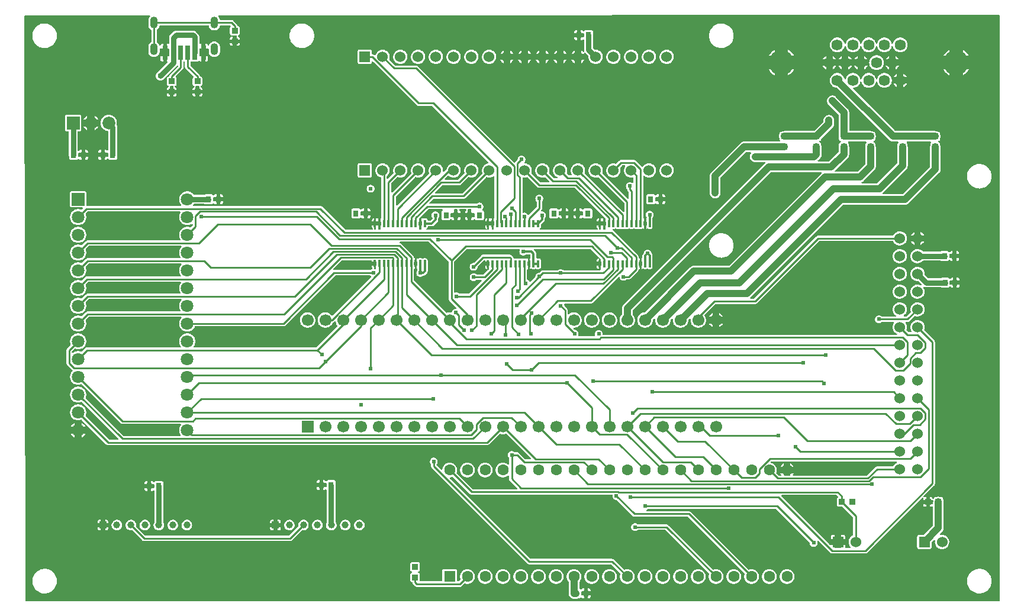
<source format=gtl>
G04 Layer: TopLayer*
G04 EasyEDA v6.5.22, 2023-04-21 15:38:10*
G04 6d2149ed1d2646eb8880a206008ce751,0d2cea57a9a8422ebbcee2df73fbc454,10*
G04 Gerber Generator version 0.2*
G04 Scale: 100 percent, Rotated: No, Reflected: No *
G04 Dimensions in millimeters *
G04 leading zeros omitted , absolute positions ,4 integer and 5 decimal *
%FSLAX45Y45*%
%MOMM*%

%AMMACRO1*21,1,$1,$2,0,0,$3*%
%ADD10C,0.2540*%
%ADD11C,1.0000*%
%ADD12C,0.7600*%
%ADD13C,0.3000*%
%ADD14R,0.8000X0.9000*%
%ADD15MACRO1,0.864X0.8065X90.0000*%
%ADD16MACRO1,0.864X0.8065X0.0000*%
%ADD17R,0.8640X0.8065*%
%ADD18R,0.3000X1.0000*%
%ADD19R,0.8000X2.0000*%
%ADD20R,0.7600X2.0000*%
%ADD21R,0.7000X2.0000*%
%ADD22C,1.6002*%
%ADD23R,1.6002X1.6002*%
%ADD24R,1.7000X1.7000*%
%ADD25C,1.7000*%
%ADD26R,1.5240X1.5240*%
%ADD27C,1.5240*%
%ADD28R,1.0000X1.0000*%
%ADD29C,3.5992*%
%ADD30C,1.5926*%
%ADD31R,1.8301X1.8301*%
%ADD32C,1.8301*%
%ADD33C,1.8000*%
%ADD34MACRO1,1.7983X1.7983X-90.0000*%
%ADD35O,1.0999978000000001X1.6999966*%
%ADD36C,0.6100*%
%ADD37C,0.6050*%
%ADD38C,0.7800*%
%ADD39C,0.0133*%

%LPD*%
G36*
X48717Y25908D02*
G01*
X44805Y26670D01*
X41554Y28854D01*
X39319Y32156D01*
X38557Y36068D01*
X25958Y8396732D01*
X26720Y8400643D01*
X28905Y8403945D01*
X32207Y8406130D01*
X36118Y8406892D01*
X1813509Y8408517D01*
X1817370Y8407755D01*
X1820672Y8405571D01*
X1822907Y8402269D01*
X1823669Y8398357D01*
X1822907Y8394496D01*
X1820672Y8391194D01*
X1818284Y8388756D01*
X1811324Y8379510D01*
X1805838Y8369401D01*
X1801774Y8358581D01*
X1799336Y8347303D01*
X1798472Y8335416D01*
X1798472Y8276132D01*
X1799336Y8264296D01*
X1801774Y8253018D01*
X1805838Y8242198D01*
X1811324Y8232089D01*
X1818284Y8222843D01*
X1826412Y8214664D01*
X1836674Y8207095D01*
X1838858Y8204860D01*
X1840280Y8202015D01*
X1840788Y8198916D01*
X1840788Y8032648D01*
X1840280Y8029549D01*
X1838858Y8026755D01*
X1836674Y8024469D01*
X1826412Y8016900D01*
X1818284Y8008772D01*
X1811324Y7999526D01*
X1805838Y7989417D01*
X1801774Y7978597D01*
X1799336Y7967319D01*
X1798472Y7955432D01*
X1798472Y7896148D01*
X1799336Y7884261D01*
X1801774Y7872984D01*
X1805838Y7862214D01*
X1811324Y7852054D01*
X1818284Y7842808D01*
X1826412Y7834680D01*
X1835657Y7827772D01*
X1845767Y7822234D01*
X1856587Y7818170D01*
X1867865Y7815732D01*
X1879396Y7814919D01*
X1890877Y7815732D01*
X1902155Y7818170D01*
X1912975Y7822234D01*
X1923135Y7827772D01*
X1932381Y7834680D01*
X1940509Y7842808D01*
X1947418Y7852054D01*
X1952955Y7862214D01*
X1957019Y7872984D01*
X1959457Y7884261D01*
X1960321Y7896148D01*
X1960321Y7923987D01*
X1961083Y7927848D01*
X1963267Y7931150D01*
X1966569Y7933385D01*
X1970481Y7934147D01*
X2010054Y7934147D01*
X2010054Y8003692D01*
X1996948Y8003692D01*
X1990648Y8002981D01*
X1985162Y8001101D01*
X1980285Y7998002D01*
X1976170Y7993888D01*
X1973122Y7989011D01*
X1970582Y7984337D01*
X1967230Y7981950D01*
X1963216Y7981086D01*
X1959203Y7981848D01*
X1955800Y7984185D01*
X1953615Y7987690D01*
X1952955Y7989417D01*
X1947418Y7999526D01*
X1940509Y8008772D01*
X1932381Y8016900D01*
X1922119Y8024469D01*
X1919884Y8026755D01*
X1918462Y8029549D01*
X1918004Y8032648D01*
X1918004Y8198916D01*
X1918462Y8202015D01*
X1919884Y8204860D01*
X1922119Y8207095D01*
X1932381Y8214664D01*
X1940509Y8222843D01*
X1947418Y8232089D01*
X1952955Y8242198D01*
X1957019Y8253018D01*
X1958339Y8259216D01*
X1959610Y8262366D01*
X1961896Y8264956D01*
X1964893Y8266633D01*
X1968296Y8267192D01*
X2654503Y8267192D01*
X2657906Y8266633D01*
X2660904Y8264956D01*
X2663139Y8262366D01*
X2664460Y8259216D01*
X2665780Y8253018D01*
X2669844Y8242198D01*
X2675331Y8232089D01*
X2682290Y8222843D01*
X2690418Y8214664D01*
X2699664Y8207756D01*
X2709773Y8202218D01*
X2720594Y8198205D01*
X2731871Y8195716D01*
X2743403Y8194903D01*
X2754884Y8195716D01*
X2766161Y8198205D01*
X2776982Y8202218D01*
X2787142Y8207756D01*
X2796336Y8214664D01*
X2804515Y8222843D01*
X2811424Y8232089D01*
X2816961Y8242198D01*
X2820974Y8253018D01*
X2822346Y8259216D01*
X2823616Y8262366D01*
X2825902Y8264956D01*
X2828899Y8266633D01*
X2832252Y8267192D01*
X2967482Y8267192D01*
X2971393Y8266430D01*
X2974695Y8264245D01*
X2976880Y8260943D01*
X2977642Y8257031D01*
X2976880Y8253171D01*
X2974695Y8249869D01*
X2971901Y8247075D01*
X2968802Y8242147D01*
X2966872Y8236712D01*
X2966161Y8230362D01*
X2966161Y8150859D01*
X2966872Y8144560D01*
X2968802Y8139074D01*
X2971901Y8134197D01*
X2975965Y8130082D01*
X2980893Y8127034D01*
X2986938Y8124901D01*
X2990494Y8122767D01*
X2992932Y8119364D01*
X2993745Y8115300D01*
X2992932Y8111236D01*
X2990494Y8107832D01*
X2986938Y8105698D01*
X2980893Y8103565D01*
X2975965Y8100517D01*
X2971901Y8096402D01*
X2968802Y8091525D01*
X2966872Y8086039D01*
X2966161Y8079740D01*
X2966161Y8066481D01*
X3007360Y8066481D01*
X3007360Y8114233D01*
X3008122Y8118094D01*
X3010306Y8121396D01*
X3013608Y8123631D01*
X3017520Y8124393D01*
X3053080Y8124393D01*
X3056991Y8123631D01*
X3060242Y8121396D01*
X3062478Y8118094D01*
X3063240Y8114233D01*
X3063240Y8066481D01*
X3104388Y8066481D01*
X3104388Y8079740D01*
X3103676Y8086039D01*
X3101797Y8091525D01*
X3098698Y8096402D01*
X3094583Y8100517D01*
X3089706Y8103565D01*
X3083610Y8105698D01*
X3080054Y8107832D01*
X3077667Y8111236D01*
X3076803Y8115300D01*
X3077667Y8119364D01*
X3080054Y8122767D01*
X3083610Y8124901D01*
X3089706Y8127034D01*
X3094583Y8130082D01*
X3098698Y8134197D01*
X3101797Y8139074D01*
X3103676Y8144560D01*
X3104388Y8150859D01*
X3104388Y8230362D01*
X3103676Y8236712D01*
X3101797Y8242147D01*
X3098698Y8247075D01*
X3094583Y8251139D01*
X3089706Y8254238D01*
X3084220Y8256117D01*
X3078886Y8257336D01*
X3076092Y8259318D01*
X3074111Y8262162D01*
X3073095Y8266379D01*
X3070910Y8273643D01*
X3067354Y8280298D01*
X3062224Y8286546D01*
X3015996Y8332774D01*
X3009798Y8337854D01*
X3003092Y8341410D01*
X2995879Y8343646D01*
X2987852Y8344408D01*
X2832252Y8344408D01*
X2828899Y8345017D01*
X2825902Y8346643D01*
X2823616Y8349234D01*
X2822346Y8352434D01*
X2820974Y8358581D01*
X2816961Y8369401D01*
X2811424Y8379510D01*
X2804515Y8388756D01*
X2801213Y8392058D01*
X2798978Y8395360D01*
X2798216Y8399272D01*
X2798978Y8403132D01*
X2801213Y8406434D01*
X2804464Y8408670D01*
X2808376Y8409432D01*
X13963904Y8419541D01*
X13967815Y8418779D01*
X13971066Y8416594D01*
X13973301Y8413292D01*
X13974063Y8409381D01*
X13974063Y36068D01*
X13973301Y32156D01*
X13971117Y28905D01*
X13967815Y26670D01*
X13963904Y25908D01*
G37*

%LPC*%
G36*
X7886903Y63804D02*
G01*
X7917840Y63804D01*
X7929524Y64668D01*
X7940548Y67208D01*
X7942834Y68072D01*
X7946542Y68783D01*
X7957718Y68783D01*
X7964068Y69494D01*
X7969503Y71424D01*
X7974431Y74472D01*
X7978495Y78587D01*
X7979664Y80467D01*
X7982508Y83413D01*
X7986268Y85039D01*
X7990331Y85039D01*
X7994091Y83413D01*
X7996885Y80467D01*
X7998053Y78587D01*
X8002168Y74472D01*
X8007045Y71424D01*
X8012531Y69494D01*
X8018830Y68783D01*
X8031937Y68783D01*
X8031937Y110845D01*
X8002168Y110845D01*
X7997952Y111760D01*
X7994497Y114401D01*
X7992414Y118211D01*
X7992109Y122529D01*
X7993888Y134010D01*
X7993888Y145389D01*
X7992109Y156870D01*
X7992414Y161188D01*
X7994497Y164998D01*
X7997952Y167640D01*
X8002168Y168554D01*
X8031937Y168554D01*
X8031937Y210616D01*
X8018830Y210616D01*
X8012531Y209905D01*
X8007045Y207975D01*
X8002168Y204927D01*
X7998053Y200812D01*
X7996885Y198932D01*
X7994091Y195986D01*
X7990331Y194360D01*
X7986268Y194360D01*
X7982508Y195986D01*
X7979664Y198932D01*
X7978495Y200812D01*
X7974431Y204927D01*
X7965846Y210159D01*
X7963458Y213563D01*
X7962595Y217627D01*
X7962595Y303479D01*
X7963255Y307035D01*
X7965135Y310184D01*
X7970723Y316534D01*
X7978394Y328066D01*
X7984540Y340461D01*
X7988960Y353568D01*
X7991703Y367182D01*
X7992567Y381000D01*
X7991703Y394817D01*
X7988960Y408432D01*
X7984540Y421538D01*
X7978394Y433933D01*
X7970723Y445465D01*
X7961579Y455879D01*
X7951165Y465023D01*
X7939633Y472693D01*
X7927238Y478840D01*
X7914081Y483311D01*
X7900517Y486003D01*
X7886700Y486918D01*
X7872882Y486003D01*
X7859268Y483311D01*
X7846161Y478840D01*
X7833766Y472693D01*
X7822234Y465023D01*
X7811820Y455879D01*
X7802676Y445465D01*
X7795006Y433933D01*
X7788859Y421538D01*
X7784388Y408432D01*
X7781696Y394817D01*
X7780781Y381000D01*
X7781696Y367182D01*
X7784388Y353568D01*
X7788859Y340461D01*
X7795006Y328066D01*
X7802676Y316534D01*
X7808264Y310134D01*
X7810144Y307035D01*
X7810804Y303479D01*
X7810804Y139903D01*
X7811008Y134010D01*
X7811668Y128371D01*
X7812684Y122834D01*
X7814157Y117348D01*
X7816037Y111963D01*
X7818323Y106781D01*
X7820964Y101752D01*
X7824012Y96926D01*
X7827365Y92354D01*
X7831074Y88087D01*
X7835087Y84074D01*
X7839354Y80365D01*
X7843926Y77012D01*
X7848752Y73964D01*
X7853781Y71323D01*
X7858963Y69037D01*
X7864348Y67157D01*
X7869834Y65684D01*
X7875371Y64668D01*
X7881010Y64008D01*
G37*
G36*
X8084616Y68783D02*
G01*
X8097723Y68783D01*
X8104022Y69494D01*
X8109508Y71424D01*
X8114385Y74472D01*
X8118500Y78587D01*
X8121548Y83464D01*
X8123478Y88950D01*
X8124190Y95250D01*
X8124190Y110845D01*
X8084616Y110845D01*
G37*
G36*
X319227Y138887D02*
G01*
X337312Y140258D01*
X355092Y143510D01*
X372516Y148590D01*
X389280Y155397D01*
X405231Y163931D01*
X420268Y174040D01*
X434187Y185623D01*
X446836Y198577D01*
X458063Y212801D01*
X467766Y228092D01*
X475894Y244246D01*
X482244Y261213D01*
X486867Y278739D01*
X489661Y296621D01*
X490575Y314706D01*
X489661Y332790D01*
X486867Y350672D01*
X482244Y368198D01*
X475894Y385165D01*
X467766Y401320D01*
X458063Y416610D01*
X446836Y430834D01*
X434187Y443788D01*
X420268Y455371D01*
X405231Y465480D01*
X389280Y474014D01*
X372516Y480822D01*
X355092Y485901D01*
X337312Y489153D01*
X319227Y490524D01*
X301142Y490067D01*
X283159Y487730D01*
X265531Y483616D01*
X248462Y477621D01*
X232054Y469950D01*
X216509Y460654D01*
X202031Y449783D01*
X188722Y437489D01*
X176784Y423875D01*
X166268Y409092D01*
X157378Y393344D01*
X150114Y376732D01*
X144627Y359511D01*
X140919Y341782D01*
X139039Y323748D01*
X139039Y305663D01*
X140919Y287629D01*
X144627Y269900D01*
X150114Y252679D01*
X157378Y236067D01*
X166268Y220319D01*
X176784Y205536D01*
X188722Y191922D01*
X202031Y179628D01*
X216509Y168757D01*
X232054Y159461D01*
X248462Y151790D01*
X265531Y145796D01*
X283159Y141681D01*
X301142Y139344D01*
G37*
G36*
X13689787Y138887D02*
G01*
X13707872Y140258D01*
X13725651Y143510D01*
X13743076Y148590D01*
X13759840Y155397D01*
X13775791Y163931D01*
X13790828Y174040D01*
X13804747Y185623D01*
X13817396Y198577D01*
X13828623Y212801D01*
X13838326Y228092D01*
X13846454Y244246D01*
X13852804Y261213D01*
X13857427Y278739D01*
X13860221Y296621D01*
X13861135Y314706D01*
X13860221Y332790D01*
X13857427Y350672D01*
X13852804Y368198D01*
X13846454Y385165D01*
X13838326Y401320D01*
X13828623Y416610D01*
X13817396Y430834D01*
X13804747Y443788D01*
X13790828Y455371D01*
X13775791Y465480D01*
X13759840Y474014D01*
X13743076Y480822D01*
X13725651Y485901D01*
X13707872Y489153D01*
X13689787Y490524D01*
X13671702Y490067D01*
X13653719Y487730D01*
X13636091Y483616D01*
X13619022Y477621D01*
X13602614Y469950D01*
X13587069Y460654D01*
X13572591Y449783D01*
X13559282Y437489D01*
X13547344Y423875D01*
X13536828Y409092D01*
X13527938Y393344D01*
X13520674Y376732D01*
X13515187Y359511D01*
X13511479Y341782D01*
X13509599Y323748D01*
X13509599Y305663D01*
X13511479Y287629D01*
X13515187Y269900D01*
X13520674Y252679D01*
X13527938Y236067D01*
X13536828Y220319D01*
X13547344Y205536D01*
X13559282Y191922D01*
X13572591Y179628D01*
X13587069Y168757D01*
X13602614Y159461D01*
X13619022Y151790D01*
X13636091Y145796D01*
X13653719Y141681D01*
X13671702Y139344D01*
G37*
G36*
X8084616Y168554D02*
G01*
X8124190Y168554D01*
X8124190Y184150D01*
X8123478Y190449D01*
X8121548Y195935D01*
X8118500Y200812D01*
X8114385Y204927D01*
X8109508Y207975D01*
X8104022Y209905D01*
X8097723Y210616D01*
X8084616Y210616D01*
G37*
G36*
X5641949Y234289D02*
G01*
X6254089Y234289D01*
X6262116Y235102D01*
X6269329Y237286D01*
X6276035Y240842D01*
X6282232Y245973D01*
X6315659Y279400D01*
X6318758Y281482D01*
X6322415Y282346D01*
X6326124Y281838D01*
X6335268Y278688D01*
X6348882Y275996D01*
X6362700Y275082D01*
X6376517Y275996D01*
X6390081Y278688D01*
X6403238Y283159D01*
X6415633Y289306D01*
X6427165Y296976D01*
X6437579Y306120D01*
X6446723Y316534D01*
X6454394Y328066D01*
X6460540Y340461D01*
X6464960Y353568D01*
X6467703Y367182D01*
X6468567Y381000D01*
X6467703Y394817D01*
X6464960Y408432D01*
X6460540Y421538D01*
X6454394Y433933D01*
X6446723Y445465D01*
X6437579Y455879D01*
X6427165Y465023D01*
X6415633Y472693D01*
X6403238Y478840D01*
X6390081Y483311D01*
X6376517Y486003D01*
X6362700Y486918D01*
X6348882Y486003D01*
X6335268Y483311D01*
X6322161Y478840D01*
X6309766Y472693D01*
X6298234Y465023D01*
X6287820Y455879D01*
X6278676Y445465D01*
X6271006Y433933D01*
X6264859Y421538D01*
X6260388Y408432D01*
X6257696Y394817D01*
X6256782Y381000D01*
X6257696Y367182D01*
X6260388Y353568D01*
X6263538Y344424D01*
X6264046Y340715D01*
X6263182Y337058D01*
X6261100Y333959D01*
X6241592Y314502D01*
X6238290Y312267D01*
X6234379Y311505D01*
X6224778Y311505D01*
X6220866Y312267D01*
X6217564Y314502D01*
X6215380Y317754D01*
X6214618Y321665D01*
X6214618Y460451D01*
X6213906Y466750D01*
X6211976Y472236D01*
X6208928Y477113D01*
X6204813Y481228D01*
X6199936Y484276D01*
X6194450Y486206D01*
X6188151Y486918D01*
X6029248Y486918D01*
X6022949Y486206D01*
X6017463Y484276D01*
X6012586Y481228D01*
X6008471Y477113D01*
X6005372Y472236D01*
X6003493Y466750D01*
X6002782Y460451D01*
X6002782Y321665D01*
X6002020Y317754D01*
X5999784Y314502D01*
X5996482Y312267D01*
X5992622Y311505D01*
X5691835Y311505D01*
X5687720Y312369D01*
X5684266Y314909D01*
X5682183Y318566D01*
X5681776Y322783D01*
X5682488Y329438D01*
X5682488Y408940D01*
X5681776Y415239D01*
X5679897Y420725D01*
X5676798Y425602D01*
X5672734Y429717D01*
X5667806Y432765D01*
X5661761Y434898D01*
X5658205Y437032D01*
X5655767Y440435D01*
X5654954Y444500D01*
X5655767Y448564D01*
X5658205Y451967D01*
X5661761Y454101D01*
X5667806Y456234D01*
X5672734Y459282D01*
X5676798Y463397D01*
X5679897Y468274D01*
X5681776Y473760D01*
X5682488Y480059D01*
X5682488Y559562D01*
X5681776Y565912D01*
X5679897Y571347D01*
X5676798Y576275D01*
X5672734Y580339D01*
X5667806Y583438D01*
X5662371Y585368D01*
X5656021Y586079D01*
X5570778Y586079D01*
X5564428Y585368D01*
X5558993Y583438D01*
X5554065Y580339D01*
X5550001Y576275D01*
X5546902Y571347D01*
X5545023Y565912D01*
X5544312Y559562D01*
X5544312Y480059D01*
X5545023Y473760D01*
X5546902Y468274D01*
X5550001Y463397D01*
X5554065Y459282D01*
X5558993Y456234D01*
X5565038Y454101D01*
X5568594Y451967D01*
X5571032Y448564D01*
X5571845Y444500D01*
X5571032Y440435D01*
X5568594Y437032D01*
X5565038Y434898D01*
X5558993Y432765D01*
X5554065Y429717D01*
X5550001Y425602D01*
X5546902Y420725D01*
X5545023Y415239D01*
X5544312Y408940D01*
X5544312Y329438D01*
X5545023Y323088D01*
X5546902Y317652D01*
X5550001Y312724D01*
X5554065Y308660D01*
X5558993Y305562D01*
X5564428Y303631D01*
X5569813Y302463D01*
X5572607Y300482D01*
X5574588Y297637D01*
X5575604Y293420D01*
X5577789Y286207D01*
X5581345Y279501D01*
X5586476Y273304D01*
X5613806Y245973D01*
X5620004Y240842D01*
X5626709Y237286D01*
X5633923Y235102D01*
G37*
G36*
X8140700Y275082D02*
G01*
X8154517Y275996D01*
X8168081Y278688D01*
X8181238Y283159D01*
X8193633Y289306D01*
X8205165Y296976D01*
X8215579Y306120D01*
X8224723Y316534D01*
X8232394Y328066D01*
X8238540Y340461D01*
X8242960Y353568D01*
X8245703Y367182D01*
X8246567Y381000D01*
X8245703Y394817D01*
X8242960Y408432D01*
X8238540Y421538D01*
X8232394Y433933D01*
X8224723Y445465D01*
X8215579Y455879D01*
X8205165Y465023D01*
X8193633Y472693D01*
X8181238Y478840D01*
X8168081Y483311D01*
X8154517Y486003D01*
X8140700Y486918D01*
X8126882Y486003D01*
X8113268Y483311D01*
X8100161Y478840D01*
X8087766Y472693D01*
X8076234Y465023D01*
X8065820Y455879D01*
X8056676Y445465D01*
X8049006Y433933D01*
X8042859Y421538D01*
X8038388Y408432D01*
X8035696Y394817D01*
X8034781Y381000D01*
X8035696Y367182D01*
X8038388Y353568D01*
X8042859Y340461D01*
X8049006Y328066D01*
X8056676Y316534D01*
X8065820Y306120D01*
X8076234Y296976D01*
X8087766Y289306D01*
X8100161Y283159D01*
X8113268Y278688D01*
X8126882Y275996D01*
G37*
G36*
X7632700Y275082D02*
G01*
X7646517Y275996D01*
X7660081Y278688D01*
X7673238Y283159D01*
X7685633Y289306D01*
X7697165Y296976D01*
X7707579Y306120D01*
X7716723Y316534D01*
X7724394Y328066D01*
X7730540Y340461D01*
X7734960Y353568D01*
X7737703Y367182D01*
X7738567Y381000D01*
X7737703Y394817D01*
X7734960Y408432D01*
X7730540Y421538D01*
X7724394Y433933D01*
X7716723Y445465D01*
X7707579Y455879D01*
X7697165Y465023D01*
X7685633Y472693D01*
X7673238Y478840D01*
X7660081Y483311D01*
X7646517Y486003D01*
X7632700Y486918D01*
X7618882Y486003D01*
X7605268Y483311D01*
X7592161Y478840D01*
X7579766Y472693D01*
X7568234Y465023D01*
X7557820Y455879D01*
X7548676Y445465D01*
X7541006Y433933D01*
X7534859Y421538D01*
X7530388Y408432D01*
X7527696Y394817D01*
X7526781Y381000D01*
X7527696Y367182D01*
X7530388Y353568D01*
X7534859Y340461D01*
X7541006Y328066D01*
X7548676Y316534D01*
X7557820Y306120D01*
X7568234Y296976D01*
X7579766Y289306D01*
X7592161Y283159D01*
X7605268Y278688D01*
X7618882Y275996D01*
G37*
G36*
X7378700Y275082D02*
G01*
X7392517Y275996D01*
X7406081Y278688D01*
X7419238Y283159D01*
X7431633Y289306D01*
X7443165Y296976D01*
X7453579Y306120D01*
X7462723Y316534D01*
X7470394Y328066D01*
X7476540Y340461D01*
X7480960Y353568D01*
X7483703Y367182D01*
X7484567Y381000D01*
X7483703Y394817D01*
X7480960Y408432D01*
X7476540Y421538D01*
X7470394Y433933D01*
X7462723Y445465D01*
X7453579Y455879D01*
X7443165Y465023D01*
X7431633Y472693D01*
X7419238Y478840D01*
X7406081Y483311D01*
X7392517Y486003D01*
X7378700Y486918D01*
X7364882Y486003D01*
X7351268Y483311D01*
X7338161Y478840D01*
X7325766Y472693D01*
X7314234Y465023D01*
X7303820Y455879D01*
X7294676Y445465D01*
X7287006Y433933D01*
X7280859Y421538D01*
X7276388Y408432D01*
X7273696Y394817D01*
X7272781Y381000D01*
X7273696Y367182D01*
X7276388Y353568D01*
X7280859Y340461D01*
X7287006Y328066D01*
X7294676Y316534D01*
X7303820Y306120D01*
X7314234Y296976D01*
X7325766Y289306D01*
X7338161Y283159D01*
X7351268Y278688D01*
X7364882Y275996D01*
G37*
G36*
X10680700Y275082D02*
G01*
X10694517Y275996D01*
X10708081Y278688D01*
X10721238Y283159D01*
X10733633Y289306D01*
X10745165Y296976D01*
X10755579Y306120D01*
X10764723Y316534D01*
X10772394Y328066D01*
X10778540Y340461D01*
X10782960Y353568D01*
X10785703Y367182D01*
X10786567Y381000D01*
X10785703Y394817D01*
X10782960Y408432D01*
X10778540Y421538D01*
X10772394Y433933D01*
X10764723Y445465D01*
X10755579Y455879D01*
X10745165Y465023D01*
X10733633Y472693D01*
X10721238Y478840D01*
X10708081Y483311D01*
X10694517Y486003D01*
X10680700Y486918D01*
X10666882Y486003D01*
X10653268Y483311D01*
X10640161Y478840D01*
X10627766Y472693D01*
X10616234Y465023D01*
X10605820Y455879D01*
X10596676Y445465D01*
X10589006Y433933D01*
X10582859Y421538D01*
X10578388Y408432D01*
X10575696Y394817D01*
X10574782Y381000D01*
X10575696Y367182D01*
X10578388Y353568D01*
X10582859Y340461D01*
X10589006Y328066D01*
X10596676Y316534D01*
X10605820Y306120D01*
X10616234Y296976D01*
X10627766Y289306D01*
X10640161Y283159D01*
X10653268Y278688D01*
X10666882Y275996D01*
G37*
G36*
X9156700Y275082D02*
G01*
X9170517Y275996D01*
X9184081Y278688D01*
X9197238Y283159D01*
X9209633Y289306D01*
X9221165Y296976D01*
X9231579Y306120D01*
X9240723Y316534D01*
X9248394Y328066D01*
X9254540Y340461D01*
X9258960Y353568D01*
X9261703Y367182D01*
X9262567Y381000D01*
X9261703Y394817D01*
X9258960Y408432D01*
X9254540Y421538D01*
X9248394Y433933D01*
X9240723Y445465D01*
X9231579Y455879D01*
X9221165Y465023D01*
X9209633Y472693D01*
X9197238Y478840D01*
X9184081Y483311D01*
X9170517Y486003D01*
X9156700Y486918D01*
X9142882Y486003D01*
X9129268Y483311D01*
X9116161Y478840D01*
X9103766Y472693D01*
X9092234Y465023D01*
X9081820Y455879D01*
X9072676Y445465D01*
X9065006Y433933D01*
X9058859Y421538D01*
X9054388Y408432D01*
X9051696Y394817D01*
X9050782Y381000D01*
X9051696Y367182D01*
X9054388Y353568D01*
X9058859Y340461D01*
X9065006Y328066D01*
X9072676Y316534D01*
X9081820Y306120D01*
X9092234Y296976D01*
X9103766Y289306D01*
X9116161Y283159D01*
X9129268Y278688D01*
X9142882Y275996D01*
G37*
G36*
X8902700Y275082D02*
G01*
X8916517Y275996D01*
X8930081Y278688D01*
X8943238Y283159D01*
X8955633Y289306D01*
X8967165Y296976D01*
X8977579Y306120D01*
X8986723Y316534D01*
X8994394Y328066D01*
X9000540Y340461D01*
X9004960Y353568D01*
X9007703Y367182D01*
X9008567Y381000D01*
X9007703Y394817D01*
X9004960Y408432D01*
X9000540Y421538D01*
X8994394Y433933D01*
X8986723Y445465D01*
X8977579Y455879D01*
X8967165Y465023D01*
X8955633Y472693D01*
X8943238Y478840D01*
X8930081Y483311D01*
X8916517Y486003D01*
X8902700Y486918D01*
X8888882Y486003D01*
X8875268Y483311D01*
X8862161Y478840D01*
X8849766Y472693D01*
X8838234Y465023D01*
X8827820Y455879D01*
X8818676Y445465D01*
X8811006Y433933D01*
X8804859Y421538D01*
X8800388Y408432D01*
X8797696Y394817D01*
X8796782Y381000D01*
X8797696Y367182D01*
X8800388Y353568D01*
X8804859Y340461D01*
X8811006Y328066D01*
X8818676Y316534D01*
X8827820Y306120D01*
X8838234Y296976D01*
X8849766Y289306D01*
X8862161Y283159D01*
X8875268Y278688D01*
X8888882Y275996D01*
G37*
G36*
X9410700Y275082D02*
G01*
X9424517Y275996D01*
X9438081Y278688D01*
X9451238Y283159D01*
X9463633Y289306D01*
X9475165Y296976D01*
X9485579Y306120D01*
X9494723Y316534D01*
X9502394Y328066D01*
X9508540Y340461D01*
X9512960Y353568D01*
X9515703Y367182D01*
X9516567Y381000D01*
X9515703Y394817D01*
X9512960Y408432D01*
X9508540Y421538D01*
X9502394Y433933D01*
X9494723Y445465D01*
X9485579Y455879D01*
X9475165Y465023D01*
X9463633Y472693D01*
X9451238Y478840D01*
X9438081Y483311D01*
X9424517Y486003D01*
X9410700Y486918D01*
X9396882Y486003D01*
X9383268Y483311D01*
X9370161Y478840D01*
X9357766Y472693D01*
X9346234Y465023D01*
X9335820Y455879D01*
X9326676Y445465D01*
X9319006Y433933D01*
X9312859Y421538D01*
X9308388Y408432D01*
X9305696Y394817D01*
X9304782Y381000D01*
X9305696Y367182D01*
X9308388Y353568D01*
X9312859Y340461D01*
X9319006Y328066D01*
X9326676Y316534D01*
X9335820Y306120D01*
X9346234Y296976D01*
X9357766Y289306D01*
X9370161Y283159D01*
X9383268Y278688D01*
X9396882Y275996D01*
G37*
G36*
X10172700Y275082D02*
G01*
X10186517Y275996D01*
X10200081Y278688D01*
X10213238Y283159D01*
X10225633Y289306D01*
X10237165Y296976D01*
X10247579Y306120D01*
X10256723Y316534D01*
X10264394Y328066D01*
X10270540Y340461D01*
X10274960Y353568D01*
X10277703Y367182D01*
X10278567Y381000D01*
X10277703Y394817D01*
X10274960Y408432D01*
X10270540Y421538D01*
X10264394Y433933D01*
X10256723Y445465D01*
X10247579Y455879D01*
X10237165Y465023D01*
X10225633Y472693D01*
X10213238Y478840D01*
X10200081Y483311D01*
X10186517Y486003D01*
X10172700Y486918D01*
X10158882Y486003D01*
X10145268Y483311D01*
X10132161Y478840D01*
X10119766Y472693D01*
X10108234Y465023D01*
X10097820Y455879D01*
X10088676Y445465D01*
X10081006Y433933D01*
X10074859Y421538D01*
X10070388Y408432D01*
X10067696Y394817D01*
X10066782Y381000D01*
X10067696Y367182D01*
X10070388Y353568D01*
X10074859Y340461D01*
X10081006Y328066D01*
X10088676Y316534D01*
X10097820Y306120D01*
X10108234Y296976D01*
X10119766Y289306D01*
X10132161Y283159D01*
X10145268Y278688D01*
X10158882Y275996D01*
G37*
G36*
X9664700Y275082D02*
G01*
X9678517Y275996D01*
X9692081Y278688D01*
X9705238Y283159D01*
X9717633Y289306D01*
X9729165Y296976D01*
X9739579Y306120D01*
X9748723Y316534D01*
X9756394Y328066D01*
X9762540Y340461D01*
X9766960Y353568D01*
X9769703Y367182D01*
X9770567Y381000D01*
X9769703Y394817D01*
X9766960Y408432D01*
X9762540Y421538D01*
X9756394Y433933D01*
X9748723Y445465D01*
X9739579Y455879D01*
X9729165Y465023D01*
X9717633Y472693D01*
X9705238Y478840D01*
X9692081Y483311D01*
X9678517Y486003D01*
X9664700Y486918D01*
X9650882Y486003D01*
X9637268Y483311D01*
X9624161Y478840D01*
X9611766Y472693D01*
X9600234Y465023D01*
X9589820Y455879D01*
X9580676Y445465D01*
X9573006Y433933D01*
X9566859Y421538D01*
X9562388Y408432D01*
X9559696Y394817D01*
X9558782Y381000D01*
X9559696Y367182D01*
X9562388Y353568D01*
X9566859Y340461D01*
X9573006Y328066D01*
X9580676Y316534D01*
X9589820Y306120D01*
X9600234Y296976D01*
X9611766Y289306D01*
X9624161Y283159D01*
X9637268Y278688D01*
X9650882Y275996D01*
G37*
G36*
X8394700Y275082D02*
G01*
X8408517Y275996D01*
X8422081Y278688D01*
X8435238Y283159D01*
X8447633Y289306D01*
X8459165Y296976D01*
X8469579Y306120D01*
X8478723Y316534D01*
X8486394Y328066D01*
X8492540Y340461D01*
X8496960Y353568D01*
X8499703Y367182D01*
X8500567Y381000D01*
X8499703Y394817D01*
X8496960Y408432D01*
X8492540Y421538D01*
X8486394Y433933D01*
X8478723Y445465D01*
X8469579Y455879D01*
X8459165Y465023D01*
X8447633Y472693D01*
X8435238Y478840D01*
X8422081Y483311D01*
X8408517Y486003D01*
X8394700Y486918D01*
X8380882Y486003D01*
X8367268Y483311D01*
X8354161Y478840D01*
X8341766Y472693D01*
X8330234Y465023D01*
X8319820Y455879D01*
X8310676Y445465D01*
X8303006Y433933D01*
X8296859Y421538D01*
X8292388Y408432D01*
X8289696Y394817D01*
X8288781Y381000D01*
X8289696Y367182D01*
X8292388Y353568D01*
X8296859Y340461D01*
X8303006Y328066D01*
X8310676Y316534D01*
X8319820Y306120D01*
X8330234Y296976D01*
X8341766Y289306D01*
X8354161Y283159D01*
X8367268Y278688D01*
X8380882Y275996D01*
G37*
G36*
X7124700Y275082D02*
G01*
X7138517Y275996D01*
X7152081Y278688D01*
X7165238Y283159D01*
X7177633Y289306D01*
X7189165Y296976D01*
X7199579Y306120D01*
X7208723Y316534D01*
X7216394Y328066D01*
X7222540Y340461D01*
X7226960Y353568D01*
X7229703Y367182D01*
X7230567Y381000D01*
X7229703Y394817D01*
X7226960Y408432D01*
X7222540Y421538D01*
X7216394Y433933D01*
X7208723Y445465D01*
X7199579Y455879D01*
X7189165Y465023D01*
X7177633Y472693D01*
X7165238Y478840D01*
X7152081Y483311D01*
X7138517Y486003D01*
X7124700Y486918D01*
X7110882Y486003D01*
X7097268Y483311D01*
X7084161Y478840D01*
X7071766Y472693D01*
X7060234Y465023D01*
X7049820Y455879D01*
X7040676Y445465D01*
X7033006Y433933D01*
X7026859Y421538D01*
X7022388Y408432D01*
X7019696Y394817D01*
X7018781Y381000D01*
X7019696Y367182D01*
X7022388Y353568D01*
X7026859Y340461D01*
X7033006Y328066D01*
X7040676Y316534D01*
X7049820Y306120D01*
X7060234Y296976D01*
X7071766Y289306D01*
X7084161Y283159D01*
X7097268Y278688D01*
X7110882Y275996D01*
G37*
G36*
X10934700Y275082D02*
G01*
X10948517Y275996D01*
X10962081Y278688D01*
X10975238Y283159D01*
X10987633Y289306D01*
X10999165Y296976D01*
X11009579Y306120D01*
X11018723Y316534D01*
X11026394Y328066D01*
X11032540Y340461D01*
X11036960Y353568D01*
X11039703Y367182D01*
X11040567Y381000D01*
X11039703Y394817D01*
X11036960Y408432D01*
X11032540Y421538D01*
X11026394Y433933D01*
X11018723Y445465D01*
X11009579Y455879D01*
X10999165Y465023D01*
X10987633Y472693D01*
X10975238Y478840D01*
X10962081Y483311D01*
X10948517Y486003D01*
X10934700Y486918D01*
X10920882Y486003D01*
X10907268Y483311D01*
X10894161Y478840D01*
X10881766Y472693D01*
X10870234Y465023D01*
X10859820Y455879D01*
X10850676Y445465D01*
X10843006Y433933D01*
X10836859Y421538D01*
X10832388Y408432D01*
X10829696Y394817D01*
X10828782Y381000D01*
X10829696Y367182D01*
X10832388Y353568D01*
X10836859Y340461D01*
X10843006Y328066D01*
X10850676Y316534D01*
X10859820Y306120D01*
X10870234Y296976D01*
X10881766Y289306D01*
X10894161Y283159D01*
X10907268Y278688D01*
X10920882Y275996D01*
G37*
G36*
X6870700Y275082D02*
G01*
X6884517Y275996D01*
X6898081Y278688D01*
X6911238Y283159D01*
X6923633Y289306D01*
X6935165Y296976D01*
X6945579Y306120D01*
X6954723Y316534D01*
X6962394Y328066D01*
X6968540Y340461D01*
X6972960Y353568D01*
X6975703Y367182D01*
X6976567Y381000D01*
X6975703Y394817D01*
X6972960Y408432D01*
X6968540Y421538D01*
X6962394Y433933D01*
X6954723Y445465D01*
X6945579Y455879D01*
X6935165Y465023D01*
X6923633Y472693D01*
X6911238Y478840D01*
X6898081Y483311D01*
X6884517Y486003D01*
X6870700Y486918D01*
X6856882Y486003D01*
X6843268Y483311D01*
X6830161Y478840D01*
X6817766Y472693D01*
X6806234Y465023D01*
X6795820Y455879D01*
X6786676Y445465D01*
X6779006Y433933D01*
X6772859Y421538D01*
X6768388Y408432D01*
X6765696Y394817D01*
X6764781Y381000D01*
X6765696Y367182D01*
X6768388Y353568D01*
X6772859Y340461D01*
X6779006Y328066D01*
X6786676Y316534D01*
X6795820Y306120D01*
X6806234Y296976D01*
X6817766Y289306D01*
X6830161Y283159D01*
X6843268Y278688D01*
X6856882Y275996D01*
G37*
G36*
X6616700Y275082D02*
G01*
X6630517Y275996D01*
X6644081Y278688D01*
X6657238Y283159D01*
X6669633Y289306D01*
X6681165Y296976D01*
X6691579Y306120D01*
X6700723Y316534D01*
X6708394Y328066D01*
X6714540Y340461D01*
X6718960Y353568D01*
X6721703Y367182D01*
X6722567Y381000D01*
X6721703Y394817D01*
X6718960Y408432D01*
X6714540Y421538D01*
X6708394Y433933D01*
X6700723Y445465D01*
X6691579Y455879D01*
X6681165Y465023D01*
X6669633Y472693D01*
X6657238Y478840D01*
X6644081Y483311D01*
X6630517Y486003D01*
X6616700Y486918D01*
X6602882Y486003D01*
X6589268Y483311D01*
X6576161Y478840D01*
X6563766Y472693D01*
X6552234Y465023D01*
X6541820Y455879D01*
X6532676Y445465D01*
X6525006Y433933D01*
X6518859Y421538D01*
X6514388Y408432D01*
X6511696Y394817D01*
X6510781Y381000D01*
X6511696Y367182D01*
X6514388Y353568D01*
X6518859Y340461D01*
X6525006Y328066D01*
X6532676Y316534D01*
X6541820Y306120D01*
X6552234Y296976D01*
X6563766Y289306D01*
X6576161Y283159D01*
X6589268Y278688D01*
X6602882Y275996D01*
G37*
G36*
X9918700Y275082D02*
G01*
X9932517Y275996D01*
X9946081Y278688D01*
X9959238Y283159D01*
X9971633Y289306D01*
X9983165Y296976D01*
X9993579Y306120D01*
X10002723Y316534D01*
X10010394Y328066D01*
X10016540Y340461D01*
X10020960Y353568D01*
X10023703Y367182D01*
X10024567Y381000D01*
X10023703Y394817D01*
X10020960Y408432D01*
X10016540Y421538D01*
X10010394Y433933D01*
X10002723Y445465D01*
X9993579Y455879D01*
X9983165Y465023D01*
X9971633Y472693D01*
X9959238Y478840D01*
X9946081Y483311D01*
X9932517Y486003D01*
X9918700Y486918D01*
X9904882Y486003D01*
X9891268Y483311D01*
X9882124Y480161D01*
X9878415Y479653D01*
X9874758Y480517D01*
X9871659Y482600D01*
X9238996Y1115314D01*
X9232747Y1120444D01*
X9226092Y1124000D01*
X9218879Y1126185D01*
X9210852Y1126947D01*
X8807297Y1126947D01*
X8803436Y1127760D01*
X8800134Y1129944D01*
X8798509Y1131570D01*
X8790482Y1137158D01*
X8781592Y1141323D01*
X8772093Y1143863D01*
X8762288Y1144727D01*
X8752484Y1143863D01*
X8742984Y1141323D01*
X8734094Y1137158D01*
X8726068Y1131570D01*
X8719108Y1124610D01*
X8713470Y1116533D01*
X8709304Y1107643D01*
X8706764Y1098143D01*
X8705900Y1088339D01*
X8706764Y1078585D01*
X8709304Y1069086D01*
X8713470Y1060196D01*
X8719108Y1052118D01*
X8726068Y1045159D01*
X8734094Y1039571D01*
X8742984Y1035405D01*
X8752484Y1032865D01*
X8762288Y1032002D01*
X8772093Y1032865D01*
X8781592Y1035405D01*
X8790482Y1039571D01*
X8798509Y1045159D01*
X8800134Y1046784D01*
X8803436Y1048969D01*
X8807297Y1049731D01*
X9191142Y1049731D01*
X9195003Y1048969D01*
X9198305Y1046784D01*
X9817100Y428040D01*
X9819182Y424942D01*
X9820046Y421284D01*
X9819538Y417576D01*
X9816388Y408432D01*
X9813696Y394817D01*
X9812782Y381000D01*
X9813696Y367182D01*
X9816388Y353568D01*
X9820859Y340461D01*
X9827006Y328066D01*
X9834676Y316534D01*
X9843820Y306120D01*
X9854234Y296976D01*
X9865766Y289306D01*
X9878161Y283159D01*
X9891268Y278688D01*
X9904882Y275996D01*
G37*
G36*
X8648700Y275082D02*
G01*
X8662517Y275996D01*
X8676081Y278688D01*
X8689238Y283159D01*
X8701633Y289306D01*
X8713165Y296976D01*
X8723579Y306120D01*
X8732723Y316534D01*
X8740394Y328066D01*
X8746540Y340461D01*
X8750960Y353568D01*
X8753703Y367182D01*
X8754567Y381000D01*
X8753703Y394817D01*
X8750960Y408432D01*
X8746540Y421538D01*
X8740394Y433933D01*
X8732723Y445465D01*
X8723579Y455879D01*
X8713165Y465023D01*
X8701633Y472693D01*
X8689238Y478840D01*
X8676081Y483311D01*
X8662517Y486003D01*
X8648700Y486918D01*
X8634882Y486003D01*
X8621268Y483311D01*
X8612124Y480161D01*
X8608415Y479653D01*
X8604758Y480517D01*
X8601659Y482600D01*
X8462518Y621792D01*
X8456269Y626922D01*
X8449614Y630478D01*
X8442401Y632663D01*
X8434374Y633425D01*
X7268006Y633425D01*
X7264095Y634238D01*
X7260793Y636422D01*
X6114643Y1782622D01*
X6112459Y1785772D01*
X6111646Y1789582D01*
X6112306Y1793341D01*
X6114338Y1796643D01*
X6117437Y1798929D01*
X6136081Y1802688D01*
X6145276Y1805838D01*
X6148984Y1806346D01*
X6152642Y1805482D01*
X6155690Y1803400D01*
X6393942Y1565148D01*
X6400190Y1560017D01*
X6406845Y1556461D01*
X6414058Y1554276D01*
X6422085Y1553464D01*
X8429193Y1553464D01*
X8433308Y1552651D01*
X8436660Y1550212D01*
X8438794Y1546606D01*
X8439302Y1542440D01*
X8438540Y1533499D01*
X8439404Y1523746D01*
X8441944Y1514246D01*
X8446109Y1505356D01*
X8451697Y1497279D01*
X8458657Y1490319D01*
X8466734Y1484731D01*
X8475624Y1480566D01*
X8485124Y1478026D01*
X8493150Y1477314D01*
X8496554Y1476400D01*
X8499449Y1474368D01*
X8723325Y1250543D01*
X8729522Y1245412D01*
X8736228Y1241856D01*
X8743442Y1239672D01*
X8751468Y1238859D01*
X9510014Y1238859D01*
X9513925Y1238097D01*
X9517227Y1235862D01*
X10325100Y428040D01*
X10327182Y424942D01*
X10328046Y421284D01*
X10327538Y417576D01*
X10324388Y408432D01*
X10321696Y394817D01*
X10320782Y381000D01*
X10321696Y367182D01*
X10324388Y353568D01*
X10328859Y340461D01*
X10335006Y328066D01*
X10342676Y316534D01*
X10351820Y306120D01*
X10362234Y296976D01*
X10373766Y289306D01*
X10386161Y283159D01*
X10399268Y278688D01*
X10412882Y275996D01*
X10426700Y275082D01*
X10440517Y275996D01*
X10454081Y278688D01*
X10467238Y283159D01*
X10479633Y289306D01*
X10491165Y296976D01*
X10501579Y306120D01*
X10510723Y316534D01*
X10518394Y328066D01*
X10524540Y340461D01*
X10528960Y353568D01*
X10531703Y367182D01*
X10532567Y381000D01*
X10531703Y394817D01*
X10528960Y408432D01*
X10524540Y421538D01*
X10518394Y433933D01*
X10510723Y445465D01*
X10501579Y455879D01*
X10491165Y465023D01*
X10479633Y472693D01*
X10467238Y478840D01*
X10454081Y483311D01*
X10440517Y486003D01*
X10426700Y486918D01*
X10412882Y486003D01*
X10399268Y483311D01*
X10390124Y480161D01*
X10386415Y479653D01*
X10382758Y480517D01*
X10379659Y482600D01*
X9557867Y1304391D01*
X9551670Y1309522D01*
X9544964Y1313078D01*
X9537750Y1315262D01*
X9529724Y1316075D01*
X8929420Y1316075D01*
X8925610Y1316837D01*
X8922359Y1318971D01*
X8920124Y1322171D01*
X8919260Y1325981D01*
X8919921Y1329842D01*
X8922004Y1333144D01*
X8925153Y1335430D01*
X8930894Y1338122D01*
X8938920Y1343761D01*
X8940546Y1345336D01*
X8943848Y1347571D01*
X8947708Y1348333D01*
X10772140Y1348333D01*
X10776000Y1347571D01*
X10779302Y1345336D01*
X11256518Y868171D01*
X11258550Y865276D01*
X11259464Y861872D01*
X11260175Y853795D01*
X11262715Y844296D01*
X11266881Y835406D01*
X11272469Y827379D01*
X11279428Y820419D01*
X11287506Y814781D01*
X11296396Y810615D01*
X11305895Y808075D01*
X11315700Y807212D01*
X11325453Y808075D01*
X11334953Y810615D01*
X11343843Y814781D01*
X11351920Y820419D01*
X11358880Y827379D01*
X11364468Y835406D01*
X11368633Y844296D01*
X11371173Y853795D01*
X11372037Y863600D01*
X11371173Y873404D01*
X11369090Y881176D01*
X11368887Y885596D01*
X11370564Y889660D01*
X11373815Y892606D01*
X11378031Y893927D01*
X11382400Y893368D01*
X11386108Y890981D01*
X11555018Y722122D01*
X11561216Y716991D01*
X11567922Y713435D01*
X11575135Y711250D01*
X11583162Y710438D01*
X12051538Y710438D01*
X12059564Y711250D01*
X12066778Y713435D01*
X12073483Y716991D01*
X12079681Y722122D01*
X12868910Y1511300D01*
X12872161Y1513484D01*
X12875920Y1514297D01*
X12879781Y1513636D01*
X12883032Y1511554D01*
X12885318Y1508404D01*
X12886232Y1504645D01*
X12885674Y1500784D01*
X12884302Y1496771D01*
X12883591Y1490421D01*
X12883591Y1475740D01*
X12923316Y1475740D01*
X12923316Y1516888D01*
X12910058Y1516888D01*
X12903708Y1516176D01*
X12899694Y1514805D01*
X12895834Y1514246D01*
X12892074Y1515160D01*
X12888925Y1517446D01*
X12886842Y1520698D01*
X12886182Y1524558D01*
X12886994Y1528318D01*
X12889179Y1531569D01*
X13039090Y1681530D01*
X13044220Y1687728D01*
X13047776Y1694434D01*
X13049961Y1701647D01*
X13050774Y1709674D01*
X13050774Y3738626D01*
X13049961Y3746652D01*
X13047776Y3753865D01*
X13044220Y3760571D01*
X13039090Y3766769D01*
X12900202Y3905707D01*
X12898069Y3908806D01*
X12897205Y3912514D01*
X12897764Y3916222D01*
X12900050Y3922725D01*
X12902742Y3936085D01*
X12903657Y3949700D01*
X12902742Y3963314D01*
X12900050Y3976674D01*
X12895580Y3989527D01*
X12889433Y4001719D01*
X12881711Y4012946D01*
X12872567Y4023055D01*
X12862153Y4031894D01*
X12850622Y4039209D01*
X12838277Y4044950D01*
X12825272Y4049014D01*
X12811810Y4051249D01*
X12798196Y4051706D01*
X12784582Y4050334D01*
X12771323Y4047185D01*
X12758623Y4042308D01*
X12746634Y4035755D01*
X12735661Y4027627D01*
X12725857Y4018178D01*
X12717424Y4007459D01*
X12710464Y3995724D01*
X12705130Y3983177D01*
X12701524Y3970020D01*
X12699746Y3956507D01*
X12699746Y3942892D01*
X12701524Y3929379D01*
X12705130Y3916222D01*
X12710464Y3903675D01*
X12715748Y3894734D01*
X12717119Y3890721D01*
X12716713Y3886454D01*
X12714579Y3882796D01*
X12711176Y3880256D01*
X12707010Y3879392D01*
X12676682Y3879392D01*
X12672822Y3880154D01*
X12669520Y3882390D01*
X12646202Y3905707D01*
X12644069Y3908806D01*
X12643205Y3912463D01*
X12643764Y3916222D01*
X12646050Y3922725D01*
X12648742Y3936085D01*
X12649657Y3949700D01*
X12648742Y3963314D01*
X12646050Y3976674D01*
X12641580Y3989527D01*
X12635433Y4001719D01*
X12631216Y4007815D01*
X12629591Y4011879D01*
X12629794Y4016248D01*
X12631877Y4020108D01*
X12635331Y4022750D01*
X12639598Y4023715D01*
X12659715Y4023715D01*
X12667742Y4024528D01*
X12674955Y4026712D01*
X12681610Y4030268D01*
X12687858Y4035399D01*
X12757505Y4105046D01*
X12760756Y4107230D01*
X12764516Y4107992D01*
X12768376Y4107332D01*
X12771323Y4106214D01*
X12784582Y4103014D01*
X12798196Y4101642D01*
X12811810Y4102100D01*
X12825272Y4104386D01*
X12838277Y4108450D01*
X12850622Y4114190D01*
X12862153Y4121505D01*
X12872567Y4130294D01*
X12881711Y4140403D01*
X12889433Y4151680D01*
X12895580Y4163822D01*
X12900050Y4176725D01*
X12902742Y4190085D01*
X12903657Y4203700D01*
X12902742Y4217314D01*
X12900050Y4230674D01*
X12895580Y4243527D01*
X12889433Y4255719D01*
X12881711Y4266946D01*
X12872567Y4277055D01*
X12862153Y4285894D01*
X12850622Y4293209D01*
X12838277Y4298950D01*
X12825272Y4303014D01*
X12811810Y4305249D01*
X12798196Y4305706D01*
X12784582Y4304334D01*
X12771323Y4301185D01*
X12758623Y4296308D01*
X12746634Y4289755D01*
X12735661Y4281627D01*
X12725857Y4272178D01*
X12717424Y4261459D01*
X12710464Y4249724D01*
X12705130Y4237177D01*
X12701524Y4224020D01*
X12699746Y4210507D01*
X12699746Y4196892D01*
X12701524Y4183379D01*
X12705384Y4169410D01*
X12705740Y4165854D01*
X12704826Y4162399D01*
X12702794Y4159504D01*
X12647168Y4103928D01*
X12643866Y4101693D01*
X12640005Y4100931D01*
X12610693Y4100931D01*
X12606477Y4101846D01*
X12603022Y4104436D01*
X12600940Y4108246D01*
X12600635Y4112564D01*
X12602159Y4116628D01*
X12605258Y4119676D01*
X12608153Y4121505D01*
X12618567Y4130294D01*
X12627711Y4140403D01*
X12635433Y4151680D01*
X12641580Y4163822D01*
X12646050Y4176725D01*
X12648742Y4190085D01*
X12649657Y4203700D01*
X12648742Y4217314D01*
X12646050Y4230674D01*
X12641580Y4243527D01*
X12635433Y4255719D01*
X12627711Y4266946D01*
X12618567Y4277055D01*
X12608153Y4285894D01*
X12596622Y4293209D01*
X12584277Y4298950D01*
X12571272Y4303014D01*
X12557810Y4305249D01*
X12544196Y4305706D01*
X12530582Y4304334D01*
X12517323Y4301185D01*
X12504623Y4296308D01*
X12492634Y4289755D01*
X12481661Y4281627D01*
X12471857Y4272178D01*
X12463424Y4261459D01*
X12456464Y4249724D01*
X12451130Y4237177D01*
X12447524Y4224020D01*
X12445746Y4210507D01*
X12445746Y4196892D01*
X12447524Y4183379D01*
X12451130Y4170222D01*
X12456464Y4157675D01*
X12463424Y4145940D01*
X12471857Y4135221D01*
X12481661Y4125722D01*
X12490450Y4119270D01*
X12493244Y4116120D01*
X12494514Y4112107D01*
X12494056Y4107942D01*
X12491974Y4104284D01*
X12488519Y4101795D01*
X12484404Y4100931D01*
X12294412Y4100931D01*
X12290552Y4101693D01*
X12287250Y4103928D01*
X12285624Y4105503D01*
X12277598Y4111142D01*
X12268708Y4115308D01*
X12259208Y4117848D01*
X12249404Y4118711D01*
X12239599Y4117848D01*
X12230100Y4115308D01*
X12221210Y4111142D01*
X12213183Y4105503D01*
X12206224Y4098544D01*
X12200585Y4090517D01*
X12196419Y4081627D01*
X12193879Y4072128D01*
X12193016Y4062323D01*
X12193879Y4052519D01*
X12196419Y4043019D01*
X12200585Y4034129D01*
X12206224Y4026103D01*
X12213183Y4019143D01*
X12221210Y4013504D01*
X12230100Y4009339D01*
X12239599Y4006799D01*
X12249404Y4005935D01*
X12259208Y4006799D01*
X12268708Y4009339D01*
X12277598Y4013504D01*
X12285624Y4019143D01*
X12287250Y4020718D01*
X12290552Y4022953D01*
X12294412Y4023715D01*
X12455296Y4023715D01*
X12459462Y4022801D01*
X12462865Y4020312D01*
X12464948Y4016603D01*
X12465354Y4012387D01*
X12463983Y4008323D01*
X12456464Y3995724D01*
X12451130Y3983177D01*
X12447524Y3970020D01*
X12445746Y3956507D01*
X12445746Y3942892D01*
X12447524Y3929379D01*
X12451130Y3916222D01*
X12456464Y3903675D01*
X12463424Y3891940D01*
X12471857Y3881221D01*
X12481661Y3871722D01*
X12492634Y3863644D01*
X12503556Y3857650D01*
X12506909Y3854754D01*
X12508636Y3850690D01*
X12508534Y3846220D01*
X12506502Y3842308D01*
X12502997Y3839565D01*
X12498679Y3838600D01*
X8307984Y3838600D01*
X8303869Y3839464D01*
X8300466Y3841902D01*
X8298332Y3845509D01*
X8297824Y3849624D01*
X8298027Y3851808D01*
X8297164Y3861612D01*
X8294624Y3871112D01*
X8290458Y3880002D01*
X8284870Y3888028D01*
X8277910Y3894988D01*
X8269833Y3900627D01*
X8260943Y3904792D01*
X8251444Y3907332D01*
X8241690Y3908196D01*
X8231886Y3907332D01*
X8222386Y3904792D01*
X8213496Y3900627D01*
X8205419Y3894988D01*
X8198459Y3888028D01*
X8192871Y3880002D01*
X8188706Y3871112D01*
X8186166Y3861612D01*
X8185302Y3851808D01*
X8186166Y3842004D01*
X8188706Y3832504D01*
X8189366Y3831082D01*
X8190331Y3827119D01*
X8189671Y3823106D01*
X8187486Y3819702D01*
X8184134Y3817416D01*
X8180171Y3816604D01*
X7956956Y3816604D01*
X7952994Y3817416D01*
X7949641Y3819702D01*
X7947456Y3823106D01*
X7946796Y3827119D01*
X7947710Y3831082D01*
X7949946Y3835806D01*
X7952486Y3845306D01*
X7953349Y3855110D01*
X7952486Y3864914D01*
X7949946Y3874414D01*
X7945780Y3883304D01*
X7940192Y3891330D01*
X7933232Y3898290D01*
X7925155Y3903929D01*
X7916265Y3908094D01*
X7906766Y3910634D01*
X7898739Y3911346D01*
X7895336Y3912260D01*
X7892440Y3914241D01*
X7883398Y3923284D01*
X7881264Y3926484D01*
X7880451Y3930243D01*
X7881061Y3934053D01*
X7883093Y3937355D01*
X7886192Y3939641D01*
X7889951Y3940606D01*
X7900873Y3941318D01*
X7914792Y3944010D01*
X7928305Y3948531D01*
X7941106Y3954678D01*
X7952994Y3962450D01*
X7963814Y3971645D01*
X7973364Y3982161D01*
X7981492Y3993794D01*
X7988096Y4006392D01*
X7992973Y4019753D01*
X7996174Y4033570D01*
X7997494Y4047744D01*
X7997037Y4061917D01*
X7994802Y4075988D01*
X7990738Y4089603D01*
X7984998Y4102557D01*
X7977631Y4114749D01*
X7968792Y4125823D01*
X7958581Y4135729D01*
X7947202Y4144213D01*
X7934807Y4151172D01*
X7921650Y4156506D01*
X7907883Y4160113D01*
X7893812Y4161942D01*
X7879588Y4161942D01*
X7865465Y4160113D01*
X7851749Y4156506D01*
X7838592Y4151172D01*
X7826197Y4144213D01*
X7814564Y4135526D01*
X7810449Y4133697D01*
X7806029Y4133799D01*
X7802016Y4135831D01*
X7799273Y4139336D01*
X7798308Y4143654D01*
X7798308Y4190492D01*
X7797495Y4198518D01*
X7795310Y4205732D01*
X7791754Y4212386D01*
X7786624Y4218635D01*
X7755331Y4249928D01*
X7753299Y4252823D01*
X7752384Y4256227D01*
X7751673Y4264304D01*
X7749184Y4273702D01*
X7748879Y4277360D01*
X7749946Y4280916D01*
X7752181Y4283862D01*
X7755331Y4285792D01*
X7758988Y4286453D01*
X8125510Y4286453D01*
X8133537Y4287266D01*
X8140750Y4289450D01*
X8147456Y4293006D01*
X8153653Y4298137D01*
X8522563Y4667046D01*
X8525713Y4669180D01*
X8529421Y4669993D01*
X8533231Y4669383D01*
X8536482Y4667453D01*
X8538819Y4664405D01*
X8542426Y4651095D01*
X8546592Y4642205D01*
X8552180Y4634179D01*
X8559139Y4627219D01*
X8567216Y4621580D01*
X8576106Y4617415D01*
X8585606Y4614875D01*
X8595410Y4614011D01*
X8605164Y4614875D01*
X8614664Y4617415D01*
X8623554Y4621580D01*
X8631631Y4627219D01*
X8633206Y4628794D01*
X8636508Y4631029D01*
X8640419Y4631791D01*
X8665819Y4631791D01*
X8673846Y4632604D01*
X8681059Y4634788D01*
X8687765Y4638344D01*
X8693962Y4643475D01*
X8802522Y4752035D01*
X8807653Y4758232D01*
X8811209Y4764938D01*
X8814663Y4776571D01*
X8817203Y4779670D01*
X8820759Y4781499D01*
X8826754Y4781702D01*
X8826754Y4826254D01*
X8822740Y4827016D01*
X8819489Y4829200D01*
X8817254Y4832502D01*
X8816492Y4836414D01*
X8816492Y4878781D01*
X8817254Y4882692D01*
X8819489Y4885944D01*
X8822740Y4888179D01*
X8826754Y4888941D01*
X8826754Y4933492D01*
X8821369Y4933848D01*
X8817711Y4935931D01*
X8815171Y4939385D01*
X8814308Y4943551D01*
X8814308Y4952492D01*
X8813495Y4960518D01*
X8811310Y4967732D01*
X8807754Y4974437D01*
X8802624Y4980635D01*
X8452561Y5330698D01*
X8446363Y5335828D01*
X8443112Y5337556D01*
X8439759Y5340451D01*
X8437930Y5344515D01*
X8438032Y5348986D01*
X8440064Y5352948D01*
X8443569Y5355691D01*
X8447887Y5356656D01*
X8465007Y5356656D01*
X8471357Y5357418D01*
X8476792Y5359298D01*
X8481212Y5361228D01*
X8484971Y5361228D01*
X8489391Y5359298D01*
X8494826Y5357418D01*
X8501176Y5356656D01*
X8530031Y5356656D01*
X8536330Y5357418D01*
X8541816Y5359298D01*
X8546185Y5361228D01*
X8549995Y5361228D01*
X8554364Y5359298D01*
X8559850Y5357418D01*
X8566150Y5356656D01*
X8595004Y5356656D01*
X8601354Y5357418D01*
X8606790Y5359298D01*
X8611209Y5361228D01*
X8614968Y5361228D01*
X8619388Y5359298D01*
X8624824Y5357418D01*
X8631174Y5356656D01*
X8660028Y5356656D01*
X8666327Y5357418D01*
X8671814Y5359298D01*
X8676182Y5361228D01*
X8679992Y5361228D01*
X8684361Y5359298D01*
X8689848Y5357418D01*
X8696147Y5356656D01*
X8725001Y5356656D01*
X8731351Y5357418D01*
X8736787Y5359298D01*
X8741206Y5361228D01*
X8744966Y5361228D01*
X8749385Y5359298D01*
X8754821Y5357418D01*
X8761171Y5356656D01*
X8790025Y5356656D01*
X8796324Y5357418D01*
X8801811Y5359298D01*
X8806180Y5361228D01*
X8809990Y5361228D01*
X8814358Y5359298D01*
X8819845Y5357418D01*
X8826144Y5356656D01*
X8854998Y5356656D01*
X8861348Y5357418D01*
X8866784Y5359298D01*
X8871204Y5361228D01*
X8874963Y5361228D01*
X8879382Y5359298D01*
X8884818Y5357418D01*
X8891727Y5356656D01*
X8891727Y5401259D01*
X8887764Y5402021D01*
X8884462Y5404205D01*
X8882278Y5407507D01*
X8881465Y5411419D01*
X8881465Y5453786D01*
X8882278Y5457647D01*
X8884462Y5460949D01*
X8887764Y5463184D01*
X8891727Y5463946D01*
X8891727Y5508498D01*
X8886291Y5508853D01*
X8882583Y5510936D01*
X8880094Y5514390D01*
X8879230Y5518505D01*
X8879230Y6104636D01*
X8880195Y6109055D01*
X8883040Y6112560D01*
X8887053Y6114542D01*
X8891574Y6114542D01*
X8895638Y6112611D01*
X8901125Y6108344D01*
X8912860Y6101384D01*
X8925407Y6096050D01*
X8938564Y6092444D01*
X8952077Y6090615D01*
X8965692Y6090615D01*
X8979204Y6092444D01*
X8992362Y6096050D01*
X9004909Y6101384D01*
X9016644Y6108344D01*
X9027363Y6116777D01*
X9036862Y6126581D01*
X9044940Y6137554D01*
X9051493Y6149492D01*
X9056370Y6162243D01*
X9059570Y6175502D01*
X9060891Y6189065D01*
X9060434Y6202680D01*
X9058198Y6216142D01*
X9054134Y6229197D01*
X9048394Y6241542D01*
X9041079Y6253022D01*
X9032240Y6263436D01*
X9022130Y6272580D01*
X9010904Y6280302D01*
X8998712Y6286449D01*
X8985859Y6290919D01*
X8972499Y6293662D01*
X8958884Y6294577D01*
X8945270Y6293662D01*
X8931910Y6290919D01*
X8919006Y6286449D01*
X8906865Y6280302D01*
X8895638Y6272580D01*
X8885478Y6263436D01*
X8876690Y6253022D01*
X8874048Y6248908D01*
X8870848Y6245707D01*
X8866581Y6244234D01*
X8862110Y6244793D01*
X8858300Y6247180D01*
X8775242Y6330188D01*
X8769045Y6335318D01*
X8762339Y6338874D01*
X8755126Y6341059D01*
X8747099Y6341872D01*
X8562136Y6341872D01*
X8554110Y6341059D01*
X8546896Y6338874D01*
X8540242Y6335318D01*
X8533993Y6330188D01*
X8494877Y6291072D01*
X8491778Y6288989D01*
X8488121Y6288125D01*
X8484362Y6288684D01*
X8477859Y6290919D01*
X8464499Y6293662D01*
X8450884Y6294577D01*
X8437270Y6293662D01*
X8423910Y6290919D01*
X8411006Y6286449D01*
X8398865Y6280302D01*
X8387638Y6272580D01*
X8377478Y6263436D01*
X8368690Y6253022D01*
X8361375Y6241542D01*
X8355634Y6229197D01*
X8351570Y6216142D01*
X8349284Y6202680D01*
X8348878Y6189065D01*
X8350199Y6175502D01*
X8353399Y6162243D01*
X8358276Y6149492D01*
X8364829Y6137554D01*
X8372906Y6126581D01*
X8382406Y6116777D01*
X8393125Y6108344D01*
X8404860Y6101384D01*
X8417407Y6096050D01*
X8430564Y6092444D01*
X8444077Y6090615D01*
X8457692Y6090615D01*
X8471204Y6092444D01*
X8484362Y6096050D01*
X8496909Y6101384D01*
X8508644Y6108344D01*
X8519363Y6116777D01*
X8528862Y6126581D01*
X8536940Y6137554D01*
X8543493Y6149492D01*
X8548370Y6162243D01*
X8551570Y6175502D01*
X8552891Y6189065D01*
X8552434Y6202680D01*
X8550198Y6216142D01*
X8546998Y6226352D01*
X8546592Y6230010D01*
X8547455Y6233515D01*
X8549538Y6236563D01*
X8574684Y6261658D01*
X8577986Y6263894D01*
X8581847Y6264656D01*
X8611565Y6264656D01*
X8615781Y6263741D01*
X8619236Y6261150D01*
X8621318Y6257391D01*
X8621623Y6253073D01*
X8620150Y6249009D01*
X8615375Y6241542D01*
X8609634Y6229197D01*
X8605570Y6216142D01*
X8603284Y6202680D01*
X8602878Y6189065D01*
X8604199Y6175502D01*
X8607399Y6162243D01*
X8612276Y6149492D01*
X8618829Y6137554D01*
X8626906Y6126581D01*
X8636406Y6116777D01*
X8647125Y6108344D01*
X8658860Y6101384D01*
X8671407Y6096050D01*
X8684564Y6092444D01*
X8698077Y6090615D01*
X8711692Y6090615D01*
X8725458Y6092494D01*
X8729776Y6092139D01*
X8733536Y6090056D01*
X8736076Y6086602D01*
X8736990Y6082436D01*
X8736990Y6021933D01*
X8736025Y6017615D01*
X8733383Y6014161D01*
X8729472Y6012129D01*
X8725052Y6011926D01*
X8720988Y6013602D01*
X8714994Y6017818D01*
X8706104Y6021984D01*
X8696604Y6024524D01*
X8686800Y6025388D01*
X8676995Y6024524D01*
X8667496Y6021984D01*
X8658606Y6017818D01*
X8650579Y6012180D01*
X8643620Y6005220D01*
X8637981Y5997194D01*
X8633815Y5988304D01*
X8631275Y5978804D01*
X8630412Y5969000D01*
X8631275Y5959195D01*
X8633815Y5949696D01*
X8637981Y5940806D01*
X8643620Y5932779D01*
X8645194Y5931154D01*
X8647430Y5927852D01*
X8648192Y5923991D01*
X8648192Y5918708D01*
X8649004Y5910681D01*
X8651189Y5903468D01*
X8654796Y5896660D01*
X8658148Y5892342D01*
X8669528Y5879490D01*
X8671407Y5876391D01*
X8672068Y5872784D01*
X8672068Y5796432D01*
X8671306Y5792571D01*
X8669070Y5789269D01*
X8665819Y5787034D01*
X8661908Y5786272D01*
X8657996Y5787034D01*
X8654745Y5789269D01*
X8295538Y6148425D01*
X8293353Y6151676D01*
X8292541Y6155436D01*
X8293252Y6159296D01*
X8294370Y6162243D01*
X8297570Y6175502D01*
X8298891Y6189065D01*
X8298434Y6202680D01*
X8296198Y6216142D01*
X8292134Y6229197D01*
X8286394Y6241542D01*
X8279079Y6253022D01*
X8270240Y6263436D01*
X8260130Y6272580D01*
X8248903Y6280302D01*
X8236712Y6286449D01*
X8223859Y6290919D01*
X8210499Y6293662D01*
X8196884Y6294577D01*
X8183270Y6293662D01*
X8169909Y6290919D01*
X8157006Y6286449D01*
X8144865Y6280302D01*
X8133638Y6272580D01*
X8123478Y6263436D01*
X8114690Y6253022D01*
X8107375Y6241542D01*
X8101634Y6229197D01*
X8097570Y6216142D01*
X8095284Y6202680D01*
X8094878Y6189065D01*
X8096199Y6175502D01*
X8099399Y6162243D01*
X8104276Y6149492D01*
X8110829Y6137554D01*
X8118906Y6126581D01*
X8128406Y6116777D01*
X8139125Y6108344D01*
X8150859Y6101384D01*
X8163407Y6096050D01*
X8176564Y6092444D01*
X8190077Y6090615D01*
X8203692Y6090615D01*
X8217204Y6092444D01*
X8231174Y6096304D01*
X8234730Y6096660D01*
X8238185Y6095746D01*
X8241080Y6093714D01*
X8603996Y5730748D01*
X8606231Y5727446D01*
X8606993Y5723585D01*
X8606993Y5607507D01*
X8606231Y5603646D01*
X8603996Y5600344D01*
X8600744Y5598109D01*
X8596833Y5597347D01*
X8592921Y5598109D01*
X8589670Y5600344D01*
X8041538Y6148425D01*
X8039353Y6151676D01*
X8038541Y6155436D01*
X8039252Y6159296D01*
X8040370Y6162243D01*
X8043570Y6175502D01*
X8044891Y6189065D01*
X8044434Y6202680D01*
X8042198Y6216142D01*
X8038134Y6229197D01*
X8032394Y6241542D01*
X8025079Y6253022D01*
X8016290Y6263436D01*
X8006130Y6272580D01*
X7994903Y6280302D01*
X7982762Y6286449D01*
X7969859Y6290919D01*
X7956499Y6293662D01*
X7942884Y6294577D01*
X7929270Y6293662D01*
X7915909Y6290919D01*
X7903006Y6286449D01*
X7890865Y6280302D01*
X7879638Y6272580D01*
X7869478Y6263436D01*
X7860690Y6253022D01*
X7853375Y6241542D01*
X7847634Y6229197D01*
X7843570Y6216142D01*
X7841335Y6202680D01*
X7840878Y6189065D01*
X7842199Y6175502D01*
X7845399Y6162243D01*
X7850276Y6149492D01*
X7856016Y6139027D01*
X7857236Y6135014D01*
X7856728Y6130899D01*
X7854594Y6127292D01*
X7851190Y6124854D01*
X7847126Y6123990D01*
X7816189Y6123990D01*
X7812328Y6124752D01*
X7809026Y6126988D01*
X7787538Y6148425D01*
X7785353Y6151676D01*
X7784541Y6155436D01*
X7785252Y6159296D01*
X7786370Y6162243D01*
X7789570Y6175502D01*
X7790891Y6189065D01*
X7790434Y6202680D01*
X7788198Y6216142D01*
X7784134Y6229197D01*
X7778394Y6241542D01*
X7771079Y6253022D01*
X7762290Y6263436D01*
X7752130Y6272580D01*
X7740903Y6280302D01*
X7728762Y6286449D01*
X7715859Y6290919D01*
X7702499Y6293662D01*
X7688884Y6294577D01*
X7675270Y6293662D01*
X7661909Y6290919D01*
X7649006Y6286449D01*
X7636865Y6280302D01*
X7625638Y6272580D01*
X7615478Y6263436D01*
X7606690Y6253022D01*
X7599375Y6241542D01*
X7593634Y6229197D01*
X7589570Y6216142D01*
X7587335Y6202680D01*
X7586878Y6189065D01*
X7588199Y6175502D01*
X7591399Y6162243D01*
X7596276Y6149492D01*
X7602829Y6137554D01*
X7610906Y6126581D01*
X7620406Y6116777D01*
X7631125Y6108344D01*
X7642859Y6101384D01*
X7646416Y6099860D01*
X7649667Y6097625D01*
X7651851Y6094323D01*
X7652613Y6090462D01*
X7651800Y6086602D01*
X7649616Y6083300D01*
X7646314Y6081115D01*
X7642453Y6080353D01*
X7605826Y6080353D01*
X7601966Y6081115D01*
X7598664Y6083350D01*
X7533538Y6148425D01*
X7531353Y6151676D01*
X7530541Y6155436D01*
X7531252Y6159296D01*
X7532370Y6162243D01*
X7535570Y6175502D01*
X7536891Y6189065D01*
X7536434Y6202680D01*
X7534198Y6216142D01*
X7530134Y6229197D01*
X7524394Y6241542D01*
X7517079Y6253022D01*
X7508290Y6263436D01*
X7498130Y6272580D01*
X7486903Y6280302D01*
X7474762Y6286449D01*
X7461859Y6290919D01*
X7448499Y6293662D01*
X7434884Y6294577D01*
X7421270Y6293662D01*
X7407909Y6290919D01*
X7395006Y6286449D01*
X7382865Y6280302D01*
X7371638Y6272580D01*
X7361478Y6263436D01*
X7352690Y6253022D01*
X7345375Y6241542D01*
X7339634Y6229197D01*
X7335570Y6216142D01*
X7333335Y6202680D01*
X7332878Y6189065D01*
X7334199Y6175502D01*
X7337399Y6162243D01*
X7342276Y6149492D01*
X7348829Y6137554D01*
X7356906Y6126581D01*
X7366406Y6116777D01*
X7377125Y6108344D01*
X7388859Y6101384D01*
X7401407Y6096050D01*
X7414564Y6092444D01*
X7428077Y6090615D01*
X7441692Y6090615D01*
X7455204Y6092444D01*
X7469174Y6096304D01*
X7472730Y6096660D01*
X7476185Y6095746D01*
X7479080Y6093714D01*
X7533589Y6039205D01*
X7535773Y6035903D01*
X7536535Y6031992D01*
X7535773Y6028131D01*
X7533589Y6024829D01*
X7530287Y6022644D01*
X7526375Y6021832D01*
X7410348Y6021832D01*
X7406436Y6022644D01*
X7403134Y6024829D01*
X7279538Y6148425D01*
X7277353Y6151676D01*
X7276541Y6155436D01*
X7277252Y6159296D01*
X7278370Y6162243D01*
X7281570Y6175502D01*
X7282891Y6189065D01*
X7282434Y6202680D01*
X7280198Y6216142D01*
X7276134Y6229197D01*
X7270394Y6241542D01*
X7263079Y6253022D01*
X7254290Y6263436D01*
X7244130Y6272580D01*
X7232903Y6280302D01*
X7220762Y6286449D01*
X7207859Y6290919D01*
X7194499Y6293662D01*
X7184948Y6294323D01*
X7181240Y6295288D01*
X7178141Y6297574D01*
X7176109Y6300876D01*
X7175449Y6304686D01*
X7176262Y6308445D01*
X7178446Y6311646D01*
X7180580Y6313728D01*
X7186168Y6321806D01*
X7190333Y6330696D01*
X7192873Y6340195D01*
X7193737Y6349949D01*
X7192873Y6359753D01*
X7190333Y6369253D01*
X7186168Y6378143D01*
X7180580Y6386220D01*
X7173620Y6393180D01*
X7165543Y6398768D01*
X7156653Y6402933D01*
X7147153Y6405473D01*
X7137400Y6406337D01*
X7127595Y6405473D01*
X7118096Y6402933D01*
X7109206Y6398768D01*
X7101128Y6393180D01*
X7094169Y6386220D01*
X7088581Y6378143D01*
X7084415Y6369253D01*
X7081875Y6359753D01*
X7081164Y6351727D01*
X7080250Y6348323D01*
X7078218Y6345428D01*
X7049668Y6316827D01*
X7041845Y6307023D01*
X7038543Y6305143D01*
X7034834Y6304635D01*
X7031177Y6305448D01*
X7028027Y6307582D01*
X5653481Y7682128D01*
X5647232Y7687259D01*
X5640578Y7690815D01*
X5633364Y7692999D01*
X5625338Y7693812D01*
X5331968Y7693812D01*
X5328107Y7694574D01*
X5324805Y7696809D01*
X5247538Y7774025D01*
X5245354Y7777276D01*
X5244592Y7781036D01*
X5245252Y7784846D01*
X5246370Y7787843D01*
X5249570Y7801102D01*
X5250942Y7814665D01*
X5250484Y7828280D01*
X5248198Y7841742D01*
X5244134Y7854797D01*
X5238394Y7867142D01*
X5231079Y7878622D01*
X5222290Y7889036D01*
X5212181Y7898180D01*
X5200904Y7905902D01*
X5188762Y7912049D01*
X5175859Y7916519D01*
X5162499Y7919262D01*
X5148884Y7920177D01*
X5135270Y7919262D01*
X5121910Y7916519D01*
X5109057Y7912049D01*
X5096865Y7905902D01*
X5085638Y7898180D01*
X5075529Y7889036D01*
X5066690Y7878622D01*
X5059375Y7867142D01*
X5053634Y7854797D01*
X5049926Y7842808D01*
X5047894Y7839202D01*
X5044592Y7836662D01*
X5040579Y7835696D01*
X5036515Y7836408D01*
X5033010Y7838643D01*
X5026660Y7845044D01*
X5020411Y7850174D01*
X5013756Y7853730D01*
X5002580Y7856981D01*
X4999634Y7859217D01*
X4997704Y7862417D01*
X4996992Y7866075D01*
X4996992Y7893710D01*
X4996281Y7900060D01*
X4994351Y7905496D01*
X4991303Y7910372D01*
X4987188Y7914487D01*
X4982311Y7917586D01*
X4976825Y7919466D01*
X4970526Y7920177D01*
X4819243Y7920177D01*
X4812944Y7919466D01*
X4807458Y7917586D01*
X4802581Y7914487D01*
X4798466Y7910372D01*
X4795418Y7905496D01*
X4793488Y7900060D01*
X4792776Y7893710D01*
X4792776Y7742478D01*
X4793488Y7736128D01*
X4795418Y7730693D01*
X4798466Y7725765D01*
X4802581Y7721701D01*
X4807458Y7718602D01*
X4812944Y7716672D01*
X4819243Y7715961D01*
X4970526Y7715961D01*
X4976825Y7716672D01*
X4982311Y7718602D01*
X4987188Y7721701D01*
X4991303Y7725765D01*
X4994351Y7730693D01*
X4996281Y7736128D01*
X4996992Y7742174D01*
X4998059Y7745831D01*
X5000447Y7748778D01*
X5003698Y7750657D01*
X5007457Y7751216D01*
X5011115Y7750352D01*
X5014264Y7748270D01*
X5634431Y7128052D01*
X5640679Y7122922D01*
X5647334Y7119366D01*
X5654548Y7117181D01*
X5662574Y7116368D01*
X5852160Y7116368D01*
X5856071Y7115606D01*
X5859373Y7113422D01*
X6662420Y6310376D01*
X6664756Y6306718D01*
X6665315Y6302400D01*
X6664096Y6298234D01*
X6661200Y6294983D01*
X6657238Y6293256D01*
X6645909Y6290919D01*
X6633057Y6286449D01*
X6620865Y6280302D01*
X6609638Y6272580D01*
X6599529Y6263436D01*
X6590690Y6253022D01*
X6583375Y6241542D01*
X6577634Y6229197D01*
X6573570Y6216142D01*
X6571335Y6202680D01*
X6570878Y6189065D01*
X6572199Y6175502D01*
X6575399Y6162243D01*
X6576517Y6159296D01*
X6577228Y6155436D01*
X6576415Y6151676D01*
X6574231Y6148425D01*
X6291021Y5865215D01*
X6287719Y5863031D01*
X6283807Y5862218D01*
X5909818Y5862218D01*
X5905957Y5863031D01*
X5902655Y5865215D01*
X5900420Y5868517D01*
X5899658Y5872378D01*
X5900420Y5876290D01*
X5902655Y5879592D01*
X6002070Y5979007D01*
X6005372Y5981192D01*
X6009233Y5981954D01*
X6246469Y5981954D01*
X6254496Y5982766D01*
X6261709Y5984951D01*
X6268415Y5988507D01*
X6274612Y5993638D01*
X6374688Y6093714D01*
X6377584Y6095746D01*
X6381038Y6096660D01*
X6384594Y6096304D01*
X6398564Y6092444D01*
X6412077Y6090615D01*
X6425692Y6090615D01*
X6439204Y6092444D01*
X6452362Y6096050D01*
X6464909Y6101384D01*
X6476644Y6108344D01*
X6487363Y6116777D01*
X6496862Y6126581D01*
X6504940Y6137554D01*
X6511493Y6149492D01*
X6516370Y6162243D01*
X6519570Y6175502D01*
X6520891Y6189065D01*
X6520484Y6202680D01*
X6518198Y6216142D01*
X6514134Y6229197D01*
X6508394Y6241542D01*
X6501079Y6253022D01*
X6492290Y6263436D01*
X6482130Y6272580D01*
X6470904Y6280302D01*
X6458762Y6286449D01*
X6445859Y6290919D01*
X6432499Y6293662D01*
X6418884Y6294577D01*
X6405270Y6293662D01*
X6391910Y6290919D01*
X6379057Y6286449D01*
X6366865Y6280302D01*
X6355638Y6272580D01*
X6345529Y6263436D01*
X6336690Y6253022D01*
X6329375Y6241542D01*
X6323634Y6229197D01*
X6319570Y6216142D01*
X6317335Y6202680D01*
X6316878Y6189065D01*
X6318199Y6175502D01*
X6321399Y6162243D01*
X6322517Y6159296D01*
X6323228Y6155436D01*
X6322415Y6151676D01*
X6320231Y6148425D01*
X6233972Y6062167D01*
X6230670Y6059982D01*
X6226759Y6059170D01*
X6049111Y6059170D01*
X6045200Y6059982D01*
X6041898Y6062167D01*
X6039713Y6065469D01*
X6038951Y6069330D01*
X6039713Y6073241D01*
X6041898Y6076543D01*
X6082080Y6116726D01*
X6085128Y6118809D01*
X6088684Y6119672D01*
X6092342Y6119215D01*
X6095593Y6117488D01*
X6107125Y6108293D01*
X6118860Y6101384D01*
X6131407Y6096050D01*
X6144564Y6092444D01*
X6158077Y6090615D01*
X6171692Y6090615D01*
X6185204Y6092444D01*
X6198362Y6096050D01*
X6210909Y6101384D01*
X6222644Y6108344D01*
X6233363Y6116777D01*
X6242862Y6126581D01*
X6250940Y6137554D01*
X6257493Y6149492D01*
X6262370Y6162243D01*
X6265570Y6175502D01*
X6266891Y6189065D01*
X6266484Y6202680D01*
X6264198Y6216142D01*
X6260134Y6229197D01*
X6254394Y6241542D01*
X6247079Y6253022D01*
X6238290Y6263436D01*
X6228130Y6272580D01*
X6216904Y6280302D01*
X6204762Y6286449D01*
X6191859Y6290919D01*
X6178499Y6293662D01*
X6164884Y6294577D01*
X6151270Y6293662D01*
X6137910Y6290919D01*
X6125057Y6286449D01*
X6112865Y6280302D01*
X6101638Y6272580D01*
X6091529Y6263436D01*
X6082690Y6253022D01*
X6075375Y6241542D01*
X6069634Y6229197D01*
X6065570Y6216142D01*
X6064758Y6211265D01*
X6063742Y6208268D01*
X6061913Y6205728D01*
X6029452Y6173266D01*
X6025997Y6171031D01*
X6021933Y6170320D01*
X6017920Y6171285D01*
X6014618Y6173774D01*
X6012586Y6177381D01*
X6012129Y6181496D01*
X6012891Y6189065D01*
X6012484Y6202680D01*
X6010198Y6216142D01*
X6006134Y6229197D01*
X6000394Y6241542D01*
X5993079Y6253022D01*
X5984290Y6263436D01*
X5974130Y6272580D01*
X5962904Y6280302D01*
X5950762Y6286449D01*
X5937859Y6290919D01*
X5924499Y6293662D01*
X5910884Y6294577D01*
X5897270Y6293662D01*
X5883910Y6290919D01*
X5871057Y6286449D01*
X5858865Y6280302D01*
X5847638Y6272580D01*
X5837529Y6263436D01*
X5828690Y6253022D01*
X5821375Y6241542D01*
X5815634Y6229197D01*
X5811570Y6216142D01*
X5809335Y6202680D01*
X5808878Y6189065D01*
X5810199Y6175502D01*
X5813399Y6162243D01*
X5814517Y6159296D01*
X5815228Y6155436D01*
X5814415Y6151676D01*
X5812231Y6148425D01*
X5354624Y5690870D01*
X5351373Y5688634D01*
X5347462Y5687872D01*
X5343550Y5688634D01*
X5340299Y5690870D01*
X5338064Y5694172D01*
X5337302Y5698032D01*
X5337302Y5814110D01*
X5338064Y5817971D01*
X5340299Y5821273D01*
X5612688Y6093714D01*
X5615584Y6095746D01*
X5619038Y6096660D01*
X5622594Y6096304D01*
X5636564Y6092444D01*
X5650077Y6090615D01*
X5663692Y6090615D01*
X5677204Y6092444D01*
X5690362Y6096050D01*
X5702909Y6101384D01*
X5714644Y6108344D01*
X5725363Y6116777D01*
X5734862Y6126581D01*
X5742940Y6137554D01*
X5749493Y6149492D01*
X5754370Y6162243D01*
X5757570Y6175502D01*
X5758891Y6189065D01*
X5758484Y6202680D01*
X5756198Y6216142D01*
X5752134Y6229197D01*
X5746394Y6241542D01*
X5739079Y6253022D01*
X5730290Y6263436D01*
X5720130Y6272580D01*
X5708904Y6280302D01*
X5696762Y6286449D01*
X5683859Y6290919D01*
X5670499Y6293662D01*
X5656884Y6294577D01*
X5643270Y6293662D01*
X5629910Y6290919D01*
X5617057Y6286449D01*
X5604865Y6280302D01*
X5593638Y6272580D01*
X5583529Y6263436D01*
X5574690Y6253022D01*
X5567375Y6241542D01*
X5561634Y6229197D01*
X5557570Y6216142D01*
X5555335Y6202680D01*
X5554878Y6189065D01*
X5556199Y6175502D01*
X5559399Y6162243D01*
X5560517Y6159296D01*
X5561228Y6155436D01*
X5560415Y6151676D01*
X5558231Y6148425D01*
X5289651Y5879846D01*
X5286349Y5877661D01*
X5282488Y5876899D01*
X5278577Y5877661D01*
X5275275Y5879846D01*
X5273090Y5883148D01*
X5272328Y5887059D01*
X5272328Y6003086D01*
X5273090Y6006998D01*
X5275275Y6010300D01*
X5358688Y6093714D01*
X5361584Y6095746D01*
X5365038Y6096660D01*
X5368594Y6096304D01*
X5382564Y6092444D01*
X5396077Y6090615D01*
X5409692Y6090615D01*
X5423204Y6092444D01*
X5436362Y6096050D01*
X5448909Y6101384D01*
X5460644Y6108344D01*
X5471363Y6116777D01*
X5480862Y6126581D01*
X5488940Y6137554D01*
X5495493Y6149492D01*
X5500370Y6162243D01*
X5503570Y6175502D01*
X5504942Y6189065D01*
X5504484Y6202680D01*
X5502198Y6216142D01*
X5498134Y6229197D01*
X5492394Y6241542D01*
X5485079Y6253022D01*
X5476290Y6263436D01*
X5466181Y6272580D01*
X5454904Y6280302D01*
X5442762Y6286449D01*
X5429859Y6290919D01*
X5416499Y6293662D01*
X5402884Y6294577D01*
X5389270Y6293662D01*
X5375910Y6290919D01*
X5363057Y6286449D01*
X5350865Y6280302D01*
X5339638Y6272580D01*
X5329529Y6263436D01*
X5320690Y6253022D01*
X5313375Y6241542D01*
X5307634Y6229197D01*
X5303570Y6216142D01*
X5301335Y6202680D01*
X5300878Y6189065D01*
X5302250Y6175502D01*
X5305399Y6162243D01*
X5306517Y6159296D01*
X5307228Y6155436D01*
X5306415Y6151676D01*
X5304231Y6148425D01*
X5224627Y6068872D01*
X5221376Y6066637D01*
X5217464Y6065875D01*
X5213553Y6066637D01*
X5210302Y6068872D01*
X5208066Y6072174D01*
X5207304Y6076035D01*
X5207304Y6103924D01*
X5207762Y6106922D01*
X5209082Y6109665D01*
X5211165Y6111900D01*
X5217363Y6116777D01*
X5226862Y6126581D01*
X5234940Y6137554D01*
X5241493Y6149492D01*
X5246370Y6162243D01*
X5249570Y6175502D01*
X5250942Y6189065D01*
X5250484Y6202680D01*
X5248198Y6216142D01*
X5244134Y6229197D01*
X5238394Y6241542D01*
X5231079Y6253022D01*
X5222290Y6263436D01*
X5212181Y6272580D01*
X5200904Y6280302D01*
X5188762Y6286449D01*
X5175859Y6290919D01*
X5162499Y6293662D01*
X5148884Y6294577D01*
X5135270Y6293662D01*
X5121910Y6290919D01*
X5109057Y6286449D01*
X5096865Y6280302D01*
X5085638Y6272580D01*
X5075529Y6263436D01*
X5066690Y6253022D01*
X5059375Y6241542D01*
X5053634Y6229197D01*
X5049570Y6216142D01*
X5047335Y6202680D01*
X5046878Y6189065D01*
X5048250Y6175502D01*
X5051399Y6162243D01*
X5056276Y6149492D01*
X5062829Y6137554D01*
X5070957Y6126581D01*
X5080406Y6116777D01*
X5091125Y6108344D01*
X5102860Y6101384D01*
X5115407Y6096050D01*
X5122621Y6094069D01*
X5126482Y6092037D01*
X5129123Y6088532D01*
X5130088Y6084265D01*
X5130088Y5519420D01*
X5129225Y5515254D01*
X5126685Y5511850D01*
X5123027Y5509717D01*
X5117541Y5509412D01*
X5117541Y5464860D01*
X5121503Y5464048D01*
X5124805Y5461863D01*
X5126990Y5458561D01*
X5127802Y5454700D01*
X5127802Y5412282D01*
X5126990Y5408422D01*
X5124805Y5405120D01*
X5121503Y5402935D01*
X5117541Y5402122D01*
X5117541Y5352542D01*
X5116779Y5348630D01*
X5114544Y5345379D01*
X5111292Y5343144D01*
X5107381Y5342382D01*
X5100015Y5342382D01*
X5096103Y5343144D01*
X5092801Y5345379D01*
X5090617Y5348630D01*
X5089855Y5352542D01*
X5089855Y5402122D01*
X5052568Y5402122D01*
X5052568Y5352542D01*
X5051755Y5348630D01*
X5049570Y5345379D01*
X5046268Y5343144D01*
X5042408Y5342382D01*
X5034991Y5342382D01*
X5031130Y5343144D01*
X5027828Y5345379D01*
X5025593Y5348630D01*
X5024831Y5352542D01*
X5024831Y5402122D01*
X4997805Y5402122D01*
X4997805Y5384038D01*
X4998516Y5377738D01*
X5000396Y5372252D01*
X5003495Y5367375D01*
X5007559Y5363260D01*
X5010962Y5361127D01*
X5014061Y5358130D01*
X5015636Y5354066D01*
X5015331Y5349748D01*
X5013299Y5345938D01*
X5009794Y5343296D01*
X5005578Y5342382D01*
X4621428Y5342382D01*
X4617516Y5343144D01*
X4614214Y5345379D01*
X4288231Y5671312D01*
X4282033Y5676442D01*
X4275328Y5679998D01*
X4268114Y5682183D01*
X4260088Y5682996D01*
X2447239Y5682996D01*
X2443429Y5683758D01*
X2440127Y5685891D01*
X2437942Y5689142D01*
X2437079Y5692952D01*
X2437790Y5696813D01*
X2439873Y5700115D01*
X2444089Y5704636D01*
X2448306Y5710428D01*
X2450541Y5712663D01*
X2453386Y5714085D01*
X2456535Y5714593D01*
X2599385Y5714593D01*
X2602179Y5714187D01*
X2604770Y5713018D01*
X2609291Y5710224D01*
X2614777Y5708294D01*
X2621076Y5707583D01*
X2699918Y5707583D01*
X2706268Y5708294D01*
X2711704Y5710224D01*
X2716631Y5713272D01*
X2720695Y5717387D01*
X2721914Y5719267D01*
X2724708Y5722213D01*
X2728468Y5723788D01*
X2732532Y5723788D01*
X2736291Y5722213D01*
X2739085Y5719267D01*
X2740304Y5717387D01*
X2744368Y5713272D01*
X2749296Y5710224D01*
X2754731Y5708294D01*
X2761030Y5707583D01*
X2774137Y5707583D01*
X2774137Y5749645D01*
X2736596Y5749645D01*
X2732684Y5750407D01*
X2729382Y5752592D01*
X2727198Y5755894D01*
X2726436Y5759805D01*
X2726436Y5797194D01*
X2727198Y5801055D01*
X2729382Y5804357D01*
X2732684Y5806541D01*
X2736596Y5807354D01*
X2774137Y5807354D01*
X2774137Y5849416D01*
X2761030Y5849416D01*
X2754731Y5848705D01*
X2749296Y5846775D01*
X2744368Y5843676D01*
X2740304Y5839612D01*
X2739085Y5837732D01*
X2736291Y5834786D01*
X2732532Y5833160D01*
X2728468Y5833160D01*
X2724708Y5834786D01*
X2721914Y5837732D01*
X2720695Y5839612D01*
X2716631Y5843676D01*
X2711704Y5846775D01*
X2706268Y5848705D01*
X2699918Y5849416D01*
X2621076Y5849416D01*
X2614777Y5848705D01*
X2609291Y5846775D01*
X2604820Y5843981D01*
X2602230Y5842812D01*
X2599436Y5842406D01*
X2456484Y5842406D01*
X2453386Y5842914D01*
X2450541Y5844336D01*
X2448306Y5846572D01*
X2444089Y5852363D01*
X2434132Y5862980D01*
X2422906Y5872226D01*
X2410612Y5880049D01*
X2397455Y5886246D01*
X2383637Y5890717D01*
X2369312Y5893460D01*
X2354783Y5894374D01*
X2340254Y5893460D01*
X2325979Y5890717D01*
X2312162Y5886246D01*
X2298954Y5880049D01*
X2286660Y5872226D01*
X2275484Y5862980D01*
X2265527Y5852363D01*
X2256942Y5840577D01*
X2249932Y5827826D01*
X2244598Y5814314D01*
X2240940Y5800191D01*
X2239162Y5785764D01*
X2239162Y5771235D01*
X2240940Y5756757D01*
X2244598Y5742686D01*
X2249932Y5729173D01*
X2256942Y5716371D01*
X2265527Y5704636D01*
X2269744Y5700115D01*
X2271826Y5696813D01*
X2272487Y5692952D01*
X2271674Y5689142D01*
X2269439Y5685891D01*
X2266188Y5683758D01*
X2262327Y5682996D01*
X920851Y5682996D01*
X916990Y5683758D01*
X913688Y5685993D01*
X911504Y5689244D01*
X910691Y5693156D01*
X910691Y5867908D01*
X909980Y5874258D01*
X908100Y5879693D01*
X905002Y5884621D01*
X900937Y5888685D01*
X896010Y5891784D01*
X890574Y5893663D01*
X884224Y5894374D01*
X705358Y5894374D01*
X699058Y5893663D01*
X693572Y5891784D01*
X688695Y5888685D01*
X684580Y5884621D01*
X681532Y5879693D01*
X679602Y5874258D01*
X678891Y5867908D01*
X678891Y5689041D01*
X679602Y5682742D01*
X681532Y5677255D01*
X684580Y5672378D01*
X688695Y5668264D01*
X693572Y5665216D01*
X699058Y5663285D01*
X705358Y5662574D01*
X853744Y5662574D01*
X857605Y5661812D01*
X860907Y5659628D01*
X863092Y5656326D01*
X863904Y5652414D01*
X863092Y5648553D01*
X860907Y5645251D01*
X849630Y5633923D01*
X846175Y5631688D01*
X842111Y5630976D01*
X837437Y5632246D01*
X823620Y5636717D01*
X809345Y5639460D01*
X794816Y5640374D01*
X780288Y5639460D01*
X765962Y5636717D01*
X752144Y5632246D01*
X738987Y5626049D01*
X726694Y5618226D01*
X715467Y5608980D01*
X705510Y5598363D01*
X696925Y5586577D01*
X689914Y5573826D01*
X684580Y5560314D01*
X680974Y5546191D01*
X679145Y5531764D01*
X679145Y5517235D01*
X680974Y5502757D01*
X684580Y5488686D01*
X689914Y5475173D01*
X696925Y5462371D01*
X705510Y5450636D01*
X715467Y5440019D01*
X726694Y5430723D01*
X738987Y5422950D01*
X752144Y5416753D01*
X765962Y5412232D01*
X780288Y5409539D01*
X794816Y5408625D01*
X809345Y5409539D01*
X823620Y5412232D01*
X837437Y5416753D01*
X850646Y5422950D01*
X862888Y5430723D01*
X874115Y5440019D01*
X884072Y5450636D01*
X892657Y5462371D01*
X899668Y5475173D01*
X905002Y5488686D01*
X908608Y5502757D01*
X910437Y5517235D01*
X910437Y5531764D01*
X908608Y5546191D01*
X905002Y5560314D01*
X901852Y5568289D01*
X901141Y5572150D01*
X901903Y5576011D01*
X904087Y5579262D01*
X927658Y5602782D01*
X930960Y5605018D01*
X934872Y5605780D01*
X2250948Y5605780D01*
X2255266Y5604814D01*
X2258771Y5602071D01*
X2260803Y5598160D01*
X2260955Y5593740D01*
X2259177Y5589625D01*
X2256942Y5586577D01*
X2249932Y5573826D01*
X2244598Y5560314D01*
X2240940Y5546191D01*
X2239162Y5531764D01*
X2239162Y5517235D01*
X2240940Y5502757D01*
X2244598Y5488686D01*
X2249932Y5475173D01*
X2256942Y5462371D01*
X2265527Y5450636D01*
X2275484Y5440019D01*
X2286660Y5430723D01*
X2298954Y5422950D01*
X2312162Y5416753D01*
X2325979Y5412232D01*
X2340254Y5409539D01*
X2354783Y5408625D01*
X2369312Y5409539D01*
X2383637Y5412232D01*
X2397455Y5416753D01*
X2410612Y5422950D01*
X2418689Y5428030D01*
X2422702Y5429554D01*
X2427020Y5429199D01*
X2430780Y5427116D01*
X2433370Y5423662D01*
X2434285Y5419496D01*
X2434285Y5408777D01*
X2433523Y5404916D01*
X2431288Y5401614D01*
X2409647Y5379923D01*
X2406192Y5377688D01*
X2402128Y5376976D01*
X2397455Y5378246D01*
X2383637Y5382717D01*
X2369312Y5385460D01*
X2354783Y5386374D01*
X2340254Y5385460D01*
X2325979Y5382717D01*
X2312162Y5378246D01*
X2298954Y5372049D01*
X2286660Y5364226D01*
X2275484Y5354980D01*
X2265527Y5344363D01*
X2256942Y5332577D01*
X2249932Y5319826D01*
X2244598Y5306314D01*
X2240940Y5292191D01*
X2239162Y5277764D01*
X2239162Y5263235D01*
X2240940Y5248757D01*
X2244598Y5234686D01*
X2249932Y5221173D01*
X2256942Y5208371D01*
X2257856Y5207152D01*
X2259634Y5203037D01*
X2259482Y5198618D01*
X2257501Y5194706D01*
X2253996Y5191963D01*
X2249627Y5190998D01*
X931164Y5190998D01*
X923137Y5190185D01*
X915924Y5188000D01*
X909218Y5184444D01*
X903020Y5179314D01*
X849630Y5125923D01*
X846175Y5123688D01*
X842111Y5122976D01*
X837437Y5124246D01*
X823620Y5128717D01*
X809345Y5131460D01*
X794816Y5132374D01*
X780288Y5131460D01*
X765962Y5128717D01*
X752144Y5124246D01*
X738987Y5118049D01*
X726694Y5110226D01*
X715467Y5100980D01*
X705510Y5090363D01*
X696925Y5078577D01*
X689914Y5065826D01*
X684580Y5052314D01*
X680974Y5038191D01*
X679145Y5023764D01*
X679145Y5009235D01*
X680974Y4994757D01*
X684580Y4980686D01*
X689914Y4967173D01*
X696925Y4954371D01*
X705510Y4942636D01*
X715467Y4932019D01*
X726694Y4922723D01*
X738987Y4914950D01*
X752144Y4908753D01*
X765962Y4904232D01*
X780288Y4901539D01*
X794816Y4900625D01*
X809345Y4901539D01*
X823620Y4904232D01*
X837437Y4908753D01*
X850646Y4914950D01*
X862888Y4922723D01*
X874115Y4932019D01*
X884072Y4942636D01*
X892657Y4954371D01*
X899668Y4967173D01*
X905002Y4980686D01*
X908608Y4994757D01*
X910437Y5009235D01*
X910437Y5023764D01*
X908608Y5038191D01*
X905002Y5052314D01*
X901852Y5060289D01*
X901141Y5064150D01*
X901903Y5068011D01*
X904087Y5071262D01*
X943660Y5110784D01*
X946962Y5113020D01*
X950874Y5113782D01*
X2264003Y5113782D01*
X2267864Y5113020D01*
X2271115Y5110886D01*
X2273350Y5107635D01*
X2274163Y5103825D01*
X2273503Y5099964D01*
X2271420Y5096662D01*
X2265527Y5090363D01*
X2256942Y5078577D01*
X2249932Y5065826D01*
X2244598Y5052314D01*
X2240940Y5038191D01*
X2239162Y5023764D01*
X2239162Y5009235D01*
X2240940Y4994757D01*
X2244598Y4980686D01*
X2249932Y4967173D01*
X2256942Y4954371D01*
X2257856Y4953152D01*
X2259634Y4949037D01*
X2259482Y4944618D01*
X2257501Y4940706D01*
X2253996Y4937963D01*
X2249627Y4936998D01*
X931164Y4936998D01*
X923137Y4936185D01*
X915924Y4934000D01*
X909218Y4930444D01*
X903020Y4925314D01*
X849630Y4871923D01*
X846175Y4869688D01*
X842111Y4868976D01*
X837437Y4870246D01*
X823620Y4874717D01*
X809345Y4877460D01*
X794816Y4878374D01*
X780288Y4877460D01*
X765962Y4874717D01*
X752144Y4870246D01*
X738987Y4864049D01*
X726694Y4856226D01*
X715467Y4846980D01*
X705510Y4836363D01*
X696925Y4824577D01*
X689914Y4811826D01*
X684580Y4798314D01*
X680974Y4784191D01*
X679145Y4769764D01*
X679145Y4755235D01*
X680974Y4740757D01*
X684580Y4726686D01*
X689914Y4713173D01*
X696925Y4700371D01*
X705510Y4688636D01*
X715467Y4678019D01*
X726694Y4668723D01*
X738987Y4660950D01*
X752144Y4654753D01*
X765962Y4650232D01*
X780288Y4647539D01*
X794816Y4646625D01*
X809345Y4647539D01*
X823620Y4650232D01*
X837437Y4654753D01*
X850646Y4660950D01*
X862888Y4668723D01*
X874115Y4678019D01*
X884072Y4688636D01*
X892657Y4700371D01*
X899668Y4713173D01*
X905002Y4726686D01*
X908608Y4740757D01*
X910437Y4755235D01*
X910437Y4769764D01*
X908608Y4784191D01*
X905002Y4798314D01*
X901852Y4806289D01*
X901141Y4810150D01*
X901903Y4814011D01*
X904087Y4817262D01*
X943660Y4856784D01*
X946962Y4859020D01*
X950874Y4859782D01*
X2264003Y4859782D01*
X2267864Y4859020D01*
X2271115Y4856886D01*
X2273350Y4853635D01*
X2274163Y4849825D01*
X2273503Y4845964D01*
X2271420Y4842662D01*
X2265527Y4836363D01*
X2256942Y4824577D01*
X2249932Y4811826D01*
X2244598Y4798314D01*
X2240940Y4784191D01*
X2239162Y4769764D01*
X2239162Y4755235D01*
X2240940Y4740757D01*
X2244598Y4726686D01*
X2249932Y4713173D01*
X2256942Y4700371D01*
X2263038Y4692040D01*
X2264816Y4687925D01*
X2264664Y4683506D01*
X2262632Y4679594D01*
X2259126Y4676851D01*
X2254808Y4675886D01*
X924052Y4675886D01*
X916025Y4675073D01*
X908812Y4672888D01*
X902106Y4669332D01*
X895908Y4664202D01*
X849630Y4617923D01*
X846175Y4615688D01*
X842111Y4614976D01*
X837437Y4616246D01*
X823620Y4620717D01*
X809345Y4623460D01*
X794816Y4624374D01*
X780288Y4623460D01*
X765962Y4620717D01*
X752144Y4616246D01*
X738987Y4610049D01*
X726694Y4602226D01*
X715467Y4592980D01*
X705510Y4582363D01*
X696925Y4570577D01*
X689914Y4557826D01*
X684580Y4544314D01*
X680974Y4530191D01*
X679145Y4515764D01*
X679145Y4501235D01*
X680974Y4486757D01*
X684580Y4472686D01*
X689914Y4459173D01*
X696925Y4446371D01*
X705510Y4434636D01*
X715467Y4424019D01*
X726694Y4414723D01*
X738987Y4406950D01*
X752144Y4400753D01*
X765962Y4396232D01*
X780288Y4393539D01*
X794816Y4392625D01*
X809345Y4393539D01*
X823620Y4396232D01*
X837437Y4400753D01*
X850646Y4406950D01*
X862888Y4414723D01*
X874115Y4424019D01*
X884072Y4434636D01*
X892657Y4446371D01*
X899668Y4459173D01*
X905002Y4472686D01*
X908608Y4486757D01*
X910437Y4501235D01*
X910437Y4515764D01*
X908608Y4530191D01*
X905002Y4544314D01*
X901852Y4552289D01*
X901141Y4556150D01*
X901903Y4560011D01*
X904087Y4563262D01*
X936548Y4595672D01*
X939850Y4597908D01*
X943762Y4598670D01*
X2257399Y4598670D01*
X2261717Y4597704D01*
X2265222Y4594961D01*
X2267254Y4591050D01*
X2267407Y4586630D01*
X2265629Y4582515D01*
X2256942Y4570577D01*
X2249932Y4557826D01*
X2244598Y4544314D01*
X2240940Y4530191D01*
X2239162Y4515764D01*
X2239162Y4501235D01*
X2240940Y4486757D01*
X2244598Y4472686D01*
X2249932Y4459173D01*
X2256942Y4446371D01*
X2257856Y4445152D01*
X2259634Y4441037D01*
X2259482Y4436618D01*
X2257501Y4432706D01*
X2253996Y4429963D01*
X2249627Y4428998D01*
X931164Y4428998D01*
X923137Y4428185D01*
X915924Y4426000D01*
X909218Y4422444D01*
X903020Y4417314D01*
X849630Y4363923D01*
X846175Y4361688D01*
X842111Y4360976D01*
X837437Y4362246D01*
X823620Y4366717D01*
X809345Y4369460D01*
X794816Y4370374D01*
X780288Y4369460D01*
X765962Y4366717D01*
X752144Y4362246D01*
X738987Y4356049D01*
X726694Y4348226D01*
X715467Y4338980D01*
X705510Y4328363D01*
X696925Y4316577D01*
X689914Y4303826D01*
X684580Y4290314D01*
X680974Y4276191D01*
X679145Y4261764D01*
X679145Y4247235D01*
X680974Y4232757D01*
X684580Y4218686D01*
X689914Y4205173D01*
X696925Y4192371D01*
X705510Y4180636D01*
X715467Y4170019D01*
X726694Y4160723D01*
X738987Y4152950D01*
X752144Y4146753D01*
X765962Y4142232D01*
X780288Y4139539D01*
X794816Y4138625D01*
X809345Y4139539D01*
X823620Y4142232D01*
X837437Y4146753D01*
X850646Y4152950D01*
X862888Y4160723D01*
X874115Y4170019D01*
X884072Y4180636D01*
X892657Y4192371D01*
X899668Y4205173D01*
X905002Y4218686D01*
X908608Y4232757D01*
X910437Y4247235D01*
X910437Y4261764D01*
X908608Y4276191D01*
X905002Y4290314D01*
X901852Y4298289D01*
X901141Y4302150D01*
X901903Y4306011D01*
X904087Y4309262D01*
X943660Y4348784D01*
X946962Y4351020D01*
X950874Y4351782D01*
X2264003Y4351782D01*
X2267864Y4351020D01*
X2271115Y4348886D01*
X2273350Y4345635D01*
X2274163Y4341825D01*
X2273503Y4337964D01*
X2271420Y4334662D01*
X2265527Y4328363D01*
X2256942Y4316577D01*
X2249932Y4303826D01*
X2244598Y4290314D01*
X2240940Y4276191D01*
X2239162Y4261764D01*
X2239162Y4247235D01*
X2240940Y4232757D01*
X2244598Y4218686D01*
X2249932Y4205173D01*
X2256942Y4192371D01*
X2257856Y4191152D01*
X2259634Y4187037D01*
X2259482Y4182618D01*
X2257501Y4178706D01*
X2253996Y4175963D01*
X2249627Y4174998D01*
X931164Y4174998D01*
X923137Y4174185D01*
X915924Y4172000D01*
X909218Y4168444D01*
X903020Y4163314D01*
X849630Y4109923D01*
X846175Y4107687D01*
X842111Y4106976D01*
X837437Y4108246D01*
X823620Y4112717D01*
X809345Y4115460D01*
X794816Y4116374D01*
X780288Y4115460D01*
X765962Y4112717D01*
X752144Y4108246D01*
X738987Y4102049D01*
X726694Y4094226D01*
X715467Y4084980D01*
X705510Y4074363D01*
X696925Y4062577D01*
X689914Y4049826D01*
X684580Y4036314D01*
X680974Y4022191D01*
X679145Y4007764D01*
X679145Y3993235D01*
X680974Y3978757D01*
X684580Y3964686D01*
X689914Y3951173D01*
X696925Y3938371D01*
X705510Y3926636D01*
X715467Y3916019D01*
X726694Y3906723D01*
X738987Y3898950D01*
X752144Y3892753D01*
X765962Y3888232D01*
X780288Y3885539D01*
X794816Y3884625D01*
X809345Y3885539D01*
X823620Y3888232D01*
X837437Y3892753D01*
X850646Y3898950D01*
X862888Y3906723D01*
X874115Y3916019D01*
X884072Y3926636D01*
X892657Y3938371D01*
X899668Y3951173D01*
X905002Y3964686D01*
X908608Y3978757D01*
X910437Y3993235D01*
X910437Y4007764D01*
X908608Y4022191D01*
X905002Y4036314D01*
X901852Y4044289D01*
X901141Y4048150D01*
X901903Y4052011D01*
X904087Y4055262D01*
X943660Y4094784D01*
X946962Y4097020D01*
X950874Y4097782D01*
X2264003Y4097782D01*
X2267864Y4097020D01*
X2271115Y4094886D01*
X2273350Y4091635D01*
X2274163Y4087825D01*
X2273503Y4083964D01*
X2271420Y4080662D01*
X2265527Y4074363D01*
X2256942Y4062577D01*
X2249932Y4049826D01*
X2244598Y4036314D01*
X2240940Y4022191D01*
X2239162Y4007764D01*
X2239162Y3993235D01*
X2240940Y3978757D01*
X2244598Y3964686D01*
X2249932Y3951173D01*
X2256942Y3938371D01*
X2265527Y3926636D01*
X2275484Y3916019D01*
X2286660Y3906723D01*
X2298954Y3898950D01*
X2312162Y3892753D01*
X2325979Y3888232D01*
X2340254Y3885539D01*
X2354783Y3884625D01*
X2369312Y3885539D01*
X2383637Y3888232D01*
X2397455Y3892753D01*
X2410612Y3898950D01*
X2422906Y3906723D01*
X2434132Y3916019D01*
X2444089Y3926636D01*
X2452624Y3938371D01*
X2459634Y3951173D01*
X2461361Y3955491D01*
X2463546Y3958844D01*
X2466898Y3961079D01*
X2470810Y3961892D01*
X3728567Y3961892D01*
X3736594Y3962704D01*
X3743807Y3964889D01*
X3750462Y3968445D01*
X3756710Y3973576D01*
X4468825Y4685639D01*
X4472127Y4687874D01*
X4475988Y4688636D01*
X4971084Y4688636D01*
X4974945Y4687874D01*
X4978247Y4685639D01*
X4982464Y4682236D01*
X4985461Y4678984D01*
X4986782Y4674819D01*
X4986172Y4670450D01*
X4983835Y4666742D01*
X4434179Y4117086D01*
X4430623Y4114800D01*
X4426458Y4114139D01*
X4422343Y4115257D01*
X4419092Y4117949D01*
X4412792Y4125823D01*
X4402582Y4135729D01*
X4391202Y4144213D01*
X4378807Y4151172D01*
X4365650Y4156506D01*
X4351883Y4160113D01*
X4337812Y4161942D01*
X4323588Y4161942D01*
X4309465Y4160113D01*
X4295749Y4156506D01*
X4282592Y4151172D01*
X4270197Y4144213D01*
X4258818Y4135729D01*
X4248607Y4125823D01*
X4239717Y4114749D01*
X4232351Y4102557D01*
X4226610Y4089603D01*
X4222597Y4075988D01*
X4220311Y4061917D01*
X4219854Y4047744D01*
X4221226Y4033570D01*
X4224375Y4019753D01*
X4229303Y4006392D01*
X4235856Y3993794D01*
X4243984Y3982161D01*
X4253534Y3971645D01*
X4264355Y3962450D01*
X4276293Y3954678D01*
X4289094Y3948531D01*
X4302556Y3944010D01*
X4316526Y3941318D01*
X4330700Y3940403D01*
X4344873Y3941318D01*
X4358792Y3944010D01*
X4372305Y3948531D01*
X4385106Y3954678D01*
X4396994Y3962450D01*
X4407814Y3971645D01*
X4417364Y3982161D01*
X4425492Y3993794D01*
X4432096Y4006392D01*
X4433620Y4010558D01*
X4435500Y4013708D01*
X4438345Y4015994D01*
X4444441Y4019245D01*
X4450638Y4024376D01*
X4459376Y4033062D01*
X4462983Y4035399D01*
X4467250Y4036009D01*
X4471365Y4034840D01*
X4474667Y4032046D01*
X4476445Y4028135D01*
X4478375Y4019753D01*
X4483303Y4006392D01*
X4489856Y3993794D01*
X4497984Y3982161D01*
X4503724Y3975862D01*
X4505706Y3972560D01*
X4506366Y3968800D01*
X4505553Y3965041D01*
X4503369Y3961841D01*
X4204614Y3663086D01*
X4201312Y3660851D01*
X4197400Y3660089D01*
X2454910Y3660089D01*
X2450592Y3661054D01*
X2447086Y3663797D01*
X2445105Y3667709D01*
X2444953Y3672128D01*
X2446731Y3676243D01*
X2452624Y3684371D01*
X2459634Y3697173D01*
X2465019Y3710686D01*
X2468626Y3724757D01*
X2470454Y3739235D01*
X2470454Y3753764D01*
X2468626Y3768191D01*
X2465019Y3782314D01*
X2459634Y3795826D01*
X2452624Y3808577D01*
X2444089Y3820363D01*
X2434132Y3830980D01*
X2422906Y3840226D01*
X2410612Y3848049D01*
X2397455Y3854246D01*
X2383637Y3858717D01*
X2369312Y3861460D01*
X2354783Y3862374D01*
X2340254Y3861460D01*
X2325979Y3858717D01*
X2312162Y3854246D01*
X2298954Y3848049D01*
X2286660Y3840226D01*
X2275484Y3830980D01*
X2265527Y3820363D01*
X2256942Y3808577D01*
X2249932Y3795826D01*
X2244598Y3782314D01*
X2240940Y3768191D01*
X2239162Y3753764D01*
X2239162Y3739235D01*
X2240940Y3724757D01*
X2244598Y3710686D01*
X2249932Y3697173D01*
X2256942Y3684371D01*
X2262886Y3676243D01*
X2264664Y3672128D01*
X2264511Y3667709D01*
X2262479Y3663797D01*
X2258974Y3661054D01*
X2254656Y3660089D01*
X924255Y3660089D01*
X916228Y3659276D01*
X909015Y3657092D01*
X902360Y3653536D01*
X896112Y3648405D01*
X849630Y3601923D01*
X846175Y3599687D01*
X842111Y3598976D01*
X837437Y3600246D01*
X823620Y3604717D01*
X809345Y3607460D01*
X794816Y3608374D01*
X780288Y3607460D01*
X765962Y3604717D01*
X752144Y3600246D01*
X738987Y3594049D01*
X726694Y3586226D01*
X721766Y3582212D01*
X718464Y3580384D01*
X714654Y3579876D01*
X710996Y3580841D01*
X707898Y3583076D01*
X705866Y3586276D01*
X705154Y3590036D01*
X705154Y3598062D01*
X705916Y3601923D01*
X708152Y3605225D01*
X739952Y3637076D01*
X743407Y3639312D01*
X747471Y3640023D01*
X752144Y3638753D01*
X765962Y3634232D01*
X780288Y3631539D01*
X794816Y3630625D01*
X809345Y3631539D01*
X823620Y3634232D01*
X837437Y3638753D01*
X850646Y3644950D01*
X862888Y3652723D01*
X874115Y3662019D01*
X884072Y3672636D01*
X892657Y3684371D01*
X899668Y3697173D01*
X905002Y3710686D01*
X908608Y3724757D01*
X910437Y3739235D01*
X910437Y3753764D01*
X908608Y3768191D01*
X905002Y3782314D01*
X899668Y3795826D01*
X892657Y3808577D01*
X884072Y3820363D01*
X874115Y3830980D01*
X862888Y3840226D01*
X850646Y3848049D01*
X837437Y3854246D01*
X823620Y3858717D01*
X809345Y3861460D01*
X794816Y3862374D01*
X780288Y3861460D01*
X765962Y3858717D01*
X752144Y3854246D01*
X738987Y3848049D01*
X726694Y3840226D01*
X715467Y3830980D01*
X705510Y3820363D01*
X696925Y3808577D01*
X689914Y3795826D01*
X684580Y3782314D01*
X680974Y3768191D01*
X679145Y3753764D01*
X679145Y3739235D01*
X680974Y3724757D01*
X684580Y3710686D01*
X687730Y3702710D01*
X688441Y3698849D01*
X687679Y3695039D01*
X685495Y3691788D01*
X639572Y3645915D01*
X634492Y3639667D01*
X630936Y3633012D01*
X628751Y3625799D01*
X627938Y3617772D01*
X627938Y3434943D01*
X628751Y3426917D01*
X630936Y3419703D01*
X634492Y3412998D01*
X639572Y3406800D01*
X707847Y3338576D01*
X712012Y3335121D01*
X714603Y3331921D01*
X715721Y3327908D01*
X715111Y3323844D01*
X712978Y3320338D01*
X705510Y3312363D01*
X696925Y3300577D01*
X689914Y3287826D01*
X684580Y3274314D01*
X680974Y3260191D01*
X679145Y3245764D01*
X679145Y3231235D01*
X680974Y3216757D01*
X684580Y3202686D01*
X689914Y3189173D01*
X696925Y3176371D01*
X705510Y3164636D01*
X715467Y3154019D01*
X726694Y3144723D01*
X738987Y3136950D01*
X752144Y3130753D01*
X765962Y3126232D01*
X780288Y3123539D01*
X794816Y3122625D01*
X809345Y3123539D01*
X823620Y3126232D01*
X837437Y3130753D01*
X842162Y3132023D01*
X846175Y3131312D01*
X849630Y3129026D01*
X1402130Y2576576D01*
X1408379Y2571445D01*
X1415034Y2567889D01*
X1422247Y2565704D01*
X1430274Y2564892D01*
X2256129Y2564892D01*
X2260447Y2563926D01*
X2263952Y2561183D01*
X2265984Y2557272D01*
X2266086Y2552852D01*
X2264359Y2548737D01*
X2256942Y2538577D01*
X2249932Y2525826D01*
X2244598Y2512314D01*
X2240940Y2498191D01*
X2239162Y2483764D01*
X2239162Y2469235D01*
X2240940Y2454757D01*
X2244598Y2440686D01*
X2249932Y2427173D01*
X2256942Y2414371D01*
X2261362Y2408326D01*
X2263140Y2404211D01*
X2262987Y2399792D01*
X2261006Y2395880D01*
X2257501Y2393137D01*
X2253183Y2392172D01*
X1445920Y2392172D01*
X1442059Y2392934D01*
X1438757Y2395169D01*
X904138Y2929788D01*
X901953Y2933039D01*
X901141Y2936849D01*
X901852Y2940710D01*
X905002Y2948686D01*
X908608Y2962757D01*
X910437Y2977235D01*
X910437Y2991764D01*
X908608Y3006191D01*
X905002Y3020314D01*
X899668Y3033826D01*
X892657Y3046577D01*
X884072Y3058363D01*
X874115Y3068980D01*
X862888Y3078226D01*
X850646Y3086049D01*
X837437Y3092246D01*
X823620Y3096717D01*
X809345Y3099460D01*
X794816Y3100374D01*
X780288Y3099460D01*
X765962Y3096717D01*
X752144Y3092246D01*
X738987Y3086049D01*
X726694Y3078226D01*
X715467Y3068980D01*
X705510Y3058363D01*
X696925Y3046577D01*
X689914Y3033826D01*
X684580Y3020314D01*
X680974Y3006191D01*
X679145Y2991764D01*
X679145Y2977235D01*
X680974Y2962757D01*
X684580Y2948686D01*
X689914Y2935173D01*
X696925Y2922371D01*
X705510Y2910636D01*
X715467Y2900019D01*
X726694Y2890723D01*
X738987Y2882950D01*
X752144Y2876753D01*
X765962Y2872232D01*
X780288Y2869539D01*
X794816Y2868625D01*
X809345Y2869539D01*
X823620Y2872232D01*
X837437Y2876753D01*
X842162Y2878023D01*
X846175Y2877312D01*
X849630Y2875026D01*
X1368044Y2356662D01*
X1370228Y2353360D01*
X1370990Y2349449D01*
X1370228Y2345588D01*
X1368044Y2342286D01*
X1364742Y2340102D01*
X1360830Y2339289D01*
X1244803Y2339289D01*
X1240891Y2340102D01*
X1237589Y2342286D01*
X904138Y2675788D01*
X901953Y2679039D01*
X901141Y2682849D01*
X901852Y2686710D01*
X905002Y2694686D01*
X908608Y2708757D01*
X910437Y2723235D01*
X910437Y2737764D01*
X908608Y2752191D01*
X905002Y2766314D01*
X899668Y2779826D01*
X892657Y2792577D01*
X884072Y2804363D01*
X874115Y2814980D01*
X862888Y2824226D01*
X850646Y2832049D01*
X837437Y2838246D01*
X823620Y2842717D01*
X809345Y2845460D01*
X794816Y2846374D01*
X780288Y2845460D01*
X765962Y2842717D01*
X752144Y2838246D01*
X738987Y2832049D01*
X726694Y2824226D01*
X715467Y2814980D01*
X705510Y2804363D01*
X696925Y2792577D01*
X689914Y2779826D01*
X684580Y2766314D01*
X680974Y2752191D01*
X679145Y2737764D01*
X679145Y2723235D01*
X680974Y2708757D01*
X684580Y2694686D01*
X689914Y2681173D01*
X696925Y2668371D01*
X705510Y2656636D01*
X715467Y2646019D01*
X726694Y2636723D01*
X738987Y2628950D01*
X752144Y2622753D01*
X765962Y2618232D01*
X780288Y2615539D01*
X794816Y2614625D01*
X809345Y2615539D01*
X823620Y2618232D01*
X837437Y2622753D01*
X842162Y2624023D01*
X846175Y2623312D01*
X849630Y2621026D01*
X1196949Y2273757D01*
X1203147Y2268626D01*
X1209852Y2265070D01*
X1217066Y2262886D01*
X1225092Y2262073D01*
X6643624Y2262073D01*
X6651650Y2262886D01*
X6658864Y2265070D01*
X6665518Y2268626D01*
X6671767Y2273757D01*
X6819798Y2421788D01*
X6823100Y2424023D01*
X6826961Y2424785D01*
X6830822Y2424023D01*
X6835698Y2422042D01*
X6849465Y2418435D01*
X6863537Y2416657D01*
X6877761Y2416657D01*
X6891883Y2418435D01*
X6905599Y2422042D01*
X6910578Y2424074D01*
X6914438Y2424785D01*
X6918299Y2424023D01*
X6921550Y2421839D01*
X7268260Y2075129D01*
X7270496Y2071827D01*
X7271258Y2067966D01*
X7270496Y2064054D01*
X7268260Y2060752D01*
X7264958Y2058568D01*
X7261098Y2057806D01*
X7197852Y2057806D01*
X7193940Y2058568D01*
X7190638Y2060752D01*
X7103567Y2147824D01*
X7097318Y2152954D01*
X7090664Y2156510D01*
X7083450Y2158695D01*
X7075424Y2159508D01*
X7042708Y2159508D01*
X7038797Y2160270D01*
X7035495Y2162505D01*
X7033920Y2164080D01*
X7025843Y2169718D01*
X7016953Y2173884D01*
X7007453Y2176424D01*
X6997700Y2177288D01*
X6987895Y2176424D01*
X6978396Y2173884D01*
X6969506Y2169718D01*
X6961428Y2164080D01*
X6954469Y2157120D01*
X6948881Y2149094D01*
X6944715Y2140204D01*
X6942175Y2130704D01*
X6941312Y2120900D01*
X6942175Y2111095D01*
X6944715Y2101596D01*
X6948881Y2092706D01*
X6954469Y2084679D01*
X6956094Y2083054D01*
X6958279Y2079752D01*
X6959092Y2075891D01*
X6959092Y1990445D01*
X6958330Y1986686D01*
X6956247Y1983435D01*
X6953097Y1981200D01*
X6949338Y1980285D01*
X6945528Y1980895D01*
X6942226Y1982825D01*
X6935165Y1989023D01*
X6923633Y1996693D01*
X6911238Y2002840D01*
X6898081Y2007311D01*
X6884517Y2010003D01*
X6870700Y2010918D01*
X6856882Y2010003D01*
X6843268Y2007311D01*
X6830161Y2002840D01*
X6817766Y1996693D01*
X6806234Y1989023D01*
X6795820Y1979879D01*
X6786676Y1969465D01*
X6779006Y1957933D01*
X6772859Y1945538D01*
X6768388Y1932432D01*
X6765696Y1918817D01*
X6764781Y1905000D01*
X6765696Y1891182D01*
X6768388Y1877568D01*
X6772859Y1864461D01*
X6779006Y1852066D01*
X6786676Y1840534D01*
X6795820Y1830120D01*
X6806234Y1820976D01*
X6817766Y1813306D01*
X6830161Y1807159D01*
X6843268Y1802688D01*
X6856882Y1799996D01*
X6870700Y1799082D01*
X6884517Y1799996D01*
X6898081Y1802688D01*
X6911238Y1807159D01*
X6923633Y1813306D01*
X6935165Y1820976D01*
X6942226Y1827174D01*
X6945528Y1829104D01*
X6949338Y1829714D01*
X6953097Y1828800D01*
X6956247Y1826564D01*
X6958330Y1823313D01*
X6959092Y1819554D01*
X6959092Y1778507D01*
X6959853Y1770481D01*
X6962038Y1763217D01*
X6965645Y1756562D01*
X6970725Y1750364D01*
X7073036Y1648053D01*
X7075220Y1644751D01*
X7076033Y1640839D01*
X7075220Y1636979D01*
X7073036Y1633677D01*
X7069734Y1631492D01*
X7065873Y1630680D01*
X6441795Y1630680D01*
X6437934Y1631492D01*
X6434632Y1633677D01*
X6210300Y1858010D01*
X6208217Y1861057D01*
X6207353Y1864715D01*
X6207861Y1868424D01*
X6210960Y1877568D01*
X6213703Y1891182D01*
X6214567Y1905000D01*
X6213703Y1918817D01*
X6210960Y1932432D01*
X6206540Y1945538D01*
X6200394Y1957933D01*
X6192723Y1969465D01*
X6183579Y1979879D01*
X6173165Y1989023D01*
X6161633Y1996693D01*
X6149238Y2002840D01*
X6136081Y2007311D01*
X6122517Y2010003D01*
X6108700Y2010918D01*
X6094882Y2010003D01*
X6081268Y2007311D01*
X6068161Y2002840D01*
X6055766Y1996693D01*
X6044234Y1989023D01*
X6033820Y1979879D01*
X6024676Y1969465D01*
X6017006Y1957933D01*
X6010859Y1945538D01*
X6006388Y1932432D01*
X6002629Y1913737D01*
X6000343Y1910638D01*
X5997041Y1908606D01*
X5993231Y1907946D01*
X5989472Y1908759D01*
X5986272Y1910943D01*
X5922975Y1974240D01*
X5920790Y1977542D01*
X5920028Y1981403D01*
X5920790Y1985314D01*
X5922975Y1988616D01*
X5924397Y1989988D01*
X5929985Y1998014D01*
X5934151Y2006904D01*
X5936691Y2016404D01*
X5937554Y2026208D01*
X5936691Y2036013D01*
X5934151Y2045512D01*
X5929985Y2054402D01*
X5924397Y2062429D01*
X5917438Y2069388D01*
X5909360Y2075027D01*
X5900470Y2079193D01*
X5890971Y2081733D01*
X5881217Y2082596D01*
X5871413Y2081733D01*
X5861913Y2079193D01*
X5853023Y2075027D01*
X5844946Y2069388D01*
X5837986Y2062429D01*
X5832398Y2054402D01*
X5828233Y2045512D01*
X5825693Y2036013D01*
X5824829Y2026208D01*
X5825693Y2016404D01*
X5828233Y2006904D01*
X5832398Y1998014D01*
X5837986Y1989988D01*
X5839612Y1988362D01*
X5841796Y1985060D01*
X5842609Y1981200D01*
X5842609Y1961946D01*
X5843371Y1953920D01*
X5845556Y1946706D01*
X5849112Y1940001D01*
X5854242Y1933803D01*
X7220153Y567893D01*
X7226350Y562762D01*
X7233056Y559206D01*
X7240270Y557022D01*
X7248296Y556209D01*
X8414664Y556209D01*
X8418525Y555447D01*
X8421827Y553262D01*
X8547100Y428040D01*
X8549182Y424942D01*
X8550046Y421284D01*
X8549538Y417576D01*
X8546388Y408432D01*
X8543696Y394817D01*
X8542782Y381000D01*
X8543696Y367182D01*
X8546388Y353568D01*
X8550859Y340461D01*
X8557006Y328066D01*
X8564676Y316534D01*
X8573820Y306120D01*
X8584234Y296976D01*
X8595766Y289306D01*
X8608161Y283159D01*
X8621268Y278688D01*
X8634882Y275996D01*
G37*
G36*
X12822478Y774192D02*
G01*
X12973761Y774192D01*
X12980060Y774903D01*
X12985546Y776833D01*
X12990423Y779881D01*
X12994538Y783996D01*
X12997637Y788873D01*
X12999516Y794359D01*
X13000228Y800658D01*
X13000228Y866851D01*
X13000990Y870762D01*
X13003225Y874064D01*
X13035127Y905967D01*
X13038683Y908253D01*
X13042900Y908913D01*
X13046963Y907796D01*
X13050265Y905103D01*
X13052145Y901344D01*
X13052348Y897077D01*
X13050570Y886510D01*
X13050113Y872896D01*
X13051485Y859332D01*
X13054634Y846074D01*
X13059511Y833323D01*
X13066064Y821385D01*
X13074192Y810412D01*
X13083641Y800608D01*
X13094360Y792124D01*
X13106095Y785164D01*
X13118642Y779881D01*
X13131800Y776274D01*
X13145312Y774446D01*
X13158927Y774446D01*
X13172440Y776274D01*
X13185597Y779881D01*
X13198144Y785164D01*
X13209879Y792124D01*
X13220598Y800608D01*
X13230098Y810412D01*
X13238175Y821385D01*
X13244728Y833323D01*
X13249605Y846074D01*
X13252805Y859332D01*
X13254177Y872896D01*
X13253719Y886510D01*
X13251434Y899972D01*
X13247369Y912977D01*
X13241629Y925372D01*
X13234314Y936853D01*
X13225526Y947267D01*
X13215416Y956411D01*
X13204139Y964133D01*
X13191998Y970280D01*
X13179094Y974750D01*
X13165734Y977493D01*
X13152119Y978408D01*
X13138505Y977493D01*
X13131596Y976071D01*
X13127278Y976121D01*
X13123418Y977950D01*
X13120624Y981202D01*
X13119404Y985316D01*
X13120065Y989584D01*
X13122351Y993190D01*
X13155980Y1026871D01*
X13163042Y1035710D01*
X13167664Y1043330D01*
X13168782Y1045514D01*
X13172186Y1053744D01*
X13172948Y1056081D01*
X13175081Y1064717D01*
X13175488Y1067155D01*
X13176300Y1075994D01*
X13176351Y1447444D01*
X13175488Y1459128D01*
X13172948Y1470152D01*
X13168833Y1480718D01*
X13167004Y1484528D01*
X13166699Y1490421D01*
X13165988Y1496771D01*
X13164057Y1502206D01*
X13160959Y1507134D01*
X13156895Y1511198D01*
X13151967Y1514297D01*
X13146532Y1516176D01*
X13140182Y1516888D01*
X13133679Y1516888D01*
X13117322Y1521764D01*
X13106146Y1523492D01*
X13094766Y1523492D01*
X13083590Y1521764D01*
X13072719Y1518412D01*
X13069519Y1517142D01*
X13067233Y1516888D01*
X13060680Y1516888D01*
X13054380Y1516176D01*
X13048894Y1514297D01*
X13044017Y1511198D01*
X13039902Y1507134D01*
X13036854Y1502206D01*
X13034721Y1496110D01*
X13032587Y1492605D01*
X13029184Y1490167D01*
X13025119Y1489354D01*
X13021056Y1490167D01*
X13017703Y1492605D01*
X13015518Y1496110D01*
X13013436Y1502206D01*
X13010337Y1507134D01*
X13006222Y1511198D01*
X13001345Y1514297D01*
X12995859Y1516176D01*
X12989560Y1516888D01*
X12976301Y1516888D01*
X12976301Y1475740D01*
X13016484Y1475740D01*
X13020040Y1475079D01*
X13023189Y1473250D01*
X13025424Y1470406D01*
X13026542Y1466951D01*
X13026390Y1463344D01*
X13025424Y1459128D01*
X13024561Y1447444D01*
X13024561Y1430020D01*
X13023799Y1426108D01*
X13021563Y1422806D01*
X13018262Y1420622D01*
X13014401Y1419860D01*
X12976301Y1419860D01*
X12976301Y1378712D01*
X12989560Y1378712D01*
X12995859Y1379423D01*
X13001345Y1381302D01*
X13006222Y1384401D01*
X13010489Y1387551D01*
X13014401Y1388313D01*
X13018262Y1387551D01*
X13021563Y1385366D01*
X13023799Y1382064D01*
X13024561Y1378153D01*
X13024561Y1114298D01*
X13023799Y1110386D01*
X13021563Y1107084D01*
X12895834Y981405D01*
X12892532Y979169D01*
X12888671Y978408D01*
X12822478Y978408D01*
X12816179Y977696D01*
X12810693Y975766D01*
X12805816Y972718D01*
X12801701Y968603D01*
X12798653Y963726D01*
X12796723Y958240D01*
X12796012Y951941D01*
X12796012Y800658D01*
X12796723Y794359D01*
X12798653Y788873D01*
X12801701Y783996D01*
X12805816Y779881D01*
X12810693Y776833D01*
X12816179Y774903D01*
G37*
G36*
X1739798Y888492D02*
G01*
X3825392Y888492D01*
X3833418Y889253D01*
X3840632Y891489D01*
X3847337Y895045D01*
X3853535Y900125D01*
X3993743Y1040384D01*
X3996436Y1042263D01*
X3999585Y1043228D01*
X4002887Y1043178D01*
X4007713Y1042212D01*
X4019296Y1041755D01*
X4030827Y1043127D01*
X4042054Y1046175D01*
X4052620Y1050950D01*
X4062374Y1057249D01*
X4071061Y1064971D01*
X4078478Y1073962D01*
X4084370Y1083919D01*
X4088739Y1094689D01*
X4091381Y1106017D01*
X4092295Y1117600D01*
X4091381Y1129182D01*
X4088739Y1140510D01*
X4084370Y1151280D01*
X4078478Y1161237D01*
X4071061Y1170228D01*
X4062374Y1177950D01*
X4052620Y1184249D01*
X4042054Y1189024D01*
X4030827Y1192072D01*
X4019296Y1193444D01*
X4007713Y1192987D01*
X3996283Y1190752D01*
X3985361Y1186840D01*
X3975150Y1181303D01*
X3965905Y1174242D01*
X3957878Y1165860D01*
X3951173Y1156360D01*
X3945991Y1145946D01*
X3942486Y1134872D01*
X3940759Y1123391D01*
X3940759Y1111808D01*
X3941978Y1103680D01*
X3941978Y1100480D01*
X3941013Y1097483D01*
X3939133Y1094943D01*
X3812895Y968705D01*
X3809593Y966469D01*
X3805682Y965708D01*
X1759508Y965708D01*
X1755648Y966469D01*
X1752346Y968705D01*
X1626107Y1094892D01*
X1624126Y1097686D01*
X1623212Y1100988D01*
X1623822Y1106017D01*
X1624685Y1117600D01*
X1623822Y1129182D01*
X1621129Y1140510D01*
X1616811Y1151280D01*
X1610868Y1161237D01*
X1603502Y1170228D01*
X1594815Y1177950D01*
X1585061Y1184249D01*
X1574444Y1189024D01*
X1563268Y1192072D01*
X1551736Y1193444D01*
X1540103Y1192987D01*
X1528724Y1190752D01*
X1517751Y1186840D01*
X1507540Y1181303D01*
X1498346Y1174242D01*
X1490268Y1165860D01*
X1483563Y1156360D01*
X1478432Y1145946D01*
X1474927Y1134872D01*
X1473149Y1123391D01*
X1473149Y1111808D01*
X1474927Y1100328D01*
X1478432Y1089253D01*
X1483563Y1078839D01*
X1490268Y1069340D01*
X1498346Y1060958D01*
X1507540Y1053896D01*
X1517751Y1048359D01*
X1528724Y1044448D01*
X1540103Y1042212D01*
X1551736Y1041755D01*
X1563268Y1043127D01*
X1566316Y1043025D01*
X1569161Y1042009D01*
X1571599Y1040180D01*
X1711655Y900125D01*
X1717903Y895045D01*
X1724558Y891489D01*
X1731772Y889253D01*
G37*
G36*
X1180185Y1041704D02*
G01*
X1198219Y1041704D01*
X1204569Y1042416D01*
X1210005Y1044295D01*
X1214932Y1047394D01*
X1218996Y1051509D01*
X1222095Y1056386D01*
X1224026Y1061872D01*
X1224737Y1068171D01*
X1224737Y1086256D01*
X1180185Y1086256D01*
G37*
G36*
X1099362Y1041704D02*
G01*
X1117447Y1041704D01*
X1117447Y1086256D01*
X1072896Y1086256D01*
X1072896Y1068171D01*
X1073607Y1061872D01*
X1075537Y1056386D01*
X1078585Y1051509D01*
X1082700Y1047394D01*
X1087577Y1044295D01*
X1093063Y1042416D01*
G37*
G36*
X3647744Y1041704D02*
G01*
X3665829Y1041704D01*
X3672128Y1042416D01*
X3677615Y1044295D01*
X3682492Y1047394D01*
X3686606Y1051509D01*
X3689654Y1056386D01*
X3691585Y1061821D01*
X3692296Y1068171D01*
X3692296Y1086256D01*
X3647744Y1086256D01*
G37*
G36*
X3566972Y1041704D02*
G01*
X3585057Y1041704D01*
X3585057Y1086256D01*
X3540506Y1086256D01*
X3540506Y1068171D01*
X3541217Y1061821D01*
X3543096Y1056386D01*
X3546195Y1051509D01*
X3550259Y1047394D01*
X3555187Y1044295D01*
X3560622Y1042416D01*
G37*
G36*
X4619294Y1041755D02*
G01*
X4630826Y1043127D01*
X4642053Y1046175D01*
X4652619Y1050950D01*
X4662373Y1057249D01*
X4671060Y1064971D01*
X4678476Y1073962D01*
X4684369Y1083919D01*
X4688738Y1094689D01*
X4691380Y1106017D01*
X4692294Y1117600D01*
X4691380Y1129182D01*
X4688738Y1140510D01*
X4684369Y1151280D01*
X4678476Y1161237D01*
X4671060Y1170228D01*
X4662373Y1177950D01*
X4652619Y1184249D01*
X4642053Y1189024D01*
X4630826Y1192072D01*
X4619294Y1193444D01*
X4607712Y1192987D01*
X4596282Y1190752D01*
X4585360Y1186840D01*
X4575149Y1181303D01*
X4565904Y1174242D01*
X4557877Y1165860D01*
X4551172Y1156360D01*
X4545990Y1145946D01*
X4542485Y1134872D01*
X4540758Y1123391D01*
X4540758Y1111808D01*
X4542485Y1100328D01*
X4545990Y1089253D01*
X4551172Y1078839D01*
X4557877Y1069340D01*
X4565904Y1060958D01*
X4575149Y1053896D01*
X4585360Y1048359D01*
X4596282Y1044448D01*
X4607712Y1042212D01*
G37*
G36*
X3819296Y1041755D02*
G01*
X3830828Y1043127D01*
X3842054Y1046175D01*
X3852621Y1050950D01*
X3862374Y1057249D01*
X3871061Y1064971D01*
X3878478Y1073962D01*
X3884371Y1083919D01*
X3888740Y1094689D01*
X3891381Y1106017D01*
X3892296Y1117600D01*
X3891381Y1129182D01*
X3888740Y1140510D01*
X3884371Y1151280D01*
X3878478Y1161237D01*
X3871061Y1170228D01*
X3862374Y1177950D01*
X3852621Y1184249D01*
X3842054Y1189024D01*
X3830828Y1192072D01*
X3819296Y1193444D01*
X3807714Y1192987D01*
X3796284Y1190752D01*
X3785362Y1186840D01*
X3775151Y1181303D01*
X3765905Y1174242D01*
X3757879Y1165860D01*
X3751173Y1156360D01*
X3745992Y1145946D01*
X3742486Y1134872D01*
X3740759Y1123391D01*
X3740759Y1111808D01*
X3742486Y1100328D01*
X3745992Y1089253D01*
X3751173Y1078839D01*
X3757879Y1069340D01*
X3765905Y1060958D01*
X3775151Y1053896D01*
X3785362Y1048359D01*
X3796284Y1044448D01*
X3807714Y1042212D01*
G37*
G36*
X4219295Y1041755D02*
G01*
X4230827Y1043127D01*
X4242054Y1046175D01*
X4252620Y1050950D01*
X4262374Y1057249D01*
X4271060Y1064971D01*
X4278477Y1073962D01*
X4284370Y1083919D01*
X4288739Y1094689D01*
X4291380Y1106017D01*
X4292295Y1117600D01*
X4291380Y1129182D01*
X4288739Y1140510D01*
X4284370Y1151280D01*
X4278477Y1161237D01*
X4271060Y1170228D01*
X4262374Y1177950D01*
X4252620Y1184249D01*
X4242054Y1189024D01*
X4230827Y1192072D01*
X4219295Y1193444D01*
X4207713Y1192987D01*
X4196283Y1190752D01*
X4185361Y1186840D01*
X4175150Y1181303D01*
X4165904Y1174242D01*
X4157878Y1165860D01*
X4151172Y1156360D01*
X4145991Y1145946D01*
X4142486Y1134872D01*
X4140758Y1123391D01*
X4140758Y1111808D01*
X4142486Y1100328D01*
X4145991Y1089253D01*
X4151172Y1078839D01*
X4157878Y1069340D01*
X4165904Y1060958D01*
X4175150Y1053896D01*
X4185361Y1048359D01*
X4196283Y1044448D01*
X4207713Y1042212D01*
G37*
G36*
X2351735Y1041755D02*
G01*
X2363266Y1043127D01*
X2374442Y1046175D01*
X2385060Y1050950D01*
X2394813Y1057249D01*
X2403500Y1064971D01*
X2410866Y1073962D01*
X2416810Y1083919D01*
X2421128Y1094689D01*
X2423820Y1106017D01*
X2424684Y1117600D01*
X2423820Y1129182D01*
X2421128Y1140510D01*
X2416810Y1151280D01*
X2410866Y1161237D01*
X2403500Y1170228D01*
X2394813Y1177950D01*
X2385060Y1184249D01*
X2374442Y1189024D01*
X2363266Y1192072D01*
X2351735Y1193444D01*
X2340102Y1192987D01*
X2328722Y1190752D01*
X2317750Y1186840D01*
X2307539Y1181303D01*
X2298344Y1174242D01*
X2290267Y1165860D01*
X2283561Y1156360D01*
X2278430Y1145946D01*
X2274925Y1134872D01*
X2273147Y1123391D01*
X2273147Y1111808D01*
X2274925Y1100328D01*
X2278430Y1089253D01*
X2283561Y1078839D01*
X2290267Y1069340D01*
X2298344Y1060958D01*
X2307539Y1053896D01*
X2317750Y1048359D01*
X2328722Y1044448D01*
X2340102Y1042212D01*
G37*
G36*
X2151735Y1041755D02*
G01*
X2163267Y1043127D01*
X2174443Y1046175D01*
X2185060Y1050950D01*
X2194814Y1057249D01*
X2203500Y1064971D01*
X2210866Y1073962D01*
X2216810Y1083919D01*
X2221128Y1094689D01*
X2223820Y1106017D01*
X2224684Y1117600D01*
X2223820Y1129182D01*
X2221128Y1140510D01*
X2216810Y1151280D01*
X2210866Y1161237D01*
X2203500Y1170228D01*
X2194814Y1177950D01*
X2185060Y1184249D01*
X2174443Y1189024D01*
X2163267Y1192072D01*
X2151735Y1193444D01*
X2140102Y1192987D01*
X2128723Y1190752D01*
X2117750Y1186840D01*
X2107539Y1181303D01*
X2098344Y1174242D01*
X2090267Y1165860D01*
X2083562Y1156360D01*
X2078431Y1145946D01*
X2074925Y1134872D01*
X2073148Y1123391D01*
X2073148Y1111808D01*
X2074925Y1100328D01*
X2078431Y1089253D01*
X2083562Y1078839D01*
X2090267Y1069340D01*
X2098344Y1060958D01*
X2107539Y1053896D01*
X2117750Y1048359D01*
X2128723Y1044448D01*
X2140102Y1042212D01*
G37*
G36*
X4819294Y1041755D02*
G01*
X4830826Y1043127D01*
X4842052Y1046175D01*
X4852619Y1050950D01*
X4862372Y1057249D01*
X4871059Y1064971D01*
X4878476Y1073962D01*
X4884369Y1083919D01*
X4888738Y1094689D01*
X4891379Y1106017D01*
X4892294Y1117600D01*
X4891379Y1129182D01*
X4888738Y1140510D01*
X4884369Y1151280D01*
X4878476Y1161237D01*
X4871059Y1170228D01*
X4862372Y1177950D01*
X4852619Y1184249D01*
X4842052Y1189024D01*
X4830826Y1192072D01*
X4819294Y1193444D01*
X4807712Y1192987D01*
X4796282Y1190752D01*
X4785360Y1186840D01*
X4775149Y1181303D01*
X4765903Y1174242D01*
X4757877Y1165860D01*
X4751171Y1156360D01*
X4745990Y1145946D01*
X4742484Y1134872D01*
X4740757Y1123391D01*
X4740757Y1111808D01*
X4742484Y1100328D01*
X4745990Y1089253D01*
X4751171Y1078839D01*
X4757877Y1069340D01*
X4765903Y1060958D01*
X4775149Y1053896D01*
X4785360Y1048359D01*
X4796282Y1044448D01*
X4807712Y1042212D01*
G37*
G36*
X1751736Y1041755D02*
G01*
X1763268Y1043127D01*
X1774443Y1046175D01*
X1785061Y1050950D01*
X1794814Y1057249D01*
X1803501Y1064971D01*
X1810867Y1073962D01*
X1816811Y1083919D01*
X1821129Y1094689D01*
X1823821Y1106017D01*
X1824685Y1117600D01*
X1823821Y1129182D01*
X1821129Y1140510D01*
X1816811Y1151280D01*
X1810867Y1161237D01*
X1803501Y1170228D01*
X1794814Y1177950D01*
X1785061Y1184249D01*
X1774443Y1189024D01*
X1763268Y1192072D01*
X1751736Y1193444D01*
X1740103Y1192987D01*
X1728724Y1190752D01*
X1717751Y1186840D01*
X1707540Y1181303D01*
X1698345Y1174242D01*
X1690268Y1165860D01*
X1683562Y1156360D01*
X1678432Y1145946D01*
X1674926Y1134872D01*
X1673148Y1123391D01*
X1673148Y1111808D01*
X1674926Y1100328D01*
X1678432Y1089253D01*
X1683562Y1078839D01*
X1690268Y1069340D01*
X1698345Y1060958D01*
X1707540Y1053896D01*
X1717751Y1048359D01*
X1728724Y1044448D01*
X1740103Y1042212D01*
G37*
G36*
X1351737Y1041755D02*
G01*
X1363268Y1043127D01*
X1374444Y1046175D01*
X1385062Y1050950D01*
X1394815Y1057249D01*
X1403502Y1064971D01*
X1410868Y1073962D01*
X1416812Y1083919D01*
X1421130Y1094689D01*
X1423822Y1106017D01*
X1424686Y1117600D01*
X1423822Y1129182D01*
X1421130Y1140510D01*
X1416812Y1151280D01*
X1410868Y1161237D01*
X1403502Y1170228D01*
X1394815Y1177950D01*
X1385062Y1184249D01*
X1374444Y1189024D01*
X1363268Y1192072D01*
X1351737Y1193444D01*
X1340104Y1192987D01*
X1328724Y1190752D01*
X1317752Y1186840D01*
X1307541Y1181303D01*
X1298346Y1174242D01*
X1290269Y1165860D01*
X1283563Y1156360D01*
X1278432Y1145946D01*
X1274927Y1134872D01*
X1273149Y1123391D01*
X1273149Y1111808D01*
X1274927Y1100328D01*
X1278432Y1089253D01*
X1283563Y1078839D01*
X1290269Y1069340D01*
X1298346Y1060958D01*
X1307541Y1053896D01*
X1317752Y1048359D01*
X1328724Y1044448D01*
X1340104Y1042212D01*
G37*
G36*
X1951736Y1041755D02*
G01*
X1963267Y1043127D01*
X1974443Y1046175D01*
X1985060Y1050950D01*
X1994814Y1057249D01*
X2003501Y1064971D01*
X2010867Y1073962D01*
X2016810Y1083919D01*
X2021128Y1094689D01*
X2023821Y1106017D01*
X2024684Y1117600D01*
X2023821Y1129182D01*
X2021128Y1140510D01*
X2016810Y1151280D01*
X2014321Y1155446D01*
X2013254Y1157935D01*
X2012899Y1160627D01*
X2013559Y1620367D01*
X2014778Y1625650D01*
X2015489Y1631950D01*
X2015489Y1720850D01*
X2014778Y1727149D01*
X2012848Y1732635D01*
X2009800Y1737512D01*
X2005685Y1741627D01*
X2000808Y1744675D01*
X1995322Y1746605D01*
X1989023Y1747316D01*
X1910181Y1747316D01*
X1903831Y1746605D01*
X1898396Y1744675D01*
X1893468Y1741627D01*
X1889404Y1737512D01*
X1888185Y1735632D01*
X1885391Y1732686D01*
X1881632Y1731060D01*
X1877568Y1731060D01*
X1873808Y1732686D01*
X1871014Y1735632D01*
X1869795Y1737512D01*
X1865731Y1741627D01*
X1860804Y1744675D01*
X1855368Y1746605D01*
X1849018Y1747316D01*
X1835962Y1747316D01*
X1835962Y1705254D01*
X1873504Y1705254D01*
X1877415Y1704492D01*
X1880717Y1702257D01*
X1882902Y1698955D01*
X1883664Y1695094D01*
X1883664Y1657705D01*
X1882902Y1653793D01*
X1880717Y1650542D01*
X1877415Y1648307D01*
X1873504Y1647545D01*
X1835962Y1647545D01*
X1835962Y1605483D01*
X1849018Y1605483D01*
X1855368Y1606194D01*
X1860804Y1608124D01*
X1865731Y1611172D01*
X1868373Y1613814D01*
X1871675Y1616049D01*
X1875536Y1616811D01*
X1879447Y1616049D01*
X1882749Y1613814D01*
X1884934Y1610512D01*
X1885696Y1606651D01*
X1885086Y1161694D01*
X1884019Y1157224D01*
X1878431Y1145946D01*
X1874926Y1134872D01*
X1873148Y1123391D01*
X1873148Y1111808D01*
X1874926Y1100328D01*
X1878431Y1089253D01*
X1883562Y1078839D01*
X1890268Y1069340D01*
X1898345Y1060958D01*
X1907539Y1053896D01*
X1917750Y1048359D01*
X1928723Y1044448D01*
X1940102Y1042212D01*
G37*
G36*
X4419295Y1041755D02*
G01*
X4430826Y1043127D01*
X4442053Y1046175D01*
X4452620Y1050950D01*
X4462373Y1057249D01*
X4471060Y1064971D01*
X4478477Y1073962D01*
X4484370Y1083919D01*
X4488738Y1094689D01*
X4491380Y1106017D01*
X4492294Y1117600D01*
X4491380Y1129182D01*
X4488738Y1140510D01*
X4484370Y1151280D01*
X4478731Y1160780D01*
X4477664Y1163269D01*
X4477308Y1165961D01*
X4477308Y1633016D01*
X4478578Y1638350D01*
X4479290Y1644650D01*
X4479290Y1733550D01*
X4478578Y1739849D01*
X4476648Y1745335D01*
X4473600Y1750212D01*
X4469485Y1754327D01*
X4464608Y1757375D01*
X4459122Y1759305D01*
X4452823Y1760016D01*
X4373930Y1760016D01*
X4367631Y1759305D01*
X4362145Y1757375D01*
X4357268Y1754327D01*
X4353153Y1750212D01*
X4351985Y1748332D01*
X4349191Y1745386D01*
X4345432Y1743760D01*
X4341368Y1743760D01*
X4337608Y1745386D01*
X4334814Y1748332D01*
X4333595Y1750212D01*
X4329531Y1754327D01*
X4324604Y1757375D01*
X4319168Y1759305D01*
X4312818Y1760016D01*
X4299762Y1760016D01*
X4299762Y1717954D01*
X4337304Y1717954D01*
X4341215Y1717192D01*
X4344517Y1714957D01*
X4346702Y1711655D01*
X4347464Y1707794D01*
X4347464Y1670405D01*
X4346702Y1666493D01*
X4344517Y1663242D01*
X4341215Y1661007D01*
X4337304Y1660245D01*
X4299762Y1660245D01*
X4299762Y1618183D01*
X4312818Y1618183D01*
X4319168Y1618894D01*
X4324604Y1620824D01*
X4329531Y1623872D01*
X4332173Y1626514D01*
X4335424Y1628749D01*
X4339336Y1629511D01*
X4343247Y1628749D01*
X4346498Y1626514D01*
X4348734Y1623212D01*
X4349496Y1619351D01*
X4349496Y1155344D01*
X4348429Y1150874D01*
X4345990Y1145946D01*
X4342485Y1134872D01*
X4340758Y1123391D01*
X4340758Y1111808D01*
X4342485Y1100328D01*
X4345990Y1089253D01*
X4351172Y1078839D01*
X4357878Y1069340D01*
X4365904Y1060958D01*
X4375150Y1053896D01*
X4385360Y1048359D01*
X4396282Y1044448D01*
X4407712Y1042212D01*
G37*
G36*
X1180185Y1148943D02*
G01*
X1224737Y1148943D01*
X1224737Y1167028D01*
X1224026Y1173327D01*
X1222095Y1178814D01*
X1218996Y1183690D01*
X1214932Y1187805D01*
X1210005Y1190904D01*
X1204569Y1192784D01*
X1198219Y1193495D01*
X1180185Y1193495D01*
G37*
G36*
X1072896Y1148943D02*
G01*
X1117447Y1148943D01*
X1117447Y1193495D01*
X1099362Y1193495D01*
X1093063Y1192784D01*
X1087577Y1190904D01*
X1082700Y1187805D01*
X1078585Y1183690D01*
X1075537Y1178814D01*
X1073607Y1173327D01*
X1072896Y1167028D01*
G37*
G36*
X3540506Y1148943D02*
G01*
X3585057Y1148943D01*
X3585057Y1193495D01*
X3566972Y1193495D01*
X3560622Y1192784D01*
X3555187Y1190904D01*
X3550259Y1187805D01*
X3546195Y1183690D01*
X3543096Y1178814D01*
X3541217Y1173327D01*
X3540506Y1167028D01*
G37*
G36*
X3647744Y1148943D02*
G01*
X3692296Y1148943D01*
X3692296Y1167028D01*
X3691585Y1173327D01*
X3689654Y1178814D01*
X3686606Y1183690D01*
X3682492Y1187805D01*
X3677615Y1190904D01*
X3672128Y1192784D01*
X3665829Y1193495D01*
X3647744Y1193495D01*
G37*
G36*
X12910058Y1378712D02*
G01*
X12923316Y1378712D01*
X12923316Y1419860D01*
X12883591Y1419860D01*
X12883591Y1405178D01*
X12884302Y1398828D01*
X12886182Y1393393D01*
X12889280Y1388465D01*
X12893344Y1384401D01*
X12898272Y1381302D01*
X12903708Y1379423D01*
G37*
G36*
X1770176Y1605483D02*
G01*
X1783283Y1605483D01*
X1783283Y1647545D01*
X1743710Y1647545D01*
X1743710Y1631950D01*
X1744421Y1625650D01*
X1746300Y1620164D01*
X1749399Y1615287D01*
X1753514Y1611172D01*
X1758391Y1608124D01*
X1763877Y1606194D01*
G37*
G36*
X4233976Y1618183D02*
G01*
X4247032Y1618183D01*
X4247032Y1660245D01*
X4207510Y1660245D01*
X4207510Y1644650D01*
X4208221Y1638350D01*
X4210100Y1632864D01*
X4213199Y1627987D01*
X4217314Y1623872D01*
X4222191Y1620824D01*
X4227626Y1618894D01*
G37*
G36*
X1743710Y1705254D02*
G01*
X1783283Y1705254D01*
X1783283Y1747316D01*
X1770176Y1747316D01*
X1763877Y1746605D01*
X1758391Y1744675D01*
X1753514Y1741627D01*
X1749399Y1737512D01*
X1746300Y1732635D01*
X1744421Y1727149D01*
X1743710Y1720850D01*
G37*
G36*
X4207510Y1717954D02*
G01*
X4247032Y1717954D01*
X4247032Y1760016D01*
X4233976Y1760016D01*
X4227626Y1759305D01*
X4222191Y1757375D01*
X4217314Y1754327D01*
X4213199Y1750212D01*
X4210100Y1745335D01*
X4208221Y1739849D01*
X4207510Y1733550D01*
G37*
G36*
X6616700Y1799082D02*
G01*
X6630517Y1799996D01*
X6644081Y1802688D01*
X6657238Y1807159D01*
X6669633Y1813306D01*
X6681165Y1820976D01*
X6691579Y1830120D01*
X6700723Y1840534D01*
X6708394Y1852066D01*
X6714540Y1864461D01*
X6718960Y1877568D01*
X6721703Y1891182D01*
X6722567Y1905000D01*
X6721703Y1918817D01*
X6718960Y1932432D01*
X6714540Y1945538D01*
X6708394Y1957933D01*
X6700723Y1969465D01*
X6691579Y1979879D01*
X6681165Y1989023D01*
X6669633Y1996693D01*
X6657238Y2002840D01*
X6644081Y2007311D01*
X6630517Y2010003D01*
X6616700Y2010918D01*
X6602882Y2010003D01*
X6589268Y2007311D01*
X6576161Y2002840D01*
X6563766Y1996693D01*
X6552234Y1989023D01*
X6541820Y1979879D01*
X6532676Y1969465D01*
X6525006Y1957933D01*
X6518859Y1945538D01*
X6514388Y1932432D01*
X6511696Y1918817D01*
X6510781Y1905000D01*
X6511696Y1891182D01*
X6514388Y1877568D01*
X6518859Y1864461D01*
X6525006Y1852066D01*
X6532676Y1840534D01*
X6541820Y1830120D01*
X6552234Y1820976D01*
X6563766Y1813306D01*
X6576161Y1807159D01*
X6589268Y1802688D01*
X6602882Y1799996D01*
G37*
G36*
X6362700Y1799082D02*
G01*
X6376517Y1799996D01*
X6390081Y1802688D01*
X6403238Y1807159D01*
X6415633Y1813306D01*
X6427165Y1820976D01*
X6437579Y1830120D01*
X6446723Y1840534D01*
X6454394Y1852066D01*
X6460540Y1864461D01*
X6464960Y1877568D01*
X6467703Y1891182D01*
X6468567Y1905000D01*
X6467703Y1918817D01*
X6464960Y1932432D01*
X6460540Y1945538D01*
X6454394Y1957933D01*
X6446723Y1969465D01*
X6437579Y1979879D01*
X6427165Y1989023D01*
X6415633Y1996693D01*
X6403238Y2002840D01*
X6390081Y2007311D01*
X6376517Y2010003D01*
X6362700Y2010918D01*
X6348882Y2010003D01*
X6335268Y2007311D01*
X6322161Y2002840D01*
X6309766Y1996693D01*
X6298234Y1989023D01*
X6287820Y1979879D01*
X6278676Y1969465D01*
X6271006Y1957933D01*
X6264859Y1945538D01*
X6260388Y1932432D01*
X6257696Y1918817D01*
X6256782Y1905000D01*
X6257696Y1891182D01*
X6260388Y1877568D01*
X6264859Y1864461D01*
X6271006Y1852066D01*
X6278676Y1840534D01*
X6287820Y1830120D01*
X6298234Y1820976D01*
X6309766Y1813306D01*
X6322161Y1807159D01*
X6335268Y1802688D01*
X6348882Y1799996D01*
G37*
G36*
X846124Y2372817D02*
G01*
X850646Y2374950D01*
X862888Y2382723D01*
X874115Y2392019D01*
X884072Y2402636D01*
X892657Y2414371D01*
X898550Y2425141D01*
X846124Y2425141D01*
G37*
G36*
X743458Y2372817D02*
G01*
X743458Y2425141D01*
X691032Y2425141D01*
X696925Y2414371D01*
X705510Y2402636D01*
X715467Y2392019D01*
X726694Y2382723D01*
X738987Y2374950D01*
G37*
G36*
X846124Y2527858D02*
G01*
X898550Y2527858D01*
X892657Y2538577D01*
X884072Y2550363D01*
X874115Y2560980D01*
X862888Y2570226D01*
X850646Y2578049D01*
X846124Y2580132D01*
G37*
G36*
X691032Y2527858D02*
G01*
X743458Y2527858D01*
X743458Y2580132D01*
X738987Y2578049D01*
X726694Y2570226D01*
X715467Y2560980D01*
X705510Y2550363D01*
X696925Y2538577D01*
G37*
G36*
X8140700Y3940403D02*
G01*
X8154873Y3941318D01*
X8168792Y3944010D01*
X8182305Y3948531D01*
X8195106Y3954678D01*
X8206994Y3962450D01*
X8217814Y3971645D01*
X8227364Y3982161D01*
X8235492Y3993794D01*
X8242096Y4006392D01*
X8246973Y4019753D01*
X8250174Y4033570D01*
X8251494Y4047744D01*
X8251037Y4061917D01*
X8248802Y4075988D01*
X8244738Y4089603D01*
X8238998Y4102557D01*
X8231631Y4114749D01*
X8222792Y4125823D01*
X8212581Y4135729D01*
X8201202Y4144213D01*
X8188807Y4151172D01*
X8175650Y4156506D01*
X8161883Y4160113D01*
X8147812Y4161942D01*
X8133588Y4161942D01*
X8119465Y4160113D01*
X8105749Y4156506D01*
X8092592Y4151172D01*
X8080197Y4144213D01*
X8068818Y4135729D01*
X8058607Y4125823D01*
X8049717Y4114749D01*
X8042351Y4102557D01*
X8036610Y4089603D01*
X8032597Y4075988D01*
X8030311Y4061917D01*
X8029854Y4047744D01*
X8031225Y4033570D01*
X8034375Y4019753D01*
X8039303Y4006392D01*
X8045856Y3993794D01*
X8053984Y3982161D01*
X8063534Y3971645D01*
X8074355Y3962450D01*
X8086293Y3954678D01*
X8099094Y3948531D01*
X8112556Y3944010D01*
X8126526Y3941318D01*
G37*
G36*
X8394700Y3940403D02*
G01*
X8408873Y3941318D01*
X8422792Y3944010D01*
X8436305Y3948531D01*
X8449106Y3954678D01*
X8460994Y3962450D01*
X8471814Y3971645D01*
X8481364Y3982161D01*
X8489492Y3993794D01*
X8496096Y4006392D01*
X8500973Y4019753D01*
X8504174Y4033570D01*
X8505494Y4047744D01*
X8505037Y4061917D01*
X8502802Y4075988D01*
X8498738Y4089603D01*
X8492998Y4102557D01*
X8485632Y4114749D01*
X8476792Y4125823D01*
X8466582Y4135729D01*
X8455202Y4144213D01*
X8442807Y4151172D01*
X8429650Y4156506D01*
X8415883Y4160113D01*
X8401812Y4161942D01*
X8387588Y4161942D01*
X8373465Y4160113D01*
X8359749Y4156506D01*
X8346592Y4151172D01*
X8334197Y4144213D01*
X8322818Y4135729D01*
X8312607Y4125823D01*
X8303717Y4114749D01*
X8296351Y4102557D01*
X8290610Y4089603D01*
X8286597Y4075988D01*
X8284311Y4061917D01*
X8283854Y4047744D01*
X8285225Y4033570D01*
X8288375Y4019753D01*
X8293303Y4006392D01*
X8299856Y3993794D01*
X8307984Y3982161D01*
X8317534Y3971645D01*
X8328355Y3962450D01*
X8340293Y3954678D01*
X8353094Y3948531D01*
X8366556Y3944010D01*
X8380526Y3941318D01*
G37*
G36*
X4076700Y3940403D02*
G01*
X4090873Y3941318D01*
X4104792Y3944010D01*
X4118305Y3948531D01*
X4131106Y3954678D01*
X4142994Y3962450D01*
X4153814Y3971645D01*
X4163364Y3982161D01*
X4171492Y3993794D01*
X4178096Y4006392D01*
X4182973Y4019753D01*
X4186174Y4033570D01*
X4187494Y4047744D01*
X4187037Y4061917D01*
X4184802Y4075988D01*
X4180738Y4089603D01*
X4174998Y4102557D01*
X4167632Y4114749D01*
X4158792Y4125823D01*
X4148582Y4135729D01*
X4137202Y4144213D01*
X4124807Y4151172D01*
X4111650Y4156506D01*
X4097883Y4160113D01*
X4083812Y4161942D01*
X4069587Y4161942D01*
X4055465Y4160113D01*
X4041749Y4156506D01*
X4028592Y4151172D01*
X4016197Y4144213D01*
X4004818Y4135729D01*
X3994607Y4125823D01*
X3985717Y4114749D01*
X3978351Y4102557D01*
X3972610Y4089603D01*
X3968597Y4075988D01*
X3966311Y4061917D01*
X3965854Y4047744D01*
X3967226Y4033570D01*
X3970375Y4019753D01*
X3975303Y4006392D01*
X3981856Y3993794D01*
X3989984Y3982161D01*
X3999534Y3971645D01*
X4010355Y3962450D01*
X4022293Y3954678D01*
X4035094Y3948531D01*
X4048556Y3944010D01*
X4062526Y3941318D01*
G37*
G36*
X8648700Y3940403D02*
G01*
X8662873Y3941318D01*
X8676792Y3944010D01*
X8690305Y3948531D01*
X8703106Y3954678D01*
X8714994Y3962450D01*
X8725814Y3971645D01*
X8735364Y3982161D01*
X8743492Y3993794D01*
X8750096Y4006392D01*
X8754973Y4019753D01*
X8758174Y4033570D01*
X8759494Y4047744D01*
X8759037Y4061917D01*
X8756802Y4075988D01*
X8752738Y4089603D01*
X8746998Y4102557D01*
X8739632Y4114749D01*
X8730792Y4125823D01*
X8727694Y4128820D01*
X8725408Y4132173D01*
X8724595Y4136136D01*
X8724595Y4180738D01*
X8725357Y4184650D01*
X8727592Y4187951D01*
X10704830Y6165189D01*
X10708132Y6167424D01*
X10712043Y6168186D01*
X11421160Y6168186D01*
X11425072Y6167374D01*
X11428374Y6165138D01*
X11430558Y6161836D01*
X11431320Y6157874D01*
X11430457Y6153962D01*
X11427053Y6149594D01*
X10106152Y4828692D01*
X10102850Y4826457D01*
X10098938Y4825695D01*
X9598558Y4825644D01*
X9589719Y4824831D01*
X9587280Y4824425D01*
X9578644Y4822291D01*
X9576308Y4821529D01*
X9568078Y4818126D01*
X9565894Y4817008D01*
X9558274Y4812385D01*
X9549434Y4805324D01*
X8908999Y4164939D01*
X8905697Y4162704D01*
X8901785Y4161942D01*
X8895588Y4161942D01*
X8881465Y4160113D01*
X8867749Y4156506D01*
X8854592Y4151172D01*
X8842197Y4144213D01*
X8830818Y4135729D01*
X8820607Y4125823D01*
X8811717Y4114749D01*
X8804351Y4102557D01*
X8798610Y4089603D01*
X8794597Y4075988D01*
X8792311Y4061917D01*
X8791854Y4047744D01*
X8793226Y4033570D01*
X8796375Y4019753D01*
X8801303Y4006392D01*
X8807856Y3993794D01*
X8815984Y3982161D01*
X8825534Y3971645D01*
X8836355Y3962450D01*
X8848293Y3954678D01*
X8861094Y3948531D01*
X8874556Y3944010D01*
X8888526Y3941318D01*
X8902700Y3940403D01*
X8916873Y3941318D01*
X8930792Y3944010D01*
X8944305Y3948531D01*
X8957106Y3954678D01*
X8968994Y3962450D01*
X8979814Y3971645D01*
X8989364Y3982161D01*
X8997492Y3993794D01*
X9004096Y4006392D01*
X9008973Y4019753D01*
X9012174Y4033570D01*
X9013494Y4047744D01*
X9013444Y4050131D01*
X9014155Y4054195D01*
X9016390Y4057650D01*
X9029039Y4070248D01*
X9032392Y4072483D01*
X9036304Y4073245D01*
X9040266Y4072432D01*
X9043568Y4070096D01*
X9045702Y4066692D01*
X9046362Y4062729D01*
X9045854Y4047744D01*
X9047226Y4033570D01*
X9050375Y4019753D01*
X9055303Y4006392D01*
X9061856Y3993794D01*
X9069984Y3982161D01*
X9079534Y3971645D01*
X9090355Y3962450D01*
X9102293Y3954678D01*
X9115094Y3948531D01*
X9128556Y3944010D01*
X9142526Y3941318D01*
X9156700Y3940403D01*
X9170873Y3941318D01*
X9184792Y3944010D01*
X9198305Y3948531D01*
X9211106Y3954678D01*
X9222994Y3962450D01*
X9233814Y3971645D01*
X9243364Y3982161D01*
X9251492Y3993794D01*
X9258096Y4006392D01*
X9262973Y4019753D01*
X9266174Y4033570D01*
X9267494Y4047744D01*
X9267444Y4050131D01*
X9268155Y4054195D01*
X9270390Y4057650D01*
X9283039Y4070248D01*
X9286392Y4072483D01*
X9290304Y4073245D01*
X9294266Y4072432D01*
X9297568Y4070096D01*
X9299702Y4066692D01*
X9300362Y4062729D01*
X9299854Y4047744D01*
X9301226Y4033570D01*
X9304375Y4019753D01*
X9309303Y4006392D01*
X9315856Y3993794D01*
X9323984Y3982161D01*
X9333534Y3971645D01*
X9344355Y3962450D01*
X9356293Y3954678D01*
X9369094Y3948531D01*
X9382556Y3944010D01*
X9396526Y3941318D01*
X9410700Y3940403D01*
X9424873Y3941318D01*
X9438792Y3944010D01*
X9452305Y3948531D01*
X9465106Y3954678D01*
X9476994Y3962450D01*
X9487814Y3971645D01*
X9497364Y3982161D01*
X9505492Y3993794D01*
X9512096Y4006392D01*
X9516973Y4019753D01*
X9520174Y4033570D01*
X9521494Y4047744D01*
X9521444Y4050131D01*
X9522155Y4054195D01*
X9524390Y4057650D01*
X9537039Y4070248D01*
X9540392Y4072483D01*
X9544304Y4073245D01*
X9548266Y4072432D01*
X9551568Y4070096D01*
X9553702Y4066692D01*
X9554362Y4062729D01*
X9553854Y4047744D01*
X9555226Y4033570D01*
X9558375Y4019753D01*
X9563303Y4006392D01*
X9569856Y3993794D01*
X9577984Y3982161D01*
X9587534Y3971645D01*
X9598355Y3962450D01*
X9610293Y3954678D01*
X9623094Y3948531D01*
X9636556Y3944010D01*
X9650526Y3941318D01*
X9664700Y3940403D01*
X9678873Y3941318D01*
X9692792Y3944010D01*
X9706305Y3948531D01*
X9719106Y3954678D01*
X9730994Y3962450D01*
X9741814Y3971645D01*
X9751364Y3982161D01*
X9759492Y3993794D01*
X9766096Y4006392D01*
X9770973Y4019753D01*
X9774174Y4033570D01*
X9775494Y4047744D01*
X9775037Y4061917D01*
X9772802Y4075988D01*
X9768738Y4089603D01*
X9762998Y4102557D01*
X9755632Y4114749D01*
X9754209Y4119016D01*
X9754717Y4123436D01*
X9757105Y4127195D01*
X9906304Y4276394D01*
X9909606Y4278630D01*
X9913518Y4279392D01*
X10476992Y4279392D01*
X10485018Y4280204D01*
X10492232Y4282389D01*
X10498937Y4285945D01*
X10505135Y4291076D01*
X11392204Y5178094D01*
X11395506Y5180330D01*
X11399418Y5181092D01*
X12446609Y5181092D01*
X12450470Y5180330D01*
X12453721Y5178145D01*
X12463424Y5161889D01*
X12471857Y5151221D01*
X12481661Y5141722D01*
X12492634Y5133644D01*
X12504623Y5127091D01*
X12517323Y5122164D01*
X12530582Y5119014D01*
X12544196Y5117642D01*
X12557810Y5118100D01*
X12571272Y5120386D01*
X12584277Y5124450D01*
X12596622Y5130190D01*
X12608153Y5137505D01*
X12618567Y5146294D01*
X12627711Y5156403D01*
X12635433Y5167680D01*
X12641580Y5179822D01*
X12646050Y5192725D01*
X12648742Y5206085D01*
X12649657Y5219700D01*
X12648742Y5233314D01*
X12646050Y5246674D01*
X12641580Y5259527D01*
X12635433Y5271719D01*
X12627711Y5282946D01*
X12618567Y5293055D01*
X12608153Y5301894D01*
X12596622Y5309209D01*
X12584277Y5314950D01*
X12571272Y5319014D01*
X12557810Y5321249D01*
X12544196Y5321706D01*
X12530582Y5320334D01*
X12517323Y5317185D01*
X12504623Y5312308D01*
X12492634Y5305755D01*
X12481661Y5297627D01*
X12471857Y5288178D01*
X12463424Y5277459D01*
X12453721Y5261254D01*
X12450470Y5259070D01*
X12446609Y5258308D01*
X11379708Y5258308D01*
X11371681Y5257495D01*
X11364468Y5255310D01*
X11357762Y5251754D01*
X11351564Y5246624D01*
X10464495Y4359605D01*
X10461193Y4357370D01*
X10457281Y4356608D01*
X10418775Y4356608D01*
X10414812Y4357420D01*
X10411460Y4359706D01*
X10409275Y4363161D01*
X10408666Y4367174D01*
X10409631Y4371136D01*
X10412069Y4374388D01*
X10417098Y4378858D01*
X11737848Y5699607D01*
X11741150Y5701842D01*
X11745061Y5702604D01*
X12626441Y5702655D01*
X12635280Y5703468D01*
X12637719Y5703874D01*
X12646355Y5706008D01*
X12648692Y5706770D01*
X12656921Y5710174D01*
X12659106Y5711291D01*
X12666726Y5715914D01*
X12675565Y5722975D01*
X13111124Y6158534D01*
X13118185Y6167374D01*
X13122808Y6174994D01*
X13123926Y6177178D01*
X13127329Y6185408D01*
X13128091Y6187744D01*
X13130225Y6196380D01*
X13130631Y6198819D01*
X13131444Y6207658D01*
X13131495Y6528307D01*
X13130631Y6539992D01*
X13128091Y6551015D01*
X13125399Y6557924D01*
X13124688Y6561632D01*
X13124688Y6568440D01*
X13123976Y6574739D01*
X13122097Y6580225D01*
X13118998Y6585102D01*
X13114934Y6589217D01*
X13110006Y6592265D01*
X13103961Y6594398D01*
X13100405Y6596532D01*
X13097967Y6599936D01*
X13097154Y6604000D01*
X13097967Y6608064D01*
X13100405Y6611467D01*
X13103961Y6613601D01*
X13110006Y6615734D01*
X13114934Y6618782D01*
X13118998Y6622897D01*
X13122097Y6627774D01*
X13123976Y6633260D01*
X13124688Y6639559D01*
X13124688Y6646113D01*
X13129564Y6662470D01*
X13131292Y6673646D01*
X13131292Y6685025D01*
X13129564Y6696202D01*
X13126212Y6707073D01*
X13124942Y6710273D01*
X13124688Y6712559D01*
X13124688Y6719062D01*
X13123976Y6725412D01*
X13122097Y6730847D01*
X13118998Y6735775D01*
X13114934Y6739839D01*
X13110006Y6742938D01*
X13104571Y6744868D01*
X13098221Y6745579D01*
X13092328Y6745884D01*
X13088518Y6747713D01*
X13077952Y6751828D01*
X13066928Y6754368D01*
X13055244Y6755231D01*
X12489688Y6755231D01*
X12485776Y6755993D01*
X12482474Y6758228D01*
X11882526Y7358176D01*
X11880392Y7361377D01*
X11879580Y7365136D01*
X11880240Y7368946D01*
X11882221Y7372197D01*
X11885320Y7374534D01*
X11889079Y7375499D01*
X11891873Y7375652D01*
X11905386Y7378395D01*
X11918442Y7382814D01*
X11930837Y7388910D01*
X11942318Y7396581D01*
X11952681Y7405674D01*
X11961774Y7416038D01*
X11969445Y7427518D01*
X11975541Y7439914D01*
X11980011Y7452969D01*
X11980621Y7456068D01*
X11982145Y7459725D01*
X11984939Y7462520D01*
X11988596Y7464044D01*
X11992559Y7464044D01*
X11996216Y7462520D01*
X11999010Y7459725D01*
X12000534Y7456068D01*
X12001144Y7452969D01*
X12005614Y7439914D01*
X12011710Y7427518D01*
X12019381Y7416038D01*
X12028474Y7405674D01*
X12038838Y7396581D01*
X12050318Y7388910D01*
X12062714Y7382814D01*
X12075769Y7378395D01*
X12089333Y7375652D01*
X12103100Y7374788D01*
X12116866Y7375652D01*
X12130379Y7378395D01*
X12143486Y7382814D01*
X12155830Y7388910D01*
X12167311Y7396581D01*
X12177674Y7405674D01*
X12186818Y7416038D01*
X12194438Y7427518D01*
X12200585Y7439914D01*
X12205004Y7452969D01*
X12205614Y7456068D01*
X12207138Y7459725D01*
X12209932Y7462520D01*
X12213590Y7464044D01*
X12217552Y7464044D01*
X12221210Y7462520D01*
X12224054Y7459725D01*
X12225528Y7456068D01*
X12226188Y7452969D01*
X12230608Y7439914D01*
X12236704Y7427518D01*
X12244374Y7416038D01*
X12253468Y7405674D01*
X12263831Y7396581D01*
X12275312Y7388910D01*
X12287707Y7382814D01*
X12300762Y7378395D01*
X12314326Y7375652D01*
X12328093Y7374788D01*
X12341860Y7375652D01*
X12355372Y7378395D01*
X12368479Y7382814D01*
X12380823Y7388910D01*
X12392304Y7396581D01*
X12402718Y7405674D01*
X12411811Y7416038D01*
X12419482Y7427518D01*
X12425578Y7439914D01*
X12429998Y7452969D01*
X12432690Y7466533D01*
X12433604Y7480300D01*
X12432690Y7494066D01*
X12429998Y7507579D01*
X12425578Y7520686D01*
X12419482Y7533030D01*
X12411811Y7544511D01*
X12402718Y7554925D01*
X12392304Y7564018D01*
X12380823Y7571689D01*
X12368479Y7577785D01*
X12355372Y7582204D01*
X12341860Y7584897D01*
X12328093Y7585811D01*
X12314326Y7584897D01*
X12300762Y7582204D01*
X12287707Y7577785D01*
X12275312Y7571689D01*
X12263831Y7564018D01*
X12253468Y7554925D01*
X12244374Y7544511D01*
X12236704Y7533030D01*
X12230608Y7520686D01*
X12226188Y7507579D01*
X12225528Y7504480D01*
X12224054Y7500823D01*
X12221210Y7498029D01*
X12217552Y7496505D01*
X12213590Y7496505D01*
X12209932Y7498029D01*
X12207138Y7500823D01*
X12205614Y7504480D01*
X12205004Y7507579D01*
X12200585Y7520686D01*
X12194438Y7533030D01*
X12186818Y7544511D01*
X12177674Y7554925D01*
X12167311Y7564018D01*
X12155830Y7571689D01*
X12143486Y7577785D01*
X12130379Y7582204D01*
X12116866Y7584897D01*
X12103100Y7585811D01*
X12089333Y7584897D01*
X12075769Y7582204D01*
X12062714Y7577785D01*
X12050318Y7571689D01*
X12038838Y7564018D01*
X12028474Y7554925D01*
X12019381Y7544511D01*
X12011710Y7533030D01*
X12005614Y7520686D01*
X12001144Y7507579D01*
X12000534Y7504480D01*
X11999010Y7500823D01*
X11996216Y7498029D01*
X11992559Y7496505D01*
X11988596Y7496505D01*
X11984939Y7498029D01*
X11982145Y7500823D01*
X11980621Y7504480D01*
X11980011Y7507579D01*
X11975541Y7520686D01*
X11969445Y7533030D01*
X11961774Y7544511D01*
X11952681Y7554925D01*
X11942318Y7564018D01*
X11930837Y7571689D01*
X11918442Y7577785D01*
X11905386Y7582204D01*
X11891873Y7584897D01*
X11878106Y7585811D01*
X11864289Y7584897D01*
X11850776Y7582204D01*
X11837720Y7577785D01*
X11825325Y7571689D01*
X11813844Y7564018D01*
X11803481Y7554925D01*
X11794388Y7544511D01*
X11786717Y7533030D01*
X11780621Y7520686D01*
X11776151Y7507579D01*
X11775541Y7504531D01*
X11774017Y7500823D01*
X11771223Y7498029D01*
X11767566Y7496505D01*
X11763603Y7496505D01*
X11759946Y7498029D01*
X11757152Y7500823D01*
X11755628Y7504531D01*
X11755018Y7507579D01*
X11750548Y7520686D01*
X11744452Y7533030D01*
X11736781Y7544511D01*
X11727688Y7554925D01*
X11717324Y7564018D01*
X11705844Y7571689D01*
X11693448Y7577785D01*
X11680393Y7582204D01*
X11666880Y7584897D01*
X11653062Y7585811D01*
X11639296Y7584897D01*
X11625783Y7582204D01*
X11612727Y7577785D01*
X11600332Y7571689D01*
X11588851Y7564018D01*
X11578488Y7554925D01*
X11569395Y7544511D01*
X11561724Y7533030D01*
X11555577Y7520686D01*
X11551158Y7507579D01*
X11548465Y7494066D01*
X11547551Y7480300D01*
X11548465Y7466533D01*
X11551158Y7452969D01*
X11555577Y7439914D01*
X11561724Y7427518D01*
X11569395Y7416038D01*
X11578488Y7405674D01*
X11588851Y7396581D01*
X11600332Y7388910D01*
X11612727Y7382814D01*
X11625783Y7378395D01*
X11639296Y7375652D01*
X11647271Y7375144D01*
X11650827Y7374280D01*
X11653824Y7372197D01*
X12402261Y6623812D01*
X12411100Y6616750D01*
X12418720Y6612128D01*
X12420904Y6611010D01*
X12429134Y6607606D01*
X12431471Y6606844D01*
X12440107Y6604711D01*
X12442545Y6604304D01*
X12451384Y6603492D01*
X12516104Y6603441D01*
X12519964Y6602679D01*
X12523266Y6600444D01*
X12525451Y6597142D01*
X12526264Y6593281D01*
X12525451Y6589369D01*
X12522301Y6585102D01*
X12519202Y6580225D01*
X12517323Y6574739D01*
X12516612Y6568440D01*
X12516612Y6561683D01*
X12515900Y6557975D01*
X12513157Y6551015D01*
X12510617Y6539992D01*
X12509754Y6528307D01*
X12509804Y6296761D01*
X12509042Y6292850D01*
X12506807Y6289548D01*
X12227052Y6009792D01*
X12223750Y6007557D01*
X12219838Y6006795D01*
X12009831Y6006795D01*
X12006021Y6007557D01*
X12002719Y6009690D01*
X12000534Y6012942D01*
X11999671Y6016752D01*
X12000382Y6020612D01*
X12002465Y6023965D01*
X12005665Y6026200D01*
X12011558Y6028893D01*
X12019026Y6033414D01*
X12027865Y6040475D01*
X12184024Y6196634D01*
X12191085Y6205474D01*
X12195708Y6213094D01*
X12196826Y6215278D01*
X12200229Y6223508D01*
X12200991Y6225844D01*
X12203125Y6234480D01*
X12203531Y6236919D01*
X12204344Y6245758D01*
X12204395Y6528307D01*
X12203531Y6539992D01*
X12200991Y6551015D01*
X12198299Y6557822D01*
X12197588Y6561531D01*
X12197588Y6568440D01*
X12196876Y6574739D01*
X12194997Y6580225D01*
X12191898Y6585102D01*
X12187834Y6589217D01*
X12182906Y6592265D01*
X12176861Y6594398D01*
X12173305Y6596532D01*
X12170867Y6599936D01*
X12170054Y6604000D01*
X12170867Y6608064D01*
X12173305Y6611467D01*
X12176861Y6613601D01*
X12182906Y6615734D01*
X12187834Y6618782D01*
X12191898Y6622897D01*
X12194997Y6627774D01*
X12196876Y6633260D01*
X12197588Y6639559D01*
X12197588Y6646164D01*
X12202464Y6662470D01*
X12204141Y6673646D01*
X12204141Y6685025D01*
X12202464Y6696202D01*
X12199112Y6707073D01*
X12197842Y6710222D01*
X12197588Y6712508D01*
X12197588Y6719062D01*
X12196876Y6725412D01*
X12194997Y6730847D01*
X12191898Y6735775D01*
X12187834Y6739839D01*
X12182906Y6742938D01*
X12177471Y6744868D01*
X12171121Y6745579D01*
X12165228Y6745884D01*
X12161418Y6747713D01*
X12150852Y6751828D01*
X12139777Y6754368D01*
X12128093Y6755231D01*
X11833555Y6755231D01*
X11829643Y6755993D01*
X11826341Y6758228D01*
X11824157Y6761530D01*
X11823395Y6765391D01*
X11823344Y7025741D01*
X11822480Y7034580D01*
X11822074Y7037019D01*
X11819940Y7045604D01*
X11819178Y7047941D01*
X11815775Y7056170D01*
X11814657Y7058355D01*
X11810085Y7065975D01*
X11808663Y7068007D01*
X11802973Y7074865D01*
X11636298Y7241590D01*
X11628424Y7248499D01*
X11618620Y7254849D01*
X11608003Y7259574D01*
X11596827Y7262672D01*
X11585295Y7263993D01*
X11573865Y7263587D01*
X11562740Y7261453D01*
X11552021Y7257745D01*
X11542064Y7252462D01*
X11531854Y7244791D01*
X11523827Y7236459D01*
X11517172Y7226960D01*
X11511940Y7216444D01*
X11508994Y7207605D01*
X11506911Y7196480D01*
X11506708Y7194194D01*
X11506657Y7182561D01*
X11507825Y7173874D01*
X11508435Y7171029D01*
X11510772Y7162952D01*
X11511940Y7159955D01*
X11515344Y7152589D01*
X11517071Y7149490D01*
X11521389Y7142988D01*
X11523726Y7139940D01*
X11528856Y7134352D01*
X11668607Y6994601D01*
X11670792Y6991299D01*
X11671554Y6987438D01*
X11671554Y6679539D01*
X11671808Y6673646D01*
X11672417Y6668008D01*
X11673484Y6662470D01*
X11674906Y6657086D01*
X11677751Y6649669D01*
X11678412Y6646062D01*
X11678412Y6639559D01*
X11679123Y6633260D01*
X11681002Y6627774D01*
X11684101Y6622897D01*
X11688165Y6618782D01*
X11693093Y6615734D01*
X11699138Y6613601D01*
X11702694Y6611467D01*
X11705132Y6608064D01*
X11705945Y6604000D01*
X11705132Y6599936D01*
X11702694Y6596532D01*
X11699138Y6594398D01*
X11693093Y6592265D01*
X11688165Y6589217D01*
X11684101Y6585102D01*
X11681002Y6580225D01*
X11679123Y6574739D01*
X11678412Y6568440D01*
X11678412Y6561683D01*
X11677700Y6557975D01*
X11674957Y6551015D01*
X11672417Y6539992D01*
X11671554Y6528307D01*
X11671554Y6458762D01*
X11670792Y6454902D01*
X11668607Y6451600D01*
X11539982Y6322974D01*
X11536680Y6320739D01*
X11532768Y6319977D01*
X11382502Y6319977D01*
X11378641Y6320739D01*
X11375339Y6322974D01*
X11373154Y6326276D01*
X11372342Y6330137D01*
X11373154Y6334048D01*
X11375339Y6337350D01*
X11409273Y6371336D01*
X11414963Y6378194D01*
X11416385Y6380226D01*
X11420957Y6387846D01*
X11422075Y6390030D01*
X11425478Y6398209D01*
X11426240Y6400546D01*
X11428374Y6409182D01*
X11428780Y6411620D01*
X11429644Y6420459D01*
X11429695Y6528307D01*
X11428831Y6539992D01*
X11426291Y6551015D01*
X11423599Y6557822D01*
X11422888Y6561531D01*
X11422888Y6568440D01*
X11422176Y6574739D01*
X11420297Y6580225D01*
X11417198Y6585102D01*
X11413134Y6589217D01*
X11408206Y6592265D01*
X11402161Y6594398D01*
X11398605Y6596532D01*
X11396167Y6599936D01*
X11395354Y6604000D01*
X11396167Y6608064D01*
X11398605Y6611467D01*
X11402161Y6613601D01*
X11408206Y6615734D01*
X11413134Y6618782D01*
X11417198Y6622897D01*
X11420297Y6627774D01*
X11422176Y6633260D01*
X11422684Y6637781D01*
X11423650Y6641033D01*
X11425631Y6643827D01*
X11587073Y6805371D01*
X11592763Y6812178D01*
X11594185Y6814210D01*
X11598757Y6821830D01*
X11599875Y6824014D01*
X11603278Y6832244D01*
X11604040Y6834581D01*
X11606174Y6843166D01*
X11606580Y6845604D01*
X11607444Y6854444D01*
X11607495Y6908393D01*
X11606631Y6920077D01*
X11604091Y6931152D01*
X11599926Y6941718D01*
X11594287Y6951472D01*
X11586210Y6961428D01*
X11577574Y6969099D01*
X11567820Y6975449D01*
X11557152Y6980224D01*
X11546230Y6983272D01*
X11537035Y6984492D01*
X11525707Y6984441D01*
X11523065Y6984187D01*
X11514531Y6982714D01*
X11511635Y6982002D01*
X11503710Y6979361D01*
X11500662Y6978091D01*
X11493500Y6974433D01*
X11490401Y6972553D01*
X11484152Y6968032D01*
X11481155Y6965492D01*
X11475872Y6960311D01*
X11473078Y6957110D01*
X11468811Y6951472D01*
X11466372Y6947611D01*
X11463172Y6941667D01*
X11461191Y6937197D01*
X11459057Y6931101D01*
X11457686Y6926072D01*
X11456517Y6920077D01*
X11455908Y6914591D01*
X11455654Y6908596D01*
X11455654Y6892747D01*
X11454892Y6888886D01*
X11452707Y6885584D01*
X11325301Y6758178D01*
X11321999Y6755993D01*
X11318138Y6755231D01*
X10896955Y6755231D01*
X10885271Y6754368D01*
X10874197Y6751828D01*
X10863630Y6747662D01*
X10859871Y6745884D01*
X10853978Y6745579D01*
X10847628Y6744868D01*
X10842193Y6742938D01*
X10837265Y6739839D01*
X10833201Y6735775D01*
X10830102Y6730847D01*
X10828223Y6725412D01*
X10827512Y6719062D01*
X10827512Y6712559D01*
X10822584Y6696202D01*
X10820908Y6684975D01*
X10820908Y6673646D01*
X10822584Y6662420D01*
X10825937Y6651599D01*
X10827258Y6648297D01*
X10827512Y6646062D01*
X10827512Y6639559D01*
X10828223Y6633260D01*
X10830102Y6627774D01*
X10833201Y6622897D01*
X10836351Y6618630D01*
X10837164Y6614718D01*
X10836351Y6610858D01*
X10834166Y6607556D01*
X10830864Y6605320D01*
X10827004Y6604558D01*
X10317378Y6604508D01*
X10308539Y6603695D01*
X10306100Y6603288D01*
X10297464Y6601155D01*
X10286898Y6596989D01*
X10284714Y6595872D01*
X10277094Y6591249D01*
X10268254Y6584188D01*
X9850475Y6166408D01*
X9844786Y6159550D01*
X9843363Y6157518D01*
X9838791Y6149898D01*
X9837674Y6147714D01*
X9834270Y6139484D01*
X9833508Y6137198D01*
X9831374Y6128562D01*
X9830968Y6126124D01*
X9830104Y6117285D01*
X9830054Y5867552D01*
X9830308Y5861558D01*
X9830917Y5856071D01*
X9832086Y5850077D01*
X9833457Y5845048D01*
X9835591Y5838952D01*
X9837572Y5834481D01*
X9840772Y5828538D01*
X9843211Y5824677D01*
X9847478Y5819038D01*
X9850272Y5815838D01*
X9855555Y5810656D01*
X9858552Y5808116D01*
X9864801Y5803595D01*
X9867900Y5801715D01*
X9875062Y5798058D01*
X9878110Y5796788D01*
X9886035Y5794146D01*
X9888931Y5793435D01*
X9897465Y5791962D01*
X9900005Y5791708D01*
X9911638Y5791708D01*
X9922865Y5793384D01*
X9933686Y5796737D01*
X9943896Y5801664D01*
X9953294Y5808065D01*
X9961626Y5815787D01*
X9968026Y5823661D01*
X9973970Y5833719D01*
X9978339Y5844489D01*
X9980980Y5855766D01*
X9981895Y5867755D01*
X9981895Y6078982D01*
X9982657Y6082842D01*
X9984841Y6086144D01*
X10348468Y6449771D01*
X10351770Y6451955D01*
X10355681Y6452768D01*
X10410901Y6452768D01*
X10415219Y6451803D01*
X10418673Y6449110D01*
X10420705Y6445199D01*
X10420908Y6440830D01*
X10419232Y6436766D01*
X10412272Y6426860D01*
X10407091Y6416446D01*
X10403586Y6405372D01*
X10401808Y6393891D01*
X10401808Y6382410D01*
X10403484Y6371183D01*
X10406837Y6360363D01*
X10411764Y6350152D01*
X10418978Y6339789D01*
X10427004Y6331407D01*
X10436250Y6324396D01*
X10446512Y6318808D01*
X10455300Y6315456D01*
X10466374Y6312966D01*
X10477754Y6312154D01*
X10612577Y6312154D01*
X10616488Y6311392D01*
X10619790Y6309207D01*
X10621975Y6305905D01*
X10622737Y6301994D01*
X10621975Y6298133D01*
X10619790Y6294831D01*
X8593175Y4268165D01*
X8586114Y4259326D01*
X8581491Y4251706D01*
X8580374Y4249521D01*
X8576970Y4241292D01*
X8576208Y4238955D01*
X8574074Y4230319D01*
X8573668Y4227880D01*
X8572855Y4219041D01*
X8572804Y4136136D01*
X8571992Y4132173D01*
X8569706Y4128820D01*
X8566607Y4125823D01*
X8557717Y4114749D01*
X8550351Y4102557D01*
X8544610Y4089603D01*
X8540597Y4075988D01*
X8538311Y4061917D01*
X8537854Y4047744D01*
X8539226Y4033570D01*
X8542375Y4019753D01*
X8547303Y4006392D01*
X8553856Y3993794D01*
X8561984Y3982161D01*
X8571534Y3971645D01*
X8582355Y3962450D01*
X8594293Y3954678D01*
X8607094Y3948531D01*
X8620556Y3944010D01*
X8634526Y3941318D01*
G37*
G36*
X9869830Y3951986D02*
G01*
X9869830Y4002430D01*
X9819335Y4002430D01*
X9823856Y3993794D01*
X9831984Y3982161D01*
X9841534Y3971645D01*
X9852355Y3962450D01*
X9864293Y3954678D01*
G37*
G36*
X9967518Y3951986D02*
G01*
X9973106Y3954678D01*
X9984994Y3962450D01*
X9995814Y3971645D01*
X10005364Y3982161D01*
X10013492Y3993794D01*
X10018014Y4002430D01*
X9967518Y4002430D01*
G37*
G36*
X9819284Y4100118D02*
G01*
X9869830Y4100118D01*
X9869830Y4150766D01*
X9858197Y4144213D01*
X9846818Y4135729D01*
X9836607Y4125823D01*
X9827717Y4114749D01*
X9820351Y4102557D01*
G37*
G36*
X9967518Y4100118D02*
G01*
X10018064Y4100118D01*
X10016998Y4102557D01*
X10009632Y4114749D01*
X10000792Y4125823D01*
X9990582Y4135729D01*
X9979202Y4144213D01*
X9967518Y4150766D01*
G37*
G36*
X12544196Y4355642D02*
G01*
X12557810Y4356100D01*
X12571272Y4358386D01*
X12584277Y4362450D01*
X12596622Y4368190D01*
X12608153Y4375505D01*
X12618567Y4384294D01*
X12627711Y4394403D01*
X12635433Y4405680D01*
X12641580Y4417822D01*
X12646050Y4430725D01*
X12648742Y4444085D01*
X12649657Y4457700D01*
X12648742Y4471314D01*
X12646050Y4484674D01*
X12641580Y4497527D01*
X12635433Y4509719D01*
X12627711Y4520946D01*
X12618567Y4531055D01*
X12608153Y4539894D01*
X12596622Y4547209D01*
X12584277Y4552950D01*
X12571272Y4557014D01*
X12557810Y4559249D01*
X12544196Y4559706D01*
X12530582Y4558334D01*
X12517323Y4555185D01*
X12504623Y4550308D01*
X12492634Y4543755D01*
X12481661Y4535627D01*
X12471857Y4526178D01*
X12463424Y4515459D01*
X12456464Y4503724D01*
X12451130Y4491177D01*
X12447524Y4478020D01*
X12445746Y4464507D01*
X12445746Y4450892D01*
X12447524Y4437380D01*
X12451130Y4424222D01*
X12456464Y4411675D01*
X12463424Y4399940D01*
X12471857Y4389221D01*
X12481661Y4379722D01*
X12492634Y4371644D01*
X12504623Y4365091D01*
X12517323Y4360214D01*
X12530582Y4357014D01*
G37*
G36*
X12798196Y4355642D02*
G01*
X12811810Y4356100D01*
X12825272Y4358386D01*
X12838277Y4362450D01*
X12850622Y4368190D01*
X12862153Y4375505D01*
X12872567Y4384294D01*
X12881711Y4394403D01*
X12889433Y4405680D01*
X12895580Y4417822D01*
X12900050Y4430725D01*
X12902742Y4444085D01*
X12903657Y4457700D01*
X12902742Y4471314D01*
X12900050Y4484674D01*
X12895580Y4497527D01*
X12889382Y4509820D01*
X12887553Y4512564D01*
X12886029Y4516577D01*
X12886232Y4520844D01*
X12888214Y4524654D01*
X12891566Y4527296D01*
X12895732Y4528312D01*
X12899948Y4527550D01*
X12908026Y4524197D01*
X12910159Y4523536D01*
X12920472Y4521301D01*
X12928904Y4520793D01*
X13134035Y4520793D01*
X13136880Y4520387D01*
X13139470Y4519218D01*
X13143941Y4516424D01*
X13149427Y4514494D01*
X13155726Y4513783D01*
X13234568Y4513783D01*
X13240918Y4514494D01*
X13246354Y4516424D01*
X13251281Y4519472D01*
X13255345Y4523587D01*
X13256564Y4525467D01*
X13259358Y4528413D01*
X13263118Y4530039D01*
X13267182Y4530039D01*
X13270941Y4528413D01*
X13273735Y4525467D01*
X13274954Y4523587D01*
X13279018Y4519472D01*
X13283946Y4516424D01*
X13289381Y4514494D01*
X13295731Y4513783D01*
X13308787Y4513783D01*
X13308787Y4555845D01*
X13271246Y4555845D01*
X13267334Y4556607D01*
X13264032Y4558842D01*
X13261848Y4562144D01*
X13261086Y4566005D01*
X13261086Y4603394D01*
X13261848Y4607255D01*
X13264032Y4610557D01*
X13267334Y4612792D01*
X13271246Y4613554D01*
X13308787Y4613554D01*
X13308787Y4655616D01*
X13295731Y4655616D01*
X13289381Y4654905D01*
X13283946Y4652975D01*
X13279018Y4649927D01*
X13274954Y4645812D01*
X13273735Y4643932D01*
X13270941Y4640986D01*
X13267182Y4639360D01*
X13263118Y4639360D01*
X13259358Y4640986D01*
X13256564Y4643932D01*
X13255345Y4645812D01*
X13251281Y4649927D01*
X13246354Y4652975D01*
X13240918Y4654905D01*
X13234568Y4655616D01*
X13155726Y4655616D01*
X13149427Y4654905D01*
X13143941Y4652975D01*
X13139470Y4650181D01*
X13136880Y4649012D01*
X13134035Y4648606D01*
X12959232Y4648606D01*
X12955371Y4649368D01*
X12952069Y4651603D01*
X12906197Y4697476D01*
X12903860Y4701082D01*
X12903250Y4705299D01*
X12903657Y4711700D01*
X12902742Y4725314D01*
X12900050Y4738674D01*
X12895580Y4751527D01*
X12889433Y4763719D01*
X12881711Y4774946D01*
X12872567Y4785055D01*
X12862153Y4793894D01*
X12850622Y4801209D01*
X12838277Y4806950D01*
X12825272Y4811014D01*
X12811810Y4813249D01*
X12798196Y4813706D01*
X12784582Y4812334D01*
X12771323Y4809185D01*
X12758623Y4804308D01*
X12746634Y4797755D01*
X12735661Y4789627D01*
X12725857Y4780178D01*
X12717424Y4769459D01*
X12710464Y4757724D01*
X12705130Y4745177D01*
X12701524Y4732020D01*
X12699746Y4718507D01*
X12699746Y4704892D01*
X12701524Y4691380D01*
X12705130Y4678222D01*
X12710464Y4665624D01*
X12717424Y4653889D01*
X12725857Y4643221D01*
X12735661Y4633722D01*
X12746634Y4625644D01*
X12758623Y4619091D01*
X12771323Y4614164D01*
X12784582Y4611014D01*
X12798196Y4609642D01*
X12808356Y4609998D01*
X12812420Y4609287D01*
X12815874Y4607052D01*
X12856819Y4566056D01*
X12859054Y4562703D01*
X12859816Y4558741D01*
X12858953Y4554829D01*
X12856667Y4551527D01*
X12853263Y4549394D01*
X12849301Y4548733D01*
X12845389Y4549648D01*
X12838277Y4552950D01*
X12825272Y4557014D01*
X12811810Y4559249D01*
X12798196Y4559706D01*
X12784582Y4558334D01*
X12771323Y4555185D01*
X12758623Y4550308D01*
X12746634Y4543755D01*
X12735661Y4535627D01*
X12725857Y4526178D01*
X12717424Y4515459D01*
X12710464Y4503724D01*
X12705130Y4491177D01*
X12701524Y4478020D01*
X12699746Y4464507D01*
X12699746Y4450892D01*
X12701524Y4437380D01*
X12705130Y4424222D01*
X12710464Y4411675D01*
X12717424Y4399940D01*
X12725857Y4389221D01*
X12735661Y4379722D01*
X12746634Y4371644D01*
X12758623Y4365091D01*
X12771323Y4360214D01*
X12784582Y4357014D01*
G37*
G36*
X13361466Y4513783D02*
G01*
X13374573Y4513783D01*
X13380872Y4514494D01*
X13386358Y4516424D01*
X13391235Y4519472D01*
X13395350Y4523587D01*
X13398449Y4528464D01*
X13400328Y4533950D01*
X13401040Y4540250D01*
X13401040Y4555845D01*
X13361466Y4555845D01*
G37*
G36*
X12544196Y4609642D02*
G01*
X12557810Y4610100D01*
X12571272Y4612386D01*
X12584277Y4616450D01*
X12596622Y4622190D01*
X12608153Y4629505D01*
X12618567Y4638294D01*
X12627711Y4648403D01*
X12635433Y4659680D01*
X12641580Y4671822D01*
X12646050Y4684725D01*
X12648742Y4698085D01*
X12649657Y4711700D01*
X12648742Y4725314D01*
X12646050Y4738674D01*
X12641580Y4751527D01*
X12635433Y4763719D01*
X12627711Y4774946D01*
X12618567Y4785055D01*
X12608153Y4793894D01*
X12596622Y4801209D01*
X12584277Y4806950D01*
X12571272Y4811014D01*
X12557810Y4813249D01*
X12544196Y4813706D01*
X12530582Y4812334D01*
X12517323Y4809185D01*
X12504623Y4804308D01*
X12492634Y4797755D01*
X12481661Y4789627D01*
X12471857Y4780178D01*
X12463424Y4769459D01*
X12456464Y4757724D01*
X12451130Y4745177D01*
X12447524Y4732020D01*
X12445746Y4718507D01*
X12445746Y4704892D01*
X12447524Y4691380D01*
X12451130Y4678222D01*
X12456464Y4665624D01*
X12463424Y4653889D01*
X12471857Y4643221D01*
X12481661Y4633722D01*
X12492634Y4625644D01*
X12504623Y4619091D01*
X12517323Y4614164D01*
X12530582Y4611014D01*
G37*
G36*
X13361466Y4613554D02*
G01*
X13401040Y4613554D01*
X13401040Y4629150D01*
X13400328Y4635449D01*
X13398449Y4640935D01*
X13395350Y4645812D01*
X13391235Y4649927D01*
X13386358Y4652975D01*
X13380872Y4654905D01*
X13374573Y4655616D01*
X13361466Y4655616D01*
G37*
G36*
X8854440Y4781702D02*
G01*
X8861348Y4782413D01*
X8866784Y4784293D01*
X8871204Y4786223D01*
X8874963Y4786223D01*
X8879382Y4784293D01*
X8884818Y4782413D01*
X8891168Y4781702D01*
X8920022Y4781702D01*
X8926322Y4782413D01*
X8931808Y4784293D01*
X8936177Y4786223D01*
X8939987Y4786223D01*
X8944356Y4784293D01*
X8949842Y4782413D01*
X8956141Y4781702D01*
X8984996Y4781702D01*
X8991346Y4782413D01*
X8996781Y4784293D01*
X9001709Y4787392D01*
X9005773Y4791456D01*
X9008872Y4796383D01*
X9010802Y4801819D01*
X9011513Y4808169D01*
X9011513Y4973472D01*
X9010650Y4981956D01*
X9008364Y4989626D01*
X9004554Y4996688D01*
X8998864Y5003647D01*
X8997340Y5006086D01*
X8996629Y5008880D01*
X8996070Y5013401D01*
X8993530Y5023002D01*
X8989364Y5031841D01*
X8983776Y5039868D01*
X8976868Y5046776D01*
X8968841Y5052415D01*
X8959951Y5056530D01*
X8950502Y5059070D01*
X8940800Y5059934D01*
X8931046Y5059070D01*
X8921597Y5056530D01*
X8912707Y5052415D01*
X8904681Y5046776D01*
X8897772Y5039868D01*
X8892184Y5031841D01*
X8888018Y5023002D01*
X8885529Y5013553D01*
X8885123Y5009337D01*
X8884208Y5005933D01*
X8882227Y5003088D01*
X8876995Y4997856D01*
X8871610Y4991252D01*
X8867800Y4984191D01*
X8865514Y4976571D01*
X8864650Y4968087D01*
X8864650Y4943652D01*
X8863888Y4939792D01*
X8861704Y4936490D01*
X8858402Y4934254D01*
X8854440Y4933492D01*
X8854440Y4888941D01*
X8858402Y4888179D01*
X8861704Y4885944D01*
X8863888Y4882692D01*
X8864650Y4878781D01*
X8864650Y4836414D01*
X8863888Y4832502D01*
X8861704Y4829200D01*
X8858402Y4827016D01*
X8854440Y4826254D01*
G37*
G36*
X12544196Y4863642D02*
G01*
X12557810Y4864100D01*
X12571272Y4866386D01*
X12584277Y4870450D01*
X12596622Y4876190D01*
X12608153Y4883505D01*
X12618567Y4892294D01*
X12627711Y4902403D01*
X12635433Y4913680D01*
X12641580Y4925822D01*
X12646050Y4938725D01*
X12648742Y4952085D01*
X12649657Y4965700D01*
X12648742Y4979314D01*
X12646050Y4992674D01*
X12641580Y5005527D01*
X12635433Y5017719D01*
X12627711Y5028946D01*
X12618567Y5039055D01*
X12608153Y5047894D01*
X12596622Y5055209D01*
X12584277Y5060950D01*
X12571272Y5065014D01*
X12557810Y5067249D01*
X12544196Y5067706D01*
X12530582Y5066334D01*
X12517323Y5063185D01*
X12504623Y5058308D01*
X12492634Y5051755D01*
X12481661Y5043627D01*
X12471857Y5034178D01*
X12463424Y5023459D01*
X12456464Y5011724D01*
X12451130Y4999177D01*
X12447524Y4986020D01*
X12445746Y4972507D01*
X12445746Y4958892D01*
X12447524Y4945380D01*
X12451130Y4932222D01*
X12456464Y4919624D01*
X12463424Y4907889D01*
X12471857Y4897221D01*
X12481661Y4887722D01*
X12492634Y4879644D01*
X12504623Y4873091D01*
X12517323Y4868164D01*
X12530582Y4865014D01*
G37*
G36*
X12798196Y4863642D02*
G01*
X12811810Y4864100D01*
X12825272Y4866386D01*
X12838277Y4870450D01*
X12850622Y4876190D01*
X12862153Y4883505D01*
X12872567Y4892294D01*
X12878104Y4898440D01*
X12881508Y4900930D01*
X12885623Y4901793D01*
X13127685Y4901793D01*
X13130479Y4901387D01*
X13133069Y4900218D01*
X13137591Y4897424D01*
X13143026Y4895494D01*
X13149376Y4894783D01*
X13228218Y4894783D01*
X13234517Y4895494D01*
X13240004Y4897424D01*
X13244880Y4900472D01*
X13248995Y4904587D01*
X13250163Y4906467D01*
X13253008Y4909413D01*
X13256717Y4910988D01*
X13260832Y4910988D01*
X13264540Y4909413D01*
X13267385Y4906467D01*
X13268553Y4904587D01*
X13272668Y4900472D01*
X13277545Y4897424D01*
X13283031Y4895494D01*
X13289330Y4894783D01*
X13302437Y4894783D01*
X13302437Y4936845D01*
X13264845Y4936845D01*
X13260984Y4937607D01*
X13257682Y4939792D01*
X13255447Y4943094D01*
X13254685Y4947005D01*
X13254685Y4984394D01*
X13255447Y4988255D01*
X13257682Y4991557D01*
X13260984Y4993741D01*
X13264845Y4994554D01*
X13302437Y4994554D01*
X13302437Y5036616D01*
X13289330Y5036616D01*
X13283031Y5035905D01*
X13277545Y5033975D01*
X13272668Y5030876D01*
X13268553Y5026812D01*
X13267385Y5024932D01*
X13264540Y5021986D01*
X13260832Y5020360D01*
X13256717Y5020360D01*
X13253008Y5021986D01*
X13250163Y5024932D01*
X13248995Y5026812D01*
X13244880Y5030876D01*
X13240004Y5033975D01*
X13234517Y5035905D01*
X13228218Y5036616D01*
X13149376Y5036616D01*
X13143026Y5035905D01*
X13137591Y5033975D01*
X13133120Y5031181D01*
X13130530Y5030012D01*
X13127685Y5029606D01*
X12885623Y5029606D01*
X12881508Y5030470D01*
X12878104Y5032959D01*
X12872567Y5039055D01*
X12862153Y5047894D01*
X12850622Y5055209D01*
X12838277Y5060950D01*
X12825272Y5065014D01*
X12811810Y5067249D01*
X12798196Y5067706D01*
X12784582Y5066334D01*
X12771323Y5063185D01*
X12758623Y5058308D01*
X12746634Y5051755D01*
X12735661Y5043627D01*
X12725857Y5034178D01*
X12717424Y5023459D01*
X12710464Y5011724D01*
X12705130Y4999177D01*
X12701524Y4986020D01*
X12699746Y4972507D01*
X12699746Y4958892D01*
X12701524Y4945380D01*
X12705130Y4932222D01*
X12710464Y4919624D01*
X12717424Y4907889D01*
X12725857Y4897221D01*
X12735661Y4887722D01*
X12746634Y4879644D01*
X12758623Y4873091D01*
X12771323Y4868164D01*
X12784582Y4865014D01*
G37*
G36*
X13355116Y4894783D02*
G01*
X13368172Y4894783D01*
X13374522Y4895494D01*
X13379957Y4897424D01*
X13384885Y4900472D01*
X13388949Y4904587D01*
X13392048Y4909464D01*
X13393978Y4914950D01*
X13394690Y4921250D01*
X13394690Y4936845D01*
X13355116Y4936845D01*
G37*
G36*
X9999421Y4942281D02*
G01*
X10017455Y4943652D01*
X10035286Y4946904D01*
X10052659Y4951984D01*
X10069423Y4958791D01*
X10085425Y4967325D01*
X10100462Y4977434D01*
X10114330Y4989017D01*
X10126980Y5001971D01*
X10138257Y5016195D01*
X10147960Y5031486D01*
X10156037Y5047640D01*
X10162438Y5064607D01*
X10167061Y5082133D01*
X10169855Y5100015D01*
X10170769Y5118100D01*
X10169855Y5136184D01*
X10167061Y5154066D01*
X10162438Y5171592D01*
X10156037Y5188559D01*
X10147960Y5204714D01*
X10138257Y5220004D01*
X10126980Y5234228D01*
X10114330Y5247182D01*
X10100462Y5258765D01*
X10085425Y5268874D01*
X10069423Y5277408D01*
X10052659Y5284216D01*
X10035286Y5289296D01*
X10017455Y5292547D01*
X9999421Y5293918D01*
X9981285Y5293461D01*
X9963353Y5291124D01*
X9945725Y5287010D01*
X9928606Y5281015D01*
X9912197Y5273344D01*
X9896703Y5264048D01*
X9882174Y5253177D01*
X9868916Y5240883D01*
X9856927Y5227269D01*
X9846462Y5212486D01*
X9837521Y5196738D01*
X9830308Y5180126D01*
X9824770Y5162905D01*
X9821062Y5145176D01*
X9819233Y5127142D01*
X9819233Y5109057D01*
X9821062Y5091023D01*
X9824770Y5073294D01*
X9830308Y5056073D01*
X9837521Y5039461D01*
X9846462Y5023713D01*
X9856927Y5008930D01*
X9868916Y4995316D01*
X9882174Y4983022D01*
X9896703Y4972151D01*
X9912197Y4962855D01*
X9928606Y4955184D01*
X9945725Y4949190D01*
X9963353Y4945075D01*
X9981285Y4942738D01*
G37*
G36*
X13355116Y4994554D02*
G01*
X13394690Y4994554D01*
X13394690Y5010099D01*
X13393978Y5016449D01*
X13392048Y5021884D01*
X13388949Y5026812D01*
X13384885Y5030876D01*
X13379957Y5033975D01*
X13374522Y5035905D01*
X13368172Y5036616D01*
X13355116Y5036616D01*
G37*
G36*
X12757150Y5127904D02*
G01*
X12757150Y5175250D01*
X12709804Y5175250D01*
X12710464Y5173624D01*
X12717424Y5161889D01*
X12725857Y5151221D01*
X12735661Y5141722D01*
X12746634Y5133644D01*
G37*
G36*
X12846050Y5128006D02*
G01*
X12850622Y5130190D01*
X12862153Y5137505D01*
X12872567Y5146294D01*
X12881711Y5156403D01*
X12889433Y5167680D01*
X12893243Y5175250D01*
X12846050Y5175250D01*
G37*
G36*
X794816Y5154625D02*
G01*
X809345Y5155539D01*
X823620Y5158232D01*
X837437Y5162753D01*
X850646Y5168950D01*
X862888Y5176723D01*
X874115Y5186019D01*
X884072Y5196636D01*
X892657Y5208371D01*
X899668Y5221173D01*
X905002Y5234686D01*
X908608Y5248757D01*
X910437Y5263235D01*
X910437Y5277764D01*
X908608Y5292191D01*
X905002Y5306314D01*
X899668Y5319826D01*
X892657Y5332577D01*
X884072Y5344363D01*
X874115Y5354980D01*
X862888Y5364226D01*
X850646Y5372049D01*
X837437Y5378246D01*
X823620Y5382717D01*
X809345Y5385460D01*
X794816Y5386374D01*
X780288Y5385460D01*
X765962Y5382717D01*
X752144Y5378246D01*
X738987Y5372049D01*
X726694Y5364226D01*
X715467Y5354980D01*
X705510Y5344363D01*
X696925Y5332577D01*
X689914Y5319826D01*
X684580Y5306314D01*
X680974Y5292191D01*
X679145Y5277764D01*
X679145Y5263235D01*
X680974Y5248757D01*
X684580Y5234686D01*
X689914Y5221173D01*
X696925Y5208371D01*
X705510Y5196636D01*
X715467Y5186019D01*
X726694Y5176723D01*
X738987Y5168950D01*
X752144Y5162753D01*
X765962Y5158232D01*
X780288Y5155539D01*
G37*
G36*
X12846050Y5264150D02*
G01*
X12893243Y5264150D01*
X12889433Y5271719D01*
X12881711Y5282946D01*
X12872567Y5293055D01*
X12862153Y5301894D01*
X12850622Y5309209D01*
X12846050Y5311343D01*
G37*
G36*
X12709804Y5264150D02*
G01*
X12757150Y5264150D01*
X12757150Y5311495D01*
X12746634Y5305755D01*
X12735661Y5297627D01*
X12725857Y5288178D01*
X12717424Y5277459D01*
X12710464Y5265724D01*
G37*
G36*
X8919413Y5356656D02*
G01*
X8926322Y5357418D01*
X8931808Y5359298D01*
X8936177Y5361228D01*
X8939987Y5361228D01*
X8944356Y5359298D01*
X8949842Y5357418D01*
X8956141Y5356656D01*
X8984996Y5356656D01*
X8991346Y5357418D01*
X8996781Y5359298D01*
X9001709Y5362397D01*
X9005773Y5366461D01*
X9008872Y5371388D01*
X9010802Y5376824D01*
X9011513Y5383174D01*
X9011513Y5515914D01*
X9011970Y5518962D01*
X9013342Y5521756D01*
X9019184Y5530138D01*
X9023350Y5538978D01*
X9025839Y5548426D01*
X9026702Y5558180D01*
X9025839Y5567934D01*
X9023350Y5577382D01*
X9019184Y5586222D01*
X9013596Y5594248D01*
X9006687Y5601157D01*
X8998661Y5606796D01*
X8989771Y5610910D01*
X8980322Y5613450D01*
X8970619Y5614314D01*
X8960866Y5613450D01*
X8951417Y5610910D01*
X8942527Y5606796D01*
X8934500Y5601157D01*
X8927592Y5594248D01*
X8922004Y5586222D01*
X8917838Y5577382D01*
X8915349Y5567934D01*
X8914485Y5558180D01*
X8915349Y5548426D01*
X8917838Y5538978D01*
X8922004Y5530138D01*
X8925915Y5524500D01*
X8927541Y5520791D01*
X8927592Y5516727D01*
X8926068Y5513019D01*
X8923172Y5510174D01*
X8919413Y5508650D01*
X8919413Y5463946D01*
X8923426Y5463184D01*
X8926728Y5460949D01*
X8928912Y5457647D01*
X8929674Y5453786D01*
X8929674Y5411419D01*
X8928912Y5407507D01*
X8926677Y5404205D01*
X8923426Y5402021D01*
X8919413Y5401259D01*
G37*
G36*
X4997805Y5464860D02*
G01*
X5024831Y5464860D01*
X5024831Y5509412D01*
X5017922Y5508701D01*
X5012486Y5506770D01*
X5007559Y5503672D01*
X5003495Y5499608D01*
X5000396Y5494680D01*
X4998516Y5489244D01*
X4997805Y5482894D01*
G37*
G36*
X5052568Y5464860D02*
G01*
X5089855Y5464860D01*
X5089855Y5509412D01*
X5082946Y5508701D01*
X5077460Y5506770D01*
X5073091Y5504840D01*
X5069281Y5504840D01*
X5064912Y5506770D01*
X5059426Y5508701D01*
X5052568Y5509412D01*
G37*
G36*
X4935270Y5505145D02*
G01*
X4948377Y5505145D01*
X4954676Y5505856D01*
X4960162Y5507786D01*
X4965039Y5510834D01*
X4969154Y5514949D01*
X4972253Y5519826D01*
X4974132Y5525312D01*
X4974844Y5531612D01*
X4974844Y5547207D01*
X4935270Y5547207D01*
G37*
G36*
X4729530Y5505145D02*
G01*
X4808372Y5505145D01*
X4814722Y5505856D01*
X4820158Y5507786D01*
X4825085Y5510834D01*
X4829149Y5514949D01*
X4830368Y5516829D01*
X4833162Y5519775D01*
X4836922Y5521401D01*
X4840986Y5521401D01*
X4844745Y5519775D01*
X4847539Y5516829D01*
X4848758Y5514949D01*
X4852822Y5510834D01*
X4857750Y5507786D01*
X4863185Y5505856D01*
X4869535Y5505145D01*
X4882591Y5505145D01*
X4882591Y5547207D01*
X4845050Y5547207D01*
X4841138Y5547969D01*
X4837836Y5550204D01*
X4835652Y5553506D01*
X4834890Y5557367D01*
X4834890Y5594756D01*
X4835652Y5598617D01*
X4837836Y5601919D01*
X4841138Y5604154D01*
X4845050Y5604916D01*
X4882591Y5604916D01*
X4882591Y5646978D01*
X4869535Y5646978D01*
X4863185Y5646267D01*
X4857750Y5644337D01*
X4852822Y5641289D01*
X4848758Y5637174D01*
X4847539Y5635294D01*
X4844745Y5632348D01*
X4840986Y5630722D01*
X4836922Y5630722D01*
X4833162Y5632348D01*
X4830368Y5635294D01*
X4829149Y5637174D01*
X4825085Y5641289D01*
X4820158Y5644337D01*
X4814722Y5646267D01*
X4808372Y5646978D01*
X4729530Y5646978D01*
X4723231Y5646267D01*
X4717745Y5644337D01*
X4712868Y5641289D01*
X4708753Y5637174D01*
X4705654Y5632297D01*
X4703775Y5626811D01*
X4703064Y5620512D01*
X4703064Y5531612D01*
X4703775Y5525312D01*
X4705654Y5519826D01*
X4708753Y5514949D01*
X4712868Y5510834D01*
X4717745Y5507786D01*
X4723231Y5505856D01*
G37*
G36*
X4935270Y5604916D02*
G01*
X4974844Y5604916D01*
X4974844Y5620512D01*
X4974132Y5626811D01*
X4972253Y5632297D01*
X4969154Y5637174D01*
X4965039Y5641289D01*
X4960162Y5644337D01*
X4954676Y5646267D01*
X4948377Y5646978D01*
X4935270Y5646978D01*
G37*
G36*
X2826816Y5707583D02*
G01*
X2839923Y5707583D01*
X2846222Y5708294D01*
X2851708Y5710224D01*
X2856585Y5713272D01*
X2860700Y5717387D01*
X2863748Y5722264D01*
X2865678Y5727750D01*
X2866390Y5734050D01*
X2866390Y5749645D01*
X2826816Y5749645D01*
G37*
G36*
X9151416Y5707583D02*
G01*
X9164523Y5707583D01*
X9170822Y5708294D01*
X9176308Y5710224D01*
X9181185Y5713272D01*
X9185300Y5717387D01*
X9188348Y5722264D01*
X9190278Y5727750D01*
X9190990Y5734050D01*
X9190990Y5749645D01*
X9151416Y5749645D01*
G37*
G36*
X8945676Y5707583D02*
G01*
X9024518Y5707583D01*
X9030868Y5708294D01*
X9036304Y5710224D01*
X9041180Y5713272D01*
X9045295Y5717387D01*
X9046464Y5719267D01*
X9049308Y5722213D01*
X9053068Y5723788D01*
X9057132Y5723788D01*
X9060891Y5722213D01*
X9063685Y5719267D01*
X9064853Y5717387D01*
X9068968Y5713272D01*
X9073845Y5710224D01*
X9079331Y5708294D01*
X9085630Y5707583D01*
X9098737Y5707583D01*
X9098737Y5749645D01*
X9061145Y5749645D01*
X9057284Y5750407D01*
X9053982Y5752592D01*
X9051798Y5755894D01*
X9050985Y5759805D01*
X9050985Y5797194D01*
X9051798Y5801055D01*
X9053982Y5804357D01*
X9057284Y5806541D01*
X9061145Y5807354D01*
X9098737Y5807354D01*
X9098737Y5849416D01*
X9085630Y5849416D01*
X9079331Y5848705D01*
X9073845Y5846775D01*
X9068968Y5843676D01*
X9064853Y5839612D01*
X9063685Y5837732D01*
X9060891Y5834786D01*
X9057132Y5833160D01*
X9053068Y5833160D01*
X9049308Y5834786D01*
X9046464Y5837732D01*
X9045295Y5839612D01*
X9041180Y5843676D01*
X9036304Y5846775D01*
X9030868Y5848705D01*
X9024518Y5849416D01*
X8945676Y5849416D01*
X8939326Y5848705D01*
X8933891Y5846775D01*
X8928963Y5843676D01*
X8924899Y5839612D01*
X8921800Y5834684D01*
X8919921Y5829249D01*
X8919210Y5822899D01*
X8919210Y5734050D01*
X8919921Y5727750D01*
X8921800Y5722264D01*
X8924899Y5717387D01*
X8928963Y5713272D01*
X8933891Y5710224D01*
X8939326Y5708294D01*
G37*
G36*
X9151416Y5807354D02*
G01*
X9190990Y5807354D01*
X9190990Y5822899D01*
X9190278Y5829249D01*
X9188348Y5834684D01*
X9185300Y5839612D01*
X9181185Y5843676D01*
X9176308Y5846775D01*
X9170822Y5848705D01*
X9164523Y5849416D01*
X9151416Y5849416D01*
G37*
G36*
X2826816Y5807354D02*
G01*
X2866390Y5807354D01*
X2866390Y5822899D01*
X2865678Y5829249D01*
X2863748Y5834684D01*
X2860700Y5839612D01*
X2856585Y5843676D01*
X2851708Y5846775D01*
X2846222Y5848705D01*
X2839923Y5849416D01*
X2826816Y5849416D01*
G37*
G36*
X4978400Y5874512D02*
G01*
X4988204Y5875375D01*
X4997704Y5877915D01*
X5006594Y5882081D01*
X5014620Y5887669D01*
X5021580Y5894628D01*
X5027218Y5902706D01*
X5031384Y5911596D01*
X5033924Y5921095D01*
X5034788Y5930849D01*
X5033924Y5940653D01*
X5031384Y5950153D01*
X5027218Y5959043D01*
X5021580Y5967120D01*
X5014620Y5974080D01*
X5006594Y5979668D01*
X4997704Y5983833D01*
X4988204Y5986373D01*
X4978400Y5987237D01*
X4968595Y5986373D01*
X4959096Y5983833D01*
X4950206Y5979668D01*
X4942179Y5974080D01*
X4935220Y5967120D01*
X4929581Y5959043D01*
X4925415Y5950153D01*
X4922875Y5940653D01*
X4922012Y5930849D01*
X4922875Y5921095D01*
X4925415Y5911596D01*
X4929581Y5902706D01*
X4935220Y5894628D01*
X4942179Y5887669D01*
X4950206Y5882081D01*
X4959096Y5877915D01*
X4968595Y5875375D01*
G37*
G36*
X13689787Y5932830D02*
G01*
X13707872Y5934252D01*
X13725651Y5937504D01*
X13743076Y5942533D01*
X13759840Y5949391D01*
X13775791Y5957874D01*
X13790828Y5967984D01*
X13804747Y5979566D01*
X13817396Y5992571D01*
X13828623Y6006744D01*
X13838326Y6022035D01*
X13846454Y6038240D01*
X13852804Y6055207D01*
X13857427Y6072682D01*
X13860221Y6090564D01*
X13861135Y6108649D01*
X13860221Y6126784D01*
X13857427Y6144666D01*
X13852804Y6162141D01*
X13846454Y6179108D01*
X13838326Y6195314D01*
X13828623Y6210604D01*
X13817396Y6224778D01*
X13804747Y6237782D01*
X13790828Y6249365D01*
X13775791Y6259474D01*
X13759840Y6267958D01*
X13743076Y6274816D01*
X13725651Y6279845D01*
X13707872Y6283096D01*
X13689787Y6284518D01*
X13671702Y6284061D01*
X13653719Y6281724D01*
X13636091Y6277559D01*
X13619022Y6271615D01*
X13602614Y6263944D01*
X13587069Y6254597D01*
X13572591Y6243726D01*
X13559282Y6231432D01*
X13547344Y6217818D01*
X13536828Y6203086D01*
X13527938Y6187338D01*
X13520674Y6170726D01*
X13515187Y6153454D01*
X13511479Y6135725D01*
X13509599Y6117742D01*
X13509599Y6099606D01*
X13511479Y6081623D01*
X13515187Y6063894D01*
X13520674Y6046622D01*
X13527938Y6030010D01*
X13536828Y6014262D01*
X13547344Y5999530D01*
X13559282Y5985916D01*
X13572591Y5973622D01*
X13587069Y5962751D01*
X13602614Y5953404D01*
X13619022Y5945733D01*
X13636091Y5939790D01*
X13653719Y5935624D01*
X13671702Y5933287D01*
G37*
G36*
X4819243Y6090361D02*
G01*
X4970526Y6090361D01*
X4976825Y6091072D01*
X4982311Y6093002D01*
X4987188Y6096101D01*
X4991303Y6100165D01*
X4994351Y6105093D01*
X4996281Y6110528D01*
X4996992Y6116878D01*
X4996992Y6268110D01*
X4996281Y6274460D01*
X4994351Y6279896D01*
X4991303Y6284823D01*
X4987188Y6288887D01*
X4982311Y6291986D01*
X4976825Y6293866D01*
X4970526Y6294577D01*
X4819243Y6294577D01*
X4812944Y6293866D01*
X4807458Y6291986D01*
X4802581Y6288887D01*
X4798466Y6284823D01*
X4795418Y6279896D01*
X4793488Y6274460D01*
X4792776Y6268110D01*
X4792776Y6116878D01*
X4793488Y6110528D01*
X4795418Y6105093D01*
X4798466Y6100165D01*
X4802581Y6096101D01*
X4807458Y6093002D01*
X4812944Y6091072D01*
G37*
G36*
X9206077Y6090615D02*
G01*
X9219692Y6090615D01*
X9233204Y6092444D01*
X9246362Y6096050D01*
X9258909Y6101384D01*
X9270644Y6108344D01*
X9281363Y6116777D01*
X9290862Y6126581D01*
X9298940Y6137554D01*
X9305493Y6149492D01*
X9310370Y6162243D01*
X9313570Y6175502D01*
X9314891Y6189065D01*
X9314434Y6202680D01*
X9312198Y6216142D01*
X9308134Y6229197D01*
X9302394Y6241542D01*
X9295079Y6253022D01*
X9286240Y6263436D01*
X9276130Y6272580D01*
X9264904Y6280302D01*
X9252712Y6286449D01*
X9239859Y6290919D01*
X9226499Y6293662D01*
X9212884Y6294577D01*
X9199270Y6293662D01*
X9185910Y6290919D01*
X9173006Y6286449D01*
X9160865Y6280302D01*
X9149638Y6272580D01*
X9139478Y6263436D01*
X9130690Y6253022D01*
X9123375Y6241542D01*
X9117634Y6229197D01*
X9113570Y6216142D01*
X9111284Y6202680D01*
X9110878Y6189065D01*
X9112199Y6175502D01*
X9115399Y6162243D01*
X9120276Y6149492D01*
X9126829Y6137554D01*
X9134906Y6126581D01*
X9144406Y6116777D01*
X9155125Y6108344D01*
X9166860Y6101384D01*
X9179407Y6096050D01*
X9192564Y6092444D01*
G37*
G36*
X1109776Y6342583D02*
G01*
X1122883Y6342583D01*
X1122883Y6384645D01*
X1083310Y6384645D01*
X1083310Y6369050D01*
X1084021Y6362750D01*
X1085900Y6357264D01*
X1088999Y6352387D01*
X1093114Y6348272D01*
X1097991Y6345224D01*
X1103477Y6343294D01*
G37*
G36*
X896416Y6342583D02*
G01*
X909523Y6342583D01*
X915822Y6343294D01*
X921308Y6345224D01*
X926185Y6348272D01*
X930300Y6352387D01*
X933399Y6357264D01*
X935278Y6362750D01*
X935990Y6369050D01*
X935990Y6384645D01*
X896416Y6384645D01*
G37*
G36*
X690676Y6342583D02*
G01*
X769518Y6342583D01*
X775868Y6343294D01*
X781304Y6345224D01*
X786231Y6348272D01*
X790295Y6352387D01*
X791514Y6354267D01*
X794308Y6357213D01*
X798068Y6358839D01*
X802132Y6358839D01*
X805891Y6357213D01*
X808685Y6354267D01*
X809904Y6352387D01*
X813968Y6348272D01*
X818896Y6345224D01*
X824331Y6343294D01*
X830681Y6342583D01*
X843737Y6342583D01*
X843737Y6384645D01*
X806196Y6384645D01*
X802284Y6385407D01*
X798982Y6387642D01*
X796798Y6390944D01*
X796036Y6394805D01*
X796036Y6432194D01*
X796798Y6436055D01*
X798982Y6439357D01*
X802284Y6441592D01*
X806196Y6442354D01*
X843737Y6442354D01*
X843737Y6484416D01*
X830681Y6484416D01*
X824331Y6483705D01*
X818896Y6481775D01*
X813968Y6478727D01*
X809904Y6474612D01*
X808685Y6472682D01*
X805891Y6469735D01*
X802132Y6468160D01*
X798118Y6468110D01*
X794359Y6469684D01*
X791514Y6472580D01*
X789432Y6475831D01*
X788212Y6478473D01*
X787806Y6481318D01*
X787806Y6743090D01*
X788568Y6747002D01*
X790803Y6750303D01*
X794105Y6752488D01*
X797966Y6753250D01*
X814832Y6753250D01*
X821131Y6754012D01*
X826617Y6755892D01*
X831494Y6758990D01*
X835609Y6763054D01*
X838708Y6767982D01*
X840587Y6773418D01*
X841298Y6779768D01*
X841298Y6961631D01*
X840587Y6967931D01*
X838708Y6973417D01*
X835609Y6978294D01*
X831494Y6982409D01*
X826617Y6985457D01*
X821131Y6987387D01*
X814832Y6988098D01*
X632968Y6988098D01*
X626618Y6987387D01*
X621182Y6985457D01*
X616305Y6982409D01*
X612190Y6978294D01*
X609092Y6973417D01*
X607212Y6967931D01*
X606501Y6961631D01*
X606501Y6779768D01*
X607212Y6773418D01*
X609092Y6767982D01*
X612190Y6763054D01*
X616305Y6758990D01*
X621182Y6755892D01*
X626618Y6754012D01*
X632968Y6753250D01*
X649833Y6753250D01*
X653745Y6752488D01*
X656996Y6750303D01*
X659231Y6747002D01*
X659993Y6743090D01*
X659993Y6420002D01*
X660501Y6411569D01*
X662736Y6401308D01*
X663651Y6398463D01*
X664210Y6395212D01*
X664210Y6369050D01*
X664921Y6362750D01*
X666800Y6357264D01*
X669899Y6352387D01*
X674014Y6348272D01*
X678891Y6345224D01*
X684377Y6343294D01*
G37*
G36*
X1175562Y6342583D02*
G01*
X1188618Y6342583D01*
X1194968Y6343294D01*
X1200404Y6345224D01*
X1205331Y6348272D01*
X1209395Y6352387D01*
X1210614Y6354267D01*
X1213408Y6357213D01*
X1217168Y6358839D01*
X1221232Y6358839D01*
X1224991Y6357213D01*
X1227785Y6354267D01*
X1229004Y6352387D01*
X1233068Y6348272D01*
X1237996Y6345224D01*
X1243431Y6343294D01*
X1249781Y6342583D01*
X1328623Y6342583D01*
X1334922Y6343294D01*
X1340408Y6345224D01*
X1345285Y6348272D01*
X1349400Y6352387D01*
X1352499Y6357264D01*
X1354378Y6362750D01*
X1355090Y6369050D01*
X1355090Y6457950D01*
X1354378Y6464249D01*
X1353108Y6469634D01*
X1353108Y6813092D01*
X1352600Y6821525D01*
X1350365Y6831838D01*
X1349705Y6833920D01*
X1347063Y6840220D01*
X1346352Y6843064D01*
X1346454Y6846062D01*
X1348384Y6855968D01*
X1349298Y6870700D01*
X1348384Y6885381D01*
X1345590Y6899859D01*
X1341069Y6913880D01*
X1334770Y6927240D01*
X1326845Y6939686D01*
X1317447Y6951065D01*
X1306728Y6961124D01*
X1294790Y6969810D01*
X1281887Y6976922D01*
X1268171Y6982358D01*
X1253896Y6986016D01*
X1239266Y6987844D01*
X1224534Y6987844D01*
X1209903Y6986016D01*
X1195628Y6982358D01*
X1181912Y6976922D01*
X1169009Y6969810D01*
X1157071Y6961124D01*
X1146302Y6951065D01*
X1136904Y6939686D01*
X1129030Y6927240D01*
X1122730Y6913880D01*
X1118209Y6899859D01*
X1115415Y6885381D01*
X1114501Y6870700D01*
X1115415Y6855968D01*
X1118209Y6841490D01*
X1122730Y6827469D01*
X1129030Y6814108D01*
X1136904Y6801662D01*
X1146302Y6790334D01*
X1157071Y6780225D01*
X1169009Y6771589D01*
X1181912Y6764477D01*
X1195628Y6759041D01*
X1209903Y6755384D01*
X1216406Y6754571D01*
X1219911Y6753453D01*
X1222756Y6751167D01*
X1224635Y6748068D01*
X1225296Y6744462D01*
X1225296Y6483248D01*
X1224534Y6479387D01*
X1222298Y6476085D01*
X1219047Y6473850D01*
X1215136Y6473088D01*
X1211224Y6473850D01*
X1207973Y6476085D01*
X1205331Y6478727D01*
X1200404Y6481775D01*
X1194968Y6483705D01*
X1188618Y6484416D01*
X1175562Y6484416D01*
X1175562Y6442354D01*
X1213104Y6442354D01*
X1217015Y6441592D01*
X1220317Y6439357D01*
X1222502Y6436055D01*
X1223264Y6432194D01*
X1223264Y6394805D01*
X1222502Y6390944D01*
X1220317Y6387642D01*
X1217015Y6385407D01*
X1213104Y6384645D01*
X1175562Y6384645D01*
G37*
G36*
X1083310Y6442354D02*
G01*
X1122883Y6442354D01*
X1122883Y6484416D01*
X1109776Y6484416D01*
X1103477Y6483705D01*
X1097991Y6481775D01*
X1093114Y6478727D01*
X1088999Y6474612D01*
X1085900Y6469735D01*
X1084021Y6464249D01*
X1083310Y6457950D01*
G37*
G36*
X896416Y6442354D02*
G01*
X935990Y6442354D01*
X935990Y6457950D01*
X935278Y6464249D01*
X933399Y6469735D01*
X930300Y6474612D01*
X926185Y6478727D01*
X921308Y6481775D01*
X915822Y6483705D01*
X909523Y6484416D01*
X896416Y6484416D01*
G37*
G36*
X1030020Y6765645D02*
G01*
X1040790Y6771589D01*
X1052728Y6780225D01*
X1063447Y6790334D01*
X1072845Y6801662D01*
X1080770Y6814108D01*
X1082852Y6818579D01*
X1030020Y6818579D01*
G37*
G36*
X925779Y6765645D02*
G01*
X925779Y6818579D01*
X872947Y6818579D01*
X875030Y6814108D01*
X882903Y6801662D01*
X892302Y6790334D01*
X903071Y6780225D01*
X915009Y6771589D01*
G37*
G36*
X872947Y6922770D02*
G01*
X925779Y6922770D01*
X925779Y6975754D01*
X915009Y6969810D01*
X903071Y6961124D01*
X892302Y6951065D01*
X882903Y6939686D01*
X875030Y6927240D01*
G37*
G36*
X1030020Y6922770D02*
G01*
X1082852Y6922770D01*
X1080770Y6927240D01*
X1072845Y6939686D01*
X1063447Y6951065D01*
X1052728Y6961124D01*
X1040790Y6969810D01*
X1030020Y6975754D01*
G37*
G36*
X2161540Y7249820D02*
G01*
X2176221Y7249820D01*
X2182520Y7250531D01*
X2188006Y7252462D01*
X2192883Y7255560D01*
X2196998Y7259624D01*
X2200097Y7264552D01*
X2201976Y7269988D01*
X2202688Y7276338D01*
X2202688Y7289546D01*
X2161540Y7289546D01*
G37*
G36*
X2459278Y7249820D02*
G01*
X2473960Y7249820D01*
X2473960Y7289546D01*
X2432761Y7289546D01*
X2432761Y7276338D01*
X2433472Y7269988D01*
X2435402Y7264552D01*
X2438501Y7259624D01*
X2442565Y7255560D01*
X2447493Y7252462D01*
X2452928Y7250531D01*
G37*
G36*
X2529840Y7249820D02*
G01*
X2544521Y7249820D01*
X2550820Y7250531D01*
X2556306Y7252462D01*
X2561183Y7255560D01*
X2565298Y7259624D01*
X2568397Y7264552D01*
X2570276Y7269988D01*
X2570988Y7276338D01*
X2570988Y7289546D01*
X2529840Y7289546D01*
G37*
G36*
X2090978Y7249820D02*
G01*
X2105660Y7249820D01*
X2105660Y7289546D01*
X2064461Y7289546D01*
X2064461Y7276338D01*
X2065172Y7269988D01*
X2067102Y7264552D01*
X2070201Y7259624D01*
X2074265Y7255560D01*
X2079193Y7252462D01*
X2084628Y7250531D01*
G37*
G36*
X2064461Y7342581D02*
G01*
X2105660Y7342581D01*
X2105660Y7390333D01*
X2106422Y7394194D01*
X2108606Y7397496D01*
X2111908Y7399731D01*
X2115820Y7400493D01*
X2151380Y7400493D01*
X2155291Y7399731D01*
X2158542Y7397496D01*
X2160778Y7394194D01*
X2161540Y7390333D01*
X2161540Y7342581D01*
X2202688Y7342581D01*
X2202688Y7355840D01*
X2201976Y7362139D01*
X2200097Y7367625D01*
X2196998Y7372502D01*
X2192883Y7376617D01*
X2188006Y7379665D01*
X2181910Y7381798D01*
X2178354Y7383932D01*
X2175967Y7387336D01*
X2175103Y7391400D01*
X2175967Y7395464D01*
X2178354Y7398867D01*
X2181910Y7401001D01*
X2188006Y7403134D01*
X2192883Y7406182D01*
X2196998Y7410297D01*
X2200097Y7415174D01*
X2201976Y7420660D01*
X2202688Y7426959D01*
X2202688Y7506462D01*
X2201976Y7512812D01*
X2200097Y7518247D01*
X2196998Y7523175D01*
X2193848Y7526274D01*
X2191664Y7529575D01*
X2190902Y7533487D01*
X2191664Y7537348D01*
X2193848Y7540650D01*
X2288336Y7635087D01*
X2293467Y7641336D01*
X2297023Y7647990D01*
X2299208Y7655255D01*
X2299970Y7663281D01*
X2299970Y7744612D01*
X2300782Y7748524D01*
X2302967Y7751825D01*
X2306218Y7754010D01*
X2310130Y7754772D01*
X2312568Y7754823D01*
X2316480Y7754061D01*
X2319782Y7751825D01*
X2322017Y7748524D01*
X2322779Y7744663D01*
X2322779Y7675981D01*
X2323541Y7667955D01*
X2325776Y7660741D01*
X2329332Y7654086D01*
X2334412Y7647838D01*
X2441600Y7540650D01*
X2443835Y7537348D01*
X2444597Y7533487D01*
X2443835Y7529575D01*
X2441600Y7526274D01*
X2438501Y7523175D01*
X2435402Y7518247D01*
X2433472Y7512812D01*
X2432761Y7506462D01*
X2432761Y7426959D01*
X2433472Y7420660D01*
X2435402Y7415174D01*
X2438501Y7410297D01*
X2442565Y7406182D01*
X2447493Y7403134D01*
X2453538Y7401001D01*
X2457094Y7398867D01*
X2459532Y7395464D01*
X2460345Y7391400D01*
X2459532Y7387336D01*
X2457094Y7383932D01*
X2453538Y7381798D01*
X2447493Y7379665D01*
X2442565Y7376617D01*
X2438501Y7372502D01*
X2435402Y7367625D01*
X2433472Y7362139D01*
X2432761Y7355840D01*
X2432761Y7342581D01*
X2473960Y7342581D01*
X2473960Y7390333D01*
X2474722Y7394194D01*
X2476906Y7397496D01*
X2480208Y7399731D01*
X2484120Y7400493D01*
X2519680Y7400493D01*
X2523591Y7399731D01*
X2526842Y7397496D01*
X2529078Y7394194D01*
X2529840Y7390333D01*
X2529840Y7342581D01*
X2570988Y7342581D01*
X2570988Y7355840D01*
X2570276Y7362139D01*
X2568397Y7367625D01*
X2565298Y7372502D01*
X2561183Y7376617D01*
X2556306Y7379665D01*
X2550210Y7381798D01*
X2546654Y7383932D01*
X2544267Y7387336D01*
X2543403Y7391400D01*
X2544267Y7395464D01*
X2546654Y7398867D01*
X2550210Y7401001D01*
X2556306Y7403134D01*
X2561183Y7406182D01*
X2565298Y7410297D01*
X2568397Y7415174D01*
X2570276Y7420660D01*
X2570988Y7426959D01*
X2570988Y7506462D01*
X2570276Y7512812D01*
X2568397Y7518247D01*
X2565298Y7523175D01*
X2561183Y7527239D01*
X2556306Y7530338D01*
X2550820Y7532217D01*
X2545486Y7533436D01*
X2542692Y7535418D01*
X2540711Y7538262D01*
X2539695Y7542479D01*
X2537510Y7549743D01*
X2533954Y7556398D01*
X2528824Y7562646D01*
X2402941Y7688478D01*
X2400757Y7691780D01*
X2399995Y7695692D01*
X2399995Y7744612D01*
X2400858Y7748676D01*
X2403246Y7752080D01*
X2407564Y7754467D01*
X2410917Y7755077D01*
X2414270Y7754467D01*
X2419654Y7752588D01*
X2425954Y7751876D01*
X2500833Y7751876D01*
X2507132Y7752588D01*
X2512618Y7754518D01*
X2518511Y7758226D01*
X2522016Y7759598D01*
X2525776Y7759598D01*
X2529332Y7758175D01*
X2535174Y7754518D01*
X2540660Y7752588D01*
X2546959Y7751876D01*
X2560066Y7751876D01*
X2560066Y7821422D01*
X2537460Y7821422D01*
X2533548Y7822234D01*
X2530297Y7824419D01*
X2528062Y7827721D01*
X2527300Y7831581D01*
X2527300Y7923987D01*
X2528062Y7927848D01*
X2530297Y7931150D01*
X2533548Y7933385D01*
X2537460Y7934147D01*
X2560066Y7934147D01*
X2560066Y8003692D01*
X2546959Y8003692D01*
X2536850Y8002473D01*
X2533142Y8003438D01*
X2530043Y8005673D01*
X2528011Y8008874D01*
X2527300Y8012633D01*
X2527300Y8102701D01*
X2526792Y8111083D01*
X2524556Y8121446D01*
X2523896Y8123529D01*
X2520696Y8131251D01*
X2519680Y8133232D01*
X2515260Y8140293D01*
X2513939Y8142071D01*
X2508351Y8148421D01*
X2483815Y8172958D01*
X2477465Y8178546D01*
X2475687Y8179866D01*
X2468626Y8184286D01*
X2466644Y8185302D01*
X2458923Y8188502D01*
X2456840Y8189163D01*
X2446528Y8191398D01*
X2438095Y8191906D01*
X2197404Y8191906D01*
X2188972Y8191398D01*
X2178659Y8189163D01*
X2176526Y8188502D01*
X2168855Y8185302D01*
X2166874Y8184286D01*
X2159812Y8179866D01*
X2158034Y8178546D01*
X2151684Y8172958D01*
X2114448Y8135721D01*
X2108860Y8129371D01*
X2107539Y8127593D01*
X2103120Y8120532D01*
X2102104Y8118551D01*
X2098903Y8110829D01*
X2098243Y8108746D01*
X2096007Y8098434D01*
X2095500Y8090001D01*
X2095500Y8012633D01*
X2094788Y8008874D01*
X2092706Y8005673D01*
X2089657Y8003438D01*
X2085949Y8002473D01*
X2075840Y8003692D01*
X2062734Y8003692D01*
X2062734Y7934147D01*
X2085339Y7934147D01*
X2089200Y7933385D01*
X2092502Y7931150D01*
X2094687Y7927848D01*
X2095500Y7923987D01*
X2095500Y7831581D01*
X2094687Y7827721D01*
X2092502Y7824419D01*
X2089200Y7822234D01*
X2085339Y7821422D01*
X2062734Y7821422D01*
X2062734Y7751825D01*
X2066391Y7750759D01*
X2069338Y7748422D01*
X2071268Y7745120D01*
X2071878Y7741361D01*
X2071014Y7737652D01*
X2068880Y7734553D01*
X1931060Y7596682D01*
X1927453Y7594041D01*
X1919935Y7586776D01*
X1913686Y7578445D01*
X1908810Y7569200D01*
X1905507Y7559294D01*
X1903831Y7548981D01*
X1903831Y7538567D01*
X1905507Y7528255D01*
X1908810Y7518349D01*
X1913686Y7509103D01*
X1919935Y7500772D01*
X1927453Y7493508D01*
X1936038Y7487615D01*
X1945487Y7483094D01*
X1955546Y7480198D01*
X1965909Y7478928D01*
X1976323Y7479385D01*
X1986534Y7481468D01*
X1996287Y7485176D01*
X2005330Y7490409D01*
X2013457Y7496962D01*
X2021941Y7506868D01*
X2204720Y7689596D01*
X2206498Y7691069D01*
X2210409Y7692898D01*
X2214727Y7692898D01*
X2218690Y7691120D01*
X2221534Y7687868D01*
X2222754Y7683703D01*
X2222144Y7679436D01*
X2219807Y7675778D01*
X2106625Y7562646D01*
X2101545Y7556398D01*
X2097989Y7549743D01*
X2095754Y7542479D01*
X2094788Y7538262D01*
X2092807Y7535418D01*
X2090013Y7533436D01*
X2084628Y7532217D01*
X2079193Y7530338D01*
X2074265Y7527239D01*
X2070201Y7523175D01*
X2067102Y7518247D01*
X2065172Y7512812D01*
X2064461Y7506462D01*
X2064461Y7426959D01*
X2065172Y7420660D01*
X2067102Y7415174D01*
X2070201Y7410297D01*
X2074265Y7406182D01*
X2079193Y7403134D01*
X2085238Y7401001D01*
X2088794Y7398867D01*
X2091232Y7395464D01*
X2092045Y7391400D01*
X2091232Y7387336D01*
X2088794Y7383932D01*
X2085238Y7381798D01*
X2079193Y7379665D01*
X2074265Y7376617D01*
X2070201Y7372502D01*
X2067102Y7367625D01*
X2065172Y7362139D01*
X2064461Y7355840D01*
G37*
G36*
X12599263Y7385659D02*
G01*
X12605816Y7388910D01*
X12617297Y7396581D01*
X12627711Y7405674D01*
X12636804Y7416038D01*
X12644475Y7427518D01*
X12647726Y7434122D01*
X12599263Y7434122D01*
G37*
G36*
X12506909Y7385659D02*
G01*
X12506909Y7434122D01*
X12458446Y7434122D01*
X12461697Y7427518D01*
X12469368Y7416038D01*
X12478461Y7405674D01*
X12488824Y7396581D01*
X12500305Y7388910D01*
G37*
G36*
X12599263Y7526477D02*
G01*
X12647726Y7526477D01*
X12644475Y7533030D01*
X12636804Y7544511D01*
X12627711Y7554925D01*
X12617297Y7564018D01*
X12605816Y7571689D01*
X12599263Y7574940D01*
G37*
G36*
X12458446Y7526477D02*
G01*
X12506909Y7526477D01*
X12506909Y7574940D01*
X12500305Y7571689D01*
X12488824Y7564018D01*
X12478461Y7554925D01*
X12469368Y7544511D01*
X12461697Y7533030D01*
G37*
G36*
X10756747Y7552537D02*
G01*
X10756747Y7637983D01*
X10671200Y7637983D01*
X10680903Y7621473D01*
X10692587Y7605369D01*
X10705795Y7590485D01*
X10720324Y7576972D01*
X10736122Y7564881D01*
X10753039Y7554366D01*
G37*
G36*
X13256768Y7552537D02*
G01*
X13256768Y7637983D01*
X13171220Y7637983D01*
X13180872Y7621473D01*
X13192607Y7605369D01*
X13205764Y7590485D01*
X13220344Y7576972D01*
X13236143Y7564881D01*
X13253059Y7554366D01*
G37*
G36*
X10949432Y7552588D02*
G01*
X10961674Y7559446D01*
X10978083Y7570724D01*
X10993272Y7583525D01*
X11007191Y7597800D01*
X11019637Y7613294D01*
X11030508Y7629906D01*
X11034725Y7637983D01*
X10949432Y7637983D01*
G37*
G36*
X13449401Y7552588D02*
G01*
X13461695Y7559446D01*
X13478052Y7570724D01*
X13493292Y7583525D01*
X13507161Y7597800D01*
X13519607Y7613294D01*
X13530529Y7629906D01*
X13534745Y7637983D01*
X13449401Y7637983D01*
G37*
G36*
X12215571Y7628788D02*
G01*
X12229338Y7629652D01*
X12242901Y7632395D01*
X12255957Y7636814D01*
X12268352Y7642910D01*
X12279833Y7650581D01*
X12290196Y7659674D01*
X12299289Y7670038D01*
X12306960Y7681518D01*
X12313056Y7693914D01*
X12317476Y7706969D01*
X12320219Y7720533D01*
X12321082Y7734300D01*
X12320219Y7748066D01*
X12317476Y7761579D01*
X12313056Y7774686D01*
X12306960Y7787030D01*
X12299289Y7798511D01*
X12290196Y7808925D01*
X12279833Y7818018D01*
X12268352Y7825689D01*
X12255957Y7831785D01*
X12242901Y7836204D01*
X12229338Y7838897D01*
X12215571Y7839811D01*
X12201804Y7838897D01*
X12188291Y7836204D01*
X12175185Y7831785D01*
X12162840Y7825689D01*
X12151360Y7818018D01*
X12140946Y7808925D01*
X12131852Y7798511D01*
X12124182Y7787030D01*
X12118086Y7774686D01*
X12113666Y7761579D01*
X12110974Y7748066D01*
X12110059Y7734300D01*
X12110974Y7720533D01*
X12113666Y7706969D01*
X12118086Y7693914D01*
X12124182Y7681518D01*
X12131852Y7670038D01*
X12140946Y7659674D01*
X12151360Y7650581D01*
X12162840Y7642910D01*
X12175185Y7636814D01*
X12188291Y7632395D01*
X12201804Y7629652D01*
G37*
G36*
X11811762Y7639659D02*
G01*
X11818315Y7642910D01*
X11829796Y7650581D01*
X11840210Y7659674D01*
X11849303Y7670038D01*
X11856974Y7681518D01*
X11860225Y7688122D01*
X11811762Y7688122D01*
G37*
G36*
X11719407Y7639659D02*
G01*
X11719407Y7688122D01*
X11670944Y7688122D01*
X11674195Y7681518D01*
X11681866Y7670038D01*
X11690959Y7659674D01*
X11701373Y7650581D01*
X11712803Y7642910D01*
G37*
G36*
X11944400Y7639659D02*
G01*
X11944400Y7688122D01*
X11895937Y7688122D01*
X11899188Y7681518D01*
X11906859Y7670038D01*
X11915952Y7659674D01*
X11926366Y7650581D01*
X11937847Y7642910D01*
G37*
G36*
X12036755Y7639659D02*
G01*
X12043359Y7642910D01*
X12054840Y7650581D01*
X12065203Y7659674D01*
X12074296Y7670038D01*
X12081967Y7681518D01*
X12085218Y7688122D01*
X12036755Y7688122D01*
G37*
G36*
X12394438Y7639659D02*
G01*
X12394438Y7688122D01*
X12345974Y7688122D01*
X12349226Y7681518D01*
X12356896Y7670038D01*
X12365990Y7659674D01*
X12376353Y7650581D01*
X12387834Y7642910D01*
G37*
G36*
X11586768Y7639659D02*
G01*
X11593322Y7642910D01*
X11604802Y7650581D01*
X11615216Y7659674D01*
X11624310Y7670038D01*
X11631980Y7681518D01*
X11635232Y7688122D01*
X11586768Y7688122D01*
G37*
G36*
X11494414Y7639659D02*
G01*
X11494414Y7688122D01*
X11445951Y7688122D01*
X11449202Y7681518D01*
X11456873Y7670038D01*
X11465966Y7659674D01*
X11476329Y7650581D01*
X11487810Y7642910D01*
G37*
G36*
X12486741Y7639659D02*
G01*
X12493345Y7642910D01*
X12504826Y7650581D01*
X12515189Y7659674D01*
X12524282Y7670038D01*
X12531953Y7681518D01*
X12535204Y7688122D01*
X12486741Y7688122D01*
G37*
G36*
X8952077Y7716215D02*
G01*
X8965692Y7716215D01*
X8979204Y7718044D01*
X8992362Y7721650D01*
X9004909Y7726984D01*
X9016644Y7733944D01*
X9027363Y7742377D01*
X9036862Y7752181D01*
X9044940Y7763154D01*
X9051493Y7775092D01*
X9056370Y7787843D01*
X9059570Y7801102D01*
X9060891Y7814665D01*
X9060434Y7828280D01*
X9058198Y7841742D01*
X9054134Y7854797D01*
X9048394Y7867142D01*
X9041079Y7878622D01*
X9032240Y7889036D01*
X9022130Y7898180D01*
X9010904Y7905902D01*
X8998712Y7912049D01*
X8985859Y7916519D01*
X8972499Y7919262D01*
X8958884Y7920177D01*
X8945270Y7919262D01*
X8931910Y7916519D01*
X8919006Y7912049D01*
X8906865Y7905902D01*
X8895638Y7898180D01*
X8885478Y7889036D01*
X8876690Y7878622D01*
X8869375Y7867142D01*
X8863634Y7854797D01*
X8859570Y7841742D01*
X8857284Y7828280D01*
X8856878Y7814665D01*
X8858199Y7801102D01*
X8861399Y7787843D01*
X8866276Y7775092D01*
X8872829Y7763154D01*
X8880906Y7752181D01*
X8890406Y7742377D01*
X8901125Y7733944D01*
X8912860Y7726984D01*
X8925407Y7721650D01*
X8938564Y7718044D01*
G37*
G36*
X6666077Y7716215D02*
G01*
X6679692Y7716215D01*
X6693204Y7718044D01*
X6706362Y7721650D01*
X6718909Y7726984D01*
X6730644Y7733944D01*
X6741363Y7742377D01*
X6750862Y7752181D01*
X6758940Y7763154D01*
X6765493Y7775092D01*
X6770370Y7787843D01*
X6773570Y7801102D01*
X6774891Y7814665D01*
X6774484Y7828280D01*
X6772198Y7841742D01*
X6768134Y7854797D01*
X6762394Y7867142D01*
X6755079Y7878622D01*
X6746290Y7889036D01*
X6736130Y7898180D01*
X6724903Y7905902D01*
X6712762Y7912049D01*
X6699859Y7916519D01*
X6686499Y7919262D01*
X6672884Y7920177D01*
X6659270Y7919262D01*
X6645909Y7916519D01*
X6633057Y7912049D01*
X6620865Y7905902D01*
X6609638Y7898180D01*
X6599529Y7889036D01*
X6590690Y7878622D01*
X6583375Y7867142D01*
X6577634Y7854797D01*
X6573570Y7841742D01*
X6571335Y7828280D01*
X6570878Y7814665D01*
X6572199Y7801102D01*
X6575399Y7787843D01*
X6580276Y7775092D01*
X6586829Y7763154D01*
X6594906Y7752181D01*
X6604406Y7742377D01*
X6615125Y7733944D01*
X6626859Y7726984D01*
X6639407Y7721650D01*
X6652564Y7718044D01*
G37*
G36*
X8444077Y7716215D02*
G01*
X8457692Y7716215D01*
X8471204Y7718044D01*
X8484362Y7721650D01*
X8496909Y7726984D01*
X8508644Y7733944D01*
X8519363Y7742377D01*
X8528862Y7752181D01*
X8536940Y7763154D01*
X8543493Y7775092D01*
X8548370Y7787843D01*
X8551570Y7801102D01*
X8552891Y7814665D01*
X8552434Y7828280D01*
X8550198Y7841742D01*
X8546134Y7854797D01*
X8540394Y7867142D01*
X8533079Y7878622D01*
X8524240Y7889036D01*
X8514130Y7898180D01*
X8502904Y7905902D01*
X8490712Y7912049D01*
X8477859Y7916519D01*
X8464499Y7919262D01*
X8450884Y7920177D01*
X8437270Y7919262D01*
X8423910Y7916519D01*
X8411006Y7912049D01*
X8398865Y7905902D01*
X8387638Y7898180D01*
X8377478Y7889036D01*
X8368690Y7878622D01*
X8361375Y7867142D01*
X8355634Y7854797D01*
X8351570Y7841742D01*
X8349284Y7828280D01*
X8348878Y7814665D01*
X8350199Y7801102D01*
X8353399Y7787843D01*
X8358276Y7775092D01*
X8364829Y7763154D01*
X8372906Y7752181D01*
X8382406Y7742377D01*
X8393125Y7733944D01*
X8404860Y7726984D01*
X8417407Y7721650D01*
X8430564Y7718044D01*
G37*
G36*
X6158077Y7716215D02*
G01*
X6171692Y7716215D01*
X6185204Y7718044D01*
X6198362Y7721650D01*
X6210909Y7726984D01*
X6222644Y7733944D01*
X6233363Y7742377D01*
X6242862Y7752181D01*
X6250940Y7763154D01*
X6257493Y7775092D01*
X6262370Y7787843D01*
X6265570Y7801102D01*
X6266891Y7814665D01*
X6266484Y7828280D01*
X6264198Y7841742D01*
X6260134Y7854797D01*
X6254394Y7867142D01*
X6247079Y7878622D01*
X6238290Y7889036D01*
X6228130Y7898180D01*
X6216904Y7905902D01*
X6204762Y7912049D01*
X6191859Y7916519D01*
X6178499Y7919262D01*
X6164884Y7920177D01*
X6151270Y7919262D01*
X6137910Y7916519D01*
X6125057Y7912049D01*
X6112865Y7905902D01*
X6101638Y7898180D01*
X6091529Y7889036D01*
X6082690Y7878622D01*
X6075375Y7867142D01*
X6069634Y7854797D01*
X6065570Y7841742D01*
X6063335Y7828280D01*
X6062878Y7814665D01*
X6064199Y7801102D01*
X6067399Y7787843D01*
X6072276Y7775092D01*
X6078829Y7763154D01*
X6086906Y7752181D01*
X6096406Y7742377D01*
X6107125Y7733944D01*
X6118860Y7726984D01*
X6131407Y7721650D01*
X6144564Y7718044D01*
G37*
G36*
X5904077Y7716215D02*
G01*
X5917692Y7716215D01*
X5931204Y7718044D01*
X5944362Y7721650D01*
X5956909Y7726984D01*
X5968644Y7733944D01*
X5979363Y7742377D01*
X5988862Y7752181D01*
X5996940Y7763154D01*
X6003493Y7775092D01*
X6008370Y7787843D01*
X6011570Y7801102D01*
X6012891Y7814665D01*
X6012484Y7828280D01*
X6010198Y7841742D01*
X6006134Y7854797D01*
X6000394Y7867142D01*
X5993079Y7878622D01*
X5984290Y7889036D01*
X5974130Y7898180D01*
X5962904Y7905902D01*
X5950762Y7912049D01*
X5937859Y7916519D01*
X5924499Y7919262D01*
X5910884Y7920177D01*
X5897270Y7919262D01*
X5883910Y7916519D01*
X5871057Y7912049D01*
X5858865Y7905902D01*
X5847638Y7898180D01*
X5837529Y7889036D01*
X5828690Y7878622D01*
X5821375Y7867142D01*
X5815634Y7854797D01*
X5811570Y7841742D01*
X5809335Y7828280D01*
X5808878Y7814665D01*
X5810199Y7801102D01*
X5813399Y7787843D01*
X5818276Y7775092D01*
X5824829Y7763154D01*
X5832906Y7752181D01*
X5842406Y7742377D01*
X5853125Y7733944D01*
X5864860Y7726984D01*
X5877407Y7721650D01*
X5890564Y7718044D01*
G37*
G36*
X5650077Y7716215D02*
G01*
X5663692Y7716215D01*
X5677204Y7718044D01*
X5690362Y7721650D01*
X5702909Y7726984D01*
X5714644Y7733944D01*
X5725363Y7742377D01*
X5734862Y7752181D01*
X5742940Y7763154D01*
X5749493Y7775092D01*
X5754370Y7787843D01*
X5757570Y7801102D01*
X5758891Y7814665D01*
X5758484Y7828280D01*
X5756198Y7841742D01*
X5752134Y7854797D01*
X5746394Y7867142D01*
X5739079Y7878622D01*
X5730290Y7889036D01*
X5720130Y7898180D01*
X5708904Y7905902D01*
X5696762Y7912049D01*
X5683859Y7916519D01*
X5670499Y7919262D01*
X5656884Y7920177D01*
X5643270Y7919262D01*
X5629910Y7916519D01*
X5617057Y7912049D01*
X5604865Y7905902D01*
X5593638Y7898180D01*
X5583529Y7889036D01*
X5574690Y7878622D01*
X5567375Y7867142D01*
X5561634Y7854797D01*
X5557570Y7841742D01*
X5555335Y7828280D01*
X5554878Y7814665D01*
X5556199Y7801102D01*
X5559399Y7787843D01*
X5564276Y7775092D01*
X5570829Y7763154D01*
X5578906Y7752181D01*
X5588406Y7742377D01*
X5599125Y7733944D01*
X5610860Y7726984D01*
X5623407Y7721650D01*
X5636564Y7718044D01*
G37*
G36*
X8698077Y7716215D02*
G01*
X8711692Y7716215D01*
X8725204Y7718044D01*
X8738362Y7721650D01*
X8750909Y7726984D01*
X8762644Y7733944D01*
X8773363Y7742377D01*
X8782862Y7752181D01*
X8790940Y7763154D01*
X8797493Y7775092D01*
X8802370Y7787843D01*
X8805570Y7801102D01*
X8806891Y7814665D01*
X8806434Y7828280D01*
X8804198Y7841742D01*
X8800134Y7854797D01*
X8794394Y7867142D01*
X8787079Y7878622D01*
X8778240Y7889036D01*
X8768130Y7898180D01*
X8756904Y7905902D01*
X8744712Y7912049D01*
X8731859Y7916519D01*
X8718499Y7919262D01*
X8704884Y7920177D01*
X8691270Y7919262D01*
X8677910Y7916519D01*
X8665006Y7912049D01*
X8652865Y7905902D01*
X8641638Y7898180D01*
X8631478Y7889036D01*
X8622690Y7878622D01*
X8615375Y7867142D01*
X8609634Y7854797D01*
X8605570Y7841742D01*
X8603284Y7828280D01*
X8602878Y7814665D01*
X8604199Y7801102D01*
X8607399Y7787843D01*
X8612276Y7775092D01*
X8618829Y7763154D01*
X8626906Y7752181D01*
X8636406Y7742377D01*
X8647125Y7733944D01*
X8658860Y7726984D01*
X8671407Y7721650D01*
X8684564Y7718044D01*
G37*
G36*
X6412077Y7716215D02*
G01*
X6425692Y7716215D01*
X6439204Y7718044D01*
X6452362Y7721650D01*
X6464909Y7726984D01*
X6476644Y7733944D01*
X6487363Y7742377D01*
X6496862Y7752181D01*
X6504940Y7763154D01*
X6511493Y7775092D01*
X6516370Y7787843D01*
X6519570Y7801102D01*
X6520891Y7814665D01*
X6520484Y7828280D01*
X6518198Y7841742D01*
X6514134Y7854797D01*
X6508394Y7867142D01*
X6501079Y7878622D01*
X6492290Y7889036D01*
X6482130Y7898180D01*
X6470904Y7905902D01*
X6458762Y7912049D01*
X6445859Y7916519D01*
X6432499Y7919262D01*
X6418884Y7920177D01*
X6405270Y7919262D01*
X6391910Y7916519D01*
X6379057Y7912049D01*
X6366865Y7905902D01*
X6355638Y7898180D01*
X6345529Y7889036D01*
X6336690Y7878622D01*
X6329375Y7867142D01*
X6323634Y7854797D01*
X6319570Y7841742D01*
X6317335Y7828280D01*
X6316878Y7814665D01*
X6318199Y7801102D01*
X6321399Y7787843D01*
X6326276Y7775092D01*
X6332829Y7763154D01*
X6340906Y7752181D01*
X6350406Y7742377D01*
X6361125Y7733944D01*
X6372860Y7726984D01*
X6385407Y7721650D01*
X6398564Y7718044D01*
G37*
G36*
X5396077Y7716215D02*
G01*
X5409692Y7716215D01*
X5423204Y7718044D01*
X5436362Y7721650D01*
X5448909Y7726984D01*
X5460644Y7733944D01*
X5471363Y7742377D01*
X5480862Y7752181D01*
X5488940Y7763154D01*
X5495493Y7775092D01*
X5500370Y7787843D01*
X5503570Y7801102D01*
X5504942Y7814665D01*
X5504484Y7828280D01*
X5502198Y7841742D01*
X5498134Y7854797D01*
X5492394Y7867142D01*
X5485079Y7878622D01*
X5476290Y7889036D01*
X5466181Y7898180D01*
X5454904Y7905902D01*
X5442762Y7912049D01*
X5429859Y7916519D01*
X5416499Y7919262D01*
X5402884Y7920177D01*
X5389270Y7919262D01*
X5375910Y7916519D01*
X5363057Y7912049D01*
X5350865Y7905902D01*
X5339638Y7898180D01*
X5329529Y7889036D01*
X5320690Y7878622D01*
X5313375Y7867142D01*
X5307634Y7854797D01*
X5303570Y7841742D01*
X5301335Y7828280D01*
X5300878Y7814665D01*
X5302250Y7801102D01*
X5305399Y7787843D01*
X5310276Y7775092D01*
X5316829Y7763154D01*
X5324957Y7752181D01*
X5334406Y7742377D01*
X5345125Y7733944D01*
X5356860Y7726984D01*
X5369407Y7721650D01*
X5382564Y7718044D01*
G37*
G36*
X9206077Y7716215D02*
G01*
X9219692Y7716215D01*
X9233204Y7718044D01*
X9246362Y7721650D01*
X9258909Y7726984D01*
X9270644Y7733944D01*
X9281363Y7742377D01*
X9290862Y7752181D01*
X9298940Y7763154D01*
X9305493Y7775092D01*
X9310370Y7787843D01*
X9313570Y7801102D01*
X9314891Y7814665D01*
X9314434Y7828280D01*
X9312198Y7841742D01*
X9308134Y7854797D01*
X9302394Y7867142D01*
X9295079Y7878622D01*
X9286240Y7889036D01*
X9276130Y7898180D01*
X9264904Y7905902D01*
X9252712Y7912049D01*
X9239859Y7916519D01*
X9226499Y7919262D01*
X9212884Y7920177D01*
X9199270Y7919262D01*
X9185910Y7916519D01*
X9173006Y7912049D01*
X9160865Y7905902D01*
X9149638Y7898180D01*
X9139478Y7889036D01*
X9130690Y7878622D01*
X9123375Y7867142D01*
X9117634Y7854797D01*
X9113570Y7841742D01*
X9111284Y7828280D01*
X9110878Y7814665D01*
X9112199Y7801102D01*
X9115399Y7787843D01*
X9120276Y7775092D01*
X9126829Y7763154D01*
X9134906Y7752181D01*
X9144406Y7742377D01*
X9155125Y7733944D01*
X9166860Y7726984D01*
X9179407Y7721650D01*
X9192564Y7718044D01*
G37*
G36*
X8190077Y7716215D02*
G01*
X8203692Y7716215D01*
X8217204Y7718044D01*
X8230362Y7721650D01*
X8242909Y7726984D01*
X8254644Y7733944D01*
X8265363Y7742377D01*
X8274862Y7752181D01*
X8282940Y7763154D01*
X8289493Y7775092D01*
X8294370Y7787843D01*
X8297570Y7801102D01*
X8298891Y7814665D01*
X8298434Y7828280D01*
X8296198Y7841742D01*
X8292134Y7854797D01*
X8286394Y7867142D01*
X8279079Y7878622D01*
X8270240Y7889036D01*
X8260130Y7898180D01*
X8248903Y7905902D01*
X8236712Y7912049D01*
X8223859Y7916519D01*
X8210499Y7919262D01*
X8196884Y7920177D01*
X8190534Y7919720D01*
X8186267Y7920380D01*
X8182660Y7922717D01*
X8163306Y7942072D01*
X8161070Y7945374D01*
X8160308Y7949285D01*
X8160308Y8071866D01*
X8161578Y8077250D01*
X8162290Y8083550D01*
X8162290Y8172450D01*
X8161578Y8178749D01*
X8159699Y8184235D01*
X8156600Y8189112D01*
X8152485Y8193227D01*
X8147608Y8196275D01*
X8142122Y8198205D01*
X8135823Y8198916D01*
X8056981Y8198916D01*
X8050631Y8198205D01*
X8045196Y8196275D01*
X8040268Y8193227D01*
X8036204Y8189112D01*
X8034985Y8187232D01*
X8032191Y8184286D01*
X8028431Y8182660D01*
X8024368Y8182660D01*
X8020608Y8184286D01*
X8017814Y8187232D01*
X8016595Y8189112D01*
X8012531Y8193227D01*
X8007603Y8196275D01*
X8002168Y8198205D01*
X7995818Y8198916D01*
X7982762Y8198916D01*
X7982762Y8156854D01*
X8020303Y8156854D01*
X8024215Y8156092D01*
X8027517Y8153857D01*
X8029702Y8150555D01*
X8030464Y8146694D01*
X8030464Y8109305D01*
X8029702Y8105444D01*
X8027517Y8102142D01*
X8024215Y8099907D01*
X8020303Y8099145D01*
X7982762Y8099145D01*
X7982762Y8057083D01*
X7995818Y8057083D01*
X8002168Y8057794D01*
X8007603Y8059724D01*
X8012531Y8062772D01*
X8015122Y8065414D01*
X8018424Y8067598D01*
X8022336Y8068411D01*
X8026196Y8067598D01*
X8029498Y8065414D01*
X8031734Y8062112D01*
X8032496Y8058251D01*
X8032496Y7918907D01*
X8033003Y7910474D01*
X8033308Y7908290D01*
X8035137Y7900365D01*
X8037220Y7894777D01*
X8037830Y7890814D01*
X8036864Y7886903D01*
X8034426Y7883702D01*
X8030972Y7881670D01*
X8026958Y7881162D01*
X8023098Y7882229D01*
X8019948Y7884718D01*
X8016290Y7889036D01*
X8006130Y7898180D01*
X7994903Y7905902D01*
X7987334Y7909763D01*
X7987334Y7862519D01*
X8034680Y7862519D01*
X8033918Y7865821D01*
X8034578Y7869783D01*
X8036712Y7873187D01*
X8040014Y7875473D01*
X8043925Y7876336D01*
X8047888Y7875574D01*
X8051241Y7873339D01*
X8092236Y7832394D01*
X8094472Y7828940D01*
X8095183Y7824876D01*
X8094878Y7814665D01*
X8096199Y7801102D01*
X8099399Y7787843D01*
X8104276Y7775092D01*
X8110829Y7763154D01*
X8118906Y7752181D01*
X8128406Y7742377D01*
X8139125Y7733944D01*
X8150859Y7726984D01*
X8163407Y7721650D01*
X8176564Y7718044D01*
G37*
G36*
X6971334Y7726273D02*
G01*
X6972909Y7726984D01*
X6984644Y7733944D01*
X6995363Y7742377D01*
X7004862Y7752181D01*
X7012940Y7763154D01*
X7018680Y7773619D01*
X6971334Y7773619D01*
G37*
G36*
X7479334Y7726273D02*
G01*
X7480909Y7726984D01*
X7492644Y7733944D01*
X7503363Y7742377D01*
X7512862Y7752181D01*
X7520940Y7763154D01*
X7526680Y7773619D01*
X7479334Y7773619D01*
G37*
G36*
X7733334Y7726273D02*
G01*
X7734909Y7726984D01*
X7746644Y7733944D01*
X7757363Y7742377D01*
X7766862Y7752181D01*
X7774940Y7763154D01*
X7780680Y7773619D01*
X7733334Y7773619D01*
G37*
G36*
X7898434Y7726273D02*
G01*
X7898434Y7773619D01*
X7851089Y7773619D01*
X7856829Y7763154D01*
X7864906Y7752181D01*
X7874406Y7742377D01*
X7885125Y7733944D01*
X7896859Y7726984D01*
G37*
G36*
X7136434Y7726273D02*
G01*
X7136434Y7773619D01*
X7089089Y7773619D01*
X7094829Y7763154D01*
X7102906Y7752181D01*
X7112406Y7742377D01*
X7123125Y7733944D01*
X7134859Y7726984D01*
G37*
G36*
X6882434Y7726273D02*
G01*
X6882434Y7773619D01*
X6835089Y7773619D01*
X6840829Y7763154D01*
X6848906Y7752181D01*
X6858406Y7742377D01*
X6869125Y7733944D01*
X6880859Y7726984D01*
G37*
G36*
X7225334Y7726273D02*
G01*
X7226909Y7726984D01*
X7238644Y7733944D01*
X7249363Y7742377D01*
X7258862Y7752181D01*
X7266940Y7763154D01*
X7272680Y7773619D01*
X7225334Y7773619D01*
G37*
G36*
X7644434Y7726273D02*
G01*
X7644434Y7773619D01*
X7597089Y7773619D01*
X7602829Y7763154D01*
X7610906Y7752181D01*
X7620406Y7742377D01*
X7631125Y7733944D01*
X7642859Y7726984D01*
G37*
G36*
X7390434Y7726273D02*
G01*
X7390434Y7773619D01*
X7343089Y7773619D01*
X7348829Y7763154D01*
X7356906Y7752181D01*
X7366406Y7742377D01*
X7377125Y7733944D01*
X7388859Y7726984D01*
G37*
G36*
X7987334Y7726273D02*
G01*
X7988909Y7726984D01*
X8000644Y7733944D01*
X8011363Y7742377D01*
X8020862Y7752181D01*
X8028940Y7763154D01*
X8034680Y7773619D01*
X7987334Y7773619D01*
G37*
G36*
X2612745Y7751876D02*
G01*
X2625801Y7751876D01*
X2632151Y7752588D01*
X2637586Y7754518D01*
X2642514Y7757566D01*
X2646578Y7761681D01*
X2649677Y7766558D01*
X2651607Y7772044D01*
X2652318Y7778343D01*
X2652318Y7821422D01*
X2612745Y7821422D01*
G37*
G36*
X1996948Y7751876D02*
G01*
X2010054Y7751876D01*
X2010054Y7821422D01*
X1970481Y7821422D01*
X1970481Y7778343D01*
X1971192Y7772044D01*
X1973122Y7766558D01*
X1976170Y7761681D01*
X1980285Y7757566D01*
X1985162Y7754518D01*
X1990648Y7752588D01*
G37*
G36*
X11586768Y7780477D02*
G01*
X11635232Y7780477D01*
X11631980Y7787030D01*
X11624310Y7798511D01*
X11615216Y7808925D01*
X11604802Y7818018D01*
X11593322Y7825689D01*
X11586768Y7828940D01*
G37*
G36*
X11811762Y7780477D02*
G01*
X11860225Y7780477D01*
X11856974Y7787030D01*
X11849303Y7798511D01*
X11840210Y7808925D01*
X11829796Y7818018D01*
X11818315Y7825689D01*
X11811762Y7828940D01*
G37*
G36*
X12345974Y7780477D02*
G01*
X12394438Y7780477D01*
X12394438Y7828940D01*
X12387834Y7825689D01*
X12376353Y7818018D01*
X12365990Y7808925D01*
X12356896Y7798511D01*
X12349226Y7787030D01*
G37*
G36*
X11445951Y7780477D02*
G01*
X11494414Y7780477D01*
X11494414Y7828940D01*
X11487810Y7825689D01*
X11476329Y7818018D01*
X11465966Y7808925D01*
X11456873Y7798511D01*
X11449202Y7787030D01*
G37*
G36*
X12036755Y7780477D02*
G01*
X12085218Y7780477D01*
X12081967Y7787030D01*
X12074296Y7798511D01*
X12065203Y7808925D01*
X12054840Y7818018D01*
X12043359Y7825689D01*
X12036755Y7828940D01*
G37*
G36*
X11670944Y7780477D02*
G01*
X11719407Y7780477D01*
X11719407Y7828940D01*
X11712803Y7825689D01*
X11701373Y7818018D01*
X11690959Y7808925D01*
X11681866Y7798511D01*
X11674195Y7787030D01*
G37*
G36*
X12486741Y7780477D02*
G01*
X12535204Y7780477D01*
X12531953Y7787030D01*
X12524282Y7798511D01*
X12515189Y7808925D01*
X12504826Y7818018D01*
X12493345Y7825689D01*
X12486741Y7828940D01*
G37*
G36*
X11895937Y7780477D02*
G01*
X11944400Y7780477D01*
X11944400Y7828940D01*
X11937847Y7825689D01*
X11926366Y7818018D01*
X11915952Y7808925D01*
X11906859Y7798511D01*
X11899188Y7787030D01*
G37*
G36*
X2743403Y7814919D02*
G01*
X2754884Y7815732D01*
X2766161Y7818170D01*
X2776982Y7822234D01*
X2787142Y7827772D01*
X2796336Y7834680D01*
X2804515Y7842808D01*
X2811424Y7852054D01*
X2816961Y7862214D01*
X2820974Y7872984D01*
X2823464Y7884261D01*
X2824276Y7896148D01*
X2824276Y7955432D01*
X2823464Y7967319D01*
X2820974Y7978597D01*
X2816961Y7989417D01*
X2811424Y7999526D01*
X2804515Y8008772D01*
X2796336Y8016900D01*
X2787142Y8023859D01*
X2776982Y8029346D01*
X2766161Y8033410D01*
X2754884Y8035848D01*
X2743403Y8036661D01*
X2731871Y8035848D01*
X2720594Y8033410D01*
X2709773Y8029346D01*
X2699664Y8023859D01*
X2690418Y8016900D01*
X2682290Y8008772D01*
X2675331Y7999526D01*
X2669844Y7989417D01*
X2669184Y7987690D01*
X2667000Y7984185D01*
X2663596Y7981848D01*
X2659583Y7981086D01*
X2655519Y7981950D01*
X2652166Y7984337D01*
X2649677Y7989011D01*
X2646578Y7993888D01*
X2642514Y7998002D01*
X2637586Y8001101D01*
X2632151Y8002981D01*
X2625801Y8003692D01*
X2612745Y8003692D01*
X2612745Y7934147D01*
X2652318Y7934147D01*
X2656230Y7933385D01*
X2659532Y7931150D01*
X2661716Y7927848D01*
X2662478Y7923987D01*
X2662478Y7896148D01*
X2663342Y7884261D01*
X2665780Y7872984D01*
X2669844Y7862214D01*
X2675331Y7852054D01*
X2682290Y7842808D01*
X2690418Y7834680D01*
X2699664Y7827772D01*
X2709773Y7822234D01*
X2720594Y7818170D01*
X2731871Y7815732D01*
G37*
G36*
X10949432Y7830616D02*
G01*
X11034725Y7830616D01*
X11030508Y7838643D01*
X11019637Y7855305D01*
X11007191Y7870799D01*
X10993272Y7885023D01*
X10978083Y7897875D01*
X10961674Y7909153D01*
X10949432Y7916011D01*
G37*
G36*
X13449401Y7830616D02*
G01*
X13534745Y7830616D01*
X13530529Y7838643D01*
X13519607Y7855305D01*
X13507161Y7870799D01*
X13493292Y7885023D01*
X13478052Y7897875D01*
X13461695Y7909153D01*
X13449401Y7916011D01*
G37*
G36*
X10671200Y7830616D02*
G01*
X10756747Y7830616D01*
X10756747Y7916011D01*
X10753039Y7914182D01*
X10736122Y7903718D01*
X10720324Y7891627D01*
X10705795Y7878064D01*
X10692587Y7863179D01*
X10680903Y7847075D01*
G37*
G36*
X13171220Y7830616D02*
G01*
X13256768Y7830616D01*
X13256768Y7916011D01*
X13253059Y7914182D01*
X13236143Y7903718D01*
X13220344Y7891627D01*
X13205764Y7878064D01*
X13192607Y7863179D01*
X13180872Y7847075D01*
G37*
G36*
X7343241Y7862519D02*
G01*
X7390434Y7862519D01*
X7390434Y7909763D01*
X7382865Y7905902D01*
X7371638Y7898180D01*
X7361478Y7889036D01*
X7352690Y7878622D01*
X7345375Y7867142D01*
G37*
G36*
X7597241Y7862519D02*
G01*
X7644434Y7862519D01*
X7644434Y7909763D01*
X7636865Y7905902D01*
X7625638Y7898180D01*
X7615478Y7889036D01*
X7606690Y7878622D01*
X7599375Y7867142D01*
G37*
G36*
X6835241Y7862519D02*
G01*
X6882434Y7862519D01*
X6882434Y7909763D01*
X6874865Y7905902D01*
X6863638Y7898180D01*
X6853478Y7889036D01*
X6844690Y7878622D01*
X6837375Y7867142D01*
G37*
G36*
X7089241Y7862519D02*
G01*
X7136434Y7862519D01*
X7136434Y7909763D01*
X7128865Y7905902D01*
X7117638Y7898180D01*
X7107478Y7889036D01*
X7098690Y7878622D01*
X7091375Y7867142D01*
G37*
G36*
X7479334Y7862519D02*
G01*
X7526528Y7862519D01*
X7524394Y7867142D01*
X7517079Y7878622D01*
X7508290Y7889036D01
... [78038 chars truncated]
</source>
